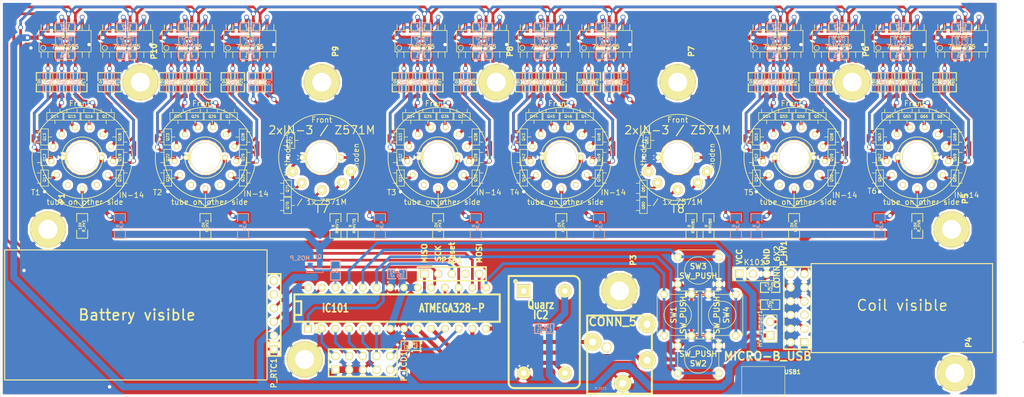
<source format=kicad_pcb>
(kicad_pcb (version 3) (host pcbnew "(2013-may-18)-stable")

  (general
    (links 525)
    (no_connects 0)
    (area 50.787299 38.087299 240.790001 112.238411)
    (thickness 1.6)
    (drawings 21)
    (tracks 1930)
    (zones 0)
    (modules 245)
    (nets 282)
  )

  (page A4)
  (layers
    (15 F.Cu signal)
    (0 B.Cu signal)
    (16 B.Adhes user hide)
    (17 F.Adhes user hide)
    (18 B.Paste user hide)
    (19 F.Paste user hide)
    (20 B.SilkS user)
    (21 F.SilkS user)
    (22 B.Mask user hide)
    (23 F.Mask user hide)
    (24 Dwgs.User user hide)
    (25 Cmts.User user hide)
    (26 Eco1.User user hide)
    (27 Eco2.User user hide)
    (28 Edge.Cuts user)
  )

  (setup
    (last_trace_width 0.254)
    (user_trace_width 0.254)
    (user_trace_width 0.381)
    (user_trace_width 0.508)
    (user_trace_width 0.762)
    (user_trace_width 1.016)
    (user_trace_width 1.27)
    (trace_clearance 0.254)
    (zone_clearance 0.508)
    (zone_45_only no)
    (trace_min 0.254)
    (segment_width 0.2)
    (edge_width 0.0254)
    (via_size 0.889)
    (via_drill 0.635)
    (via_min_size 0.889)
    (via_min_drill 0.508)
    (uvia_size 0.508)
    (uvia_drill 0.127)
    (uvias_allowed no)
    (uvia_min_size 0.508)
    (uvia_min_drill 0.127)
    (pcb_text_width 0.3)
    (pcb_text_size 1 1)
    (mod_edge_width 0.15)
    (mod_text_size 1 1)
    (mod_text_width 0.15)
    (pad_size 1.524 1.5)
    (pad_drill 1)
    (pad_to_mask_clearance 0.075)
    (solder_mask_min_width 0.1)
    (aux_axis_origin 0 0)
    (visible_elements FFFFFFFF)
    (pcbplotparams
      (layerselection 284196865)
      (usegerberextensions true)
      (excludeedgelayer true)
      (linewidth 0.150000)
      (plotframeref false)
      (viasonmask false)
      (mode 1)
      (useauxorigin false)
      (hpglpennumber 1)
      (hpglpenspeed 20)
      (hpglpendiameter 15)
      (hpglpenoverlay 2)
      (psnegative false)
      (psa4output false)
      (plotreference true)
      (plotvalue true)
      (plotothertext true)
      (plotinvisibletext false)
      (padsonsilk false)
      (subtractmaskfromsilk false)
      (outputformat 1)
      (mirror false)
      (drillshape 0)
      (scaleselection 1)
      (outputdirectory /home/luda/Projekte/kicad/output/))
  )

  (net 0 "")
  (net 1 CLOCK)
  (net 2 DB4)
  (net 3 DB5)
  (net 4 DB6)
  (net 5 DB7)
  (net 6 DCF_IN)
  (net 7 DCF_POWER)
  (net 8 E)
  (net 9 ENABLE)
  (net 10 GND)
  (net 11 HV+)
  (net 12 HVNET1)
  (net 13 HVNET2)
  (net 14 HVNET3)
  (net 15 HVNET4)
  (net 16 HVNET5)
  (net 17 HVNET6)
  (net 18 HVNET70)
  (net 19 HVNET71)
  (net 20 HVNET80)
  (net 21 HVNET81)
  (net 22 LCD_VCC)
  (net 23 LED)
  (net 24 MISO)
  (net 25 MOSI)
  (net 26 N-000001)
  (net 27 N-0000010)
  (net 28 N-00000100)
  (net 29 N-00000101)
  (net 30 N-00000102)
  (net 31 N-00000103)
  (net 32 N-00000104)
  (net 33 N-00000105)
  (net 34 N-00000107)
  (net 35 N-00000108)
  (net 36 N-00000109)
  (net 37 N-0000011)
  (net 38 N-00000110)
  (net 39 N-00000112)
  (net 40 N-00000113)
  (net 41 N-00000114)
  (net 42 N-00000115)
  (net 43 N-00000116)
  (net 44 N-0000012)
  (net 45 N-00000121)
  (net 46 N-00000122)
  (net 47 N-00000123)
  (net 48 N-00000125)
  (net 49 N-00000126)
  (net 50 N-00000127)
  (net 51 N-00000128)
  (net 52 N-00000129)
  (net 53 N-0000013)
  (net 54 N-00000130)
  (net 55 N-00000133)
  (net 56 N-00000134)
  (net 57 N-00000135)
  (net 58 N-00000137)
  (net 59 N-00000138)
  (net 60 N-00000139)
  (net 61 N-0000014)
  (net 62 N-00000140)
  (net 63 N-00000141)
  (net 64 N-00000142)
  (net 65 N-00000143)
  (net 66 N-00000144)
  (net 67 N-00000145)
  (net 68 N-00000146)
  (net 69 N-00000147)
  (net 70 N-0000015)
  (net 71 N-00000151)
  (net 72 N-00000152)
  (net 73 N-00000153)
  (net 74 N-00000154)
  (net 75 N-00000155)
  (net 76 N-00000156)
  (net 77 N-00000157)
  (net 78 N-0000016)
  (net 79 N-00000164)
  (net 80 N-00000166)
  (net 81 N-00000167)
  (net 82 N-00000168)
  (net 83 N-00000169)
  (net 84 N-0000017)
  (net 85 N-00000172)
  (net 86 N-00000173)
  (net 87 N-00000174)
  (net 88 N-00000175)
  (net 89 N-00000179)
  (net 90 N-0000018)
  (net 91 N-00000181)
  (net 92 N-00000182)
  (net 93 N-00000183)
  (net 94 N-00000185)
  (net 95 N-00000186)
  (net 96 N-00000187)
  (net 97 N-00000189)
  (net 98 N-0000019)
  (net 99 N-00000190)
  (net 100 N-00000191)
  (net 101 N-00000192)
  (net 102 N-00000193)
  (net 103 N-00000194)
  (net 104 N-00000195)
  (net 105 N-00000196)
  (net 106 N-00000197)
  (net 107 N-00000198)
  (net 108 N-00000199)
  (net 109 N-000002)
  (net 110 N-0000020)
  (net 111 N-00000200)
  (net 112 N-00000201)
  (net 113 N-00000202)
  (net 114 N-00000203)
  (net 115 N-00000204)
  (net 116 N-00000205)
  (net 117 N-00000206)
  (net 118 N-00000207)
  (net 119 N-00000208)
  (net 120 N-00000209)
  (net 121 N-0000021)
  (net 122 N-00000210)
  (net 123 N-00000211)
  (net 124 N-00000212)
  (net 125 N-00000213)
  (net 126 N-00000214)
  (net 127 N-00000215)
  (net 128 N-00000216)
  (net 129 N-00000217)
  (net 130 N-00000218)
  (net 131 N-00000219)
  (net 132 N-0000022)
  (net 133 N-00000220)
  (net 134 N-00000221)
  (net 135 N-00000222)
  (net 136 N-00000223)
  (net 137 N-00000224)
  (net 138 N-00000225)
  (net 139 N-00000226)
  (net 140 N-00000227)
  (net 141 N-00000228)
  (net 142 N-00000229)
  (net 143 N-0000023)
  (net 144 N-00000230)
  (net 145 N-00000231)
  (net 146 N-00000232)
  (net 147 N-00000233)
  (net 148 N-00000234)
  (net 149 N-00000235)
  (net 150 N-00000236)
  (net 151 N-00000237)
  (net 152 N-00000238)
  (net 153 N-00000239)
  (net 154 N-0000024)
  (net 155 N-00000241)
  (net 156 N-00000242)
  (net 157 N-00000243)
  (net 158 N-00000244)
  (net 159 N-00000245)
  (net 160 N-00000246)
  (net 161 N-00000247)
  (net 162 N-00000248)
  (net 163 N-00000249)
  (net 164 N-0000025)
  (net 165 N-00000250)
  (net 166 N-00000251)
  (net 167 N-00000252)
  (net 168 N-00000253)
  (net 169 N-00000254)
  (net 170 N-00000255)
  (net 171 N-00000256)
  (net 172 N-00000257)
  (net 173 N-00000258)
  (net 174 N-00000259)
  (net 175 N-00000260)
  (net 176 N-00000261)
  (net 177 N-00000262)
  (net 178 N-00000263)
  (net 179 N-00000264)
  (net 180 N-00000265)
  (net 181 N-00000266)
  (net 182 N-00000267)
  (net 183 N-00000268)
  (net 184 N-00000269)
  (net 185 N-0000027)
  (net 186 N-00000270)
  (net 187 N-00000271)
  (net 188 N-00000272)
  (net 189 N-00000273)
  (net 190 N-00000274)
  (net 191 N-00000275)
  (net 192 N-00000276)
  (net 193 N-00000277)
  (net 194 N-00000278)
  (net 195 N-00000279)
  (net 196 N-00000280)
  (net 197 N-00000281)
  (net 198 N-00000282)
  (net 199 N-00000283)
  (net 200 N-00000284)
  (net 201 N-00000287)
  (net 202 N-00000288)
  (net 203 N-00000289)
  (net 204 N-00000290)
  (net 205 N-00000291)
  (net 206 N-00000292)
  (net 207 N-00000293)
  (net 208 N-00000294)
  (net 209 N-00000295)
  (net 210 N-00000296)
  (net 211 N-00000297)
  (net 212 N-00000298)
  (net 213 N-00000299)
  (net 214 N-000003)
  (net 215 N-00000300)
  (net 216 N-00000301)
  (net 217 N-0000031)
  (net 218 N-0000032)
  (net 219 N-00000331)
  (net 220 N-000004)
  (net 221 N-0000040)
  (net 222 N-0000041)
  (net 223 N-0000042)
  (net 224 N-0000043)
  (net 225 N-0000044)
  (net 226 N-0000045)
  (net 227 N-0000046)
  (net 228 N-0000047)
  (net 229 N-0000048)
  (net 230 N-0000049)
  (net 231 N-000005)
  (net 232 N-0000050)
  (net 233 N-0000052)
  (net 234 N-0000053)
  (net 235 N-0000054)
  (net 236 N-0000055)
  (net 237 N-0000056)
  (net 238 N-0000057)
  (net 239 N-0000058)
  (net 240 N-0000059)
  (net 241 N-000006)
  (net 242 N-0000060)
  (net 243 N-0000061)
  (net 244 N-0000062)
  (net 245 N-0000068)
  (net 246 N-0000069)
  (net 247 N-000007)
  (net 248 N-0000070)
  (net 249 N-0000071)
  (net 250 N-0000072)
  (net 251 N-0000073)
  (net 252 N-0000074)
  (net 253 N-0000075)
  (net 254 N-0000076)
  (net 255 N-0000077)
  (net 256 N-0000078)
  (net 257 N-0000079)
  (net 258 N-000008)
  (net 259 N-0000080)
  (net 260 N-0000081)
  (net 261 N-0000082)
  (net 262 N-0000083)
  (net 263 N-0000084)
  (net 264 N-0000085)
  (net 265 N-0000086)
  (net 266 N-0000087)
  (net 267 N-0000088)
  (net 268 N-0000089)
  (net 269 N-000009)
  (net 270 N-0000095)
  (net 271 N-0000096)
  (net 272 N-0000097)
  (net 273 N-0000098)
  (net 274 RCLK)
  (net 275 RS)
  (net 276 R_Adjust)
  (net 277 Reset)
  (net 278 SCK)
  (net 279 SCL)
  (net 280 SDA)
  (net 281 VCC)

  (net_class Default "This is the default net class."
    (clearance 0.254)
    (trace_width 0.254)
    (via_dia 0.889)
    (via_drill 0.635)
    (uvia_dia 0.508)
    (uvia_drill 0.127)
    (add_net "")
    (add_net CLOCK)
    (add_net DB4)
    (add_net DB5)
    (add_net DB6)
    (add_net DB7)
    (add_net DCF_IN)
    (add_net E)
    (add_net ENABLE)
    (add_net LCD_VCC)
    (add_net MISO)
    (add_net MOSI)
    (add_net N-000001)
    (add_net N-0000010)
    (add_net N-00000100)
    (add_net N-00000101)
    (add_net N-00000102)
    (add_net N-00000103)
    (add_net N-00000104)
    (add_net N-00000105)
    (add_net N-00000107)
    (add_net N-00000108)
    (add_net N-00000109)
    (add_net N-0000011)
    (add_net N-00000110)
    (add_net N-00000112)
    (add_net N-00000113)
    (add_net N-00000114)
    (add_net N-00000115)
    (add_net N-00000116)
    (add_net N-0000012)
    (add_net N-00000121)
    (add_net N-00000122)
    (add_net N-00000123)
    (add_net N-00000125)
    (add_net N-00000126)
    (add_net N-00000127)
    (add_net N-00000128)
    (add_net N-00000129)
    (add_net N-0000013)
    (add_net N-00000130)
    (add_net N-00000133)
    (add_net N-00000134)
    (add_net N-00000135)
    (add_net N-00000137)
    (add_net N-00000138)
    (add_net N-00000139)
    (add_net N-0000014)
    (add_net N-00000140)
    (add_net N-00000141)
    (add_net N-00000142)
    (add_net N-00000143)
    (add_net N-00000144)
    (add_net N-00000145)
    (add_net N-00000146)
    (add_net N-00000147)
    (add_net N-0000015)
    (add_net N-00000151)
    (add_net N-00000152)
    (add_net N-00000153)
    (add_net N-00000154)
    (add_net N-00000155)
    (add_net N-00000156)
    (add_net N-00000157)
    (add_net N-0000016)
    (add_net N-00000164)
    (add_net N-00000166)
    (add_net N-00000167)
    (add_net N-00000168)
    (add_net N-00000169)
    (add_net N-0000017)
    (add_net N-00000172)
    (add_net N-00000173)
    (add_net N-00000174)
    (add_net N-00000175)
    (add_net N-00000179)
    (add_net N-0000018)
    (add_net N-00000181)
    (add_net N-00000182)
    (add_net N-00000183)
    (add_net N-00000185)
    (add_net N-00000186)
    (add_net N-00000187)
    (add_net N-00000189)
    (add_net N-0000019)
    (add_net N-00000190)
    (add_net N-00000191)
    (add_net N-00000192)
    (add_net N-00000193)
    (add_net N-00000194)
    (add_net N-00000195)
    (add_net N-00000196)
    (add_net N-00000197)
    (add_net N-00000198)
    (add_net N-00000199)
    (add_net N-000002)
    (add_net N-0000020)
    (add_net N-00000200)
    (add_net N-00000201)
    (add_net N-00000202)
    (add_net N-00000203)
    (add_net N-00000204)
    (add_net N-00000205)
    (add_net N-00000206)
    (add_net N-00000207)
    (add_net N-00000208)
    (add_net N-00000209)
    (add_net N-0000021)
    (add_net N-00000210)
    (add_net N-00000211)
    (add_net N-00000212)
    (add_net N-00000213)
    (add_net N-00000214)
    (add_net N-00000215)
    (add_net N-00000216)
    (add_net N-00000217)
    (add_net N-00000218)
    (add_net N-00000219)
    (add_net N-0000022)
    (add_net N-00000220)
    (add_net N-00000221)
    (add_net N-00000222)
    (add_net N-00000223)
    (add_net N-00000224)
    (add_net N-00000225)
    (add_net N-00000226)
    (add_net N-00000227)
    (add_net N-00000228)
    (add_net N-00000229)
    (add_net N-0000023)
    (add_net N-00000230)
    (add_net N-00000231)
    (add_net N-00000232)
    (add_net N-00000233)
    (add_net N-00000234)
    (add_net N-00000235)
    (add_net N-00000236)
    (add_net N-00000237)
    (add_net N-00000238)
    (add_net N-00000239)
    (add_net N-0000024)
    (add_net N-00000241)
    (add_net N-00000242)
    (add_net N-00000243)
    (add_net N-00000244)
    (add_net N-00000245)
    (add_net N-00000246)
    (add_net N-00000247)
    (add_net N-00000248)
    (add_net N-00000249)
    (add_net N-0000025)
    (add_net N-00000250)
    (add_net N-00000251)
    (add_net N-00000252)
    (add_net N-00000253)
    (add_net N-00000254)
    (add_net N-00000255)
    (add_net N-00000256)
    (add_net N-00000257)
    (add_net N-00000258)
    (add_net N-00000259)
    (add_net N-00000260)
    (add_net N-00000261)
    (add_net N-00000262)
    (add_net N-00000263)
    (add_net N-00000264)
    (add_net N-00000265)
    (add_net N-00000266)
    (add_net N-00000267)
    (add_net N-00000268)
    (add_net N-00000269)
    (add_net N-0000027)
    (add_net N-00000270)
    (add_net N-00000271)
    (add_net N-00000272)
    (add_net N-00000273)
    (add_net N-00000274)
    (add_net N-00000275)
    (add_net N-00000276)
    (add_net N-00000277)
    (add_net N-00000278)
    (add_net N-00000279)
    (add_net N-00000280)
    (add_net N-00000281)
    (add_net N-00000282)
    (add_net N-00000283)
    (add_net N-00000284)
    (add_net N-00000287)
    (add_net N-00000288)
    (add_net N-00000289)
    (add_net N-00000290)
    (add_net N-00000291)
    (add_net N-00000292)
    (add_net N-00000293)
    (add_net N-00000294)
    (add_net N-00000295)
    (add_net N-00000296)
    (add_net N-00000297)
    (add_net N-00000298)
    (add_net N-00000299)
    (add_net N-000003)
    (add_net N-00000300)
    (add_net N-00000301)
    (add_net N-0000031)
    (add_net N-0000032)
    (add_net N-00000331)
    (add_net N-000004)
    (add_net N-0000040)
    (add_net N-0000041)
    (add_net N-0000042)
    (add_net N-0000043)
    (add_net N-0000044)
    (add_net N-0000045)
    (add_net N-0000046)
    (add_net N-0000047)
    (add_net N-0000048)
    (add_net N-0000049)
    (add_net N-000005)
    (add_net N-0000050)
    (add_net N-0000052)
    (add_net N-0000053)
    (add_net N-0000054)
    (add_net N-0000055)
    (add_net N-0000056)
    (add_net N-0000057)
    (add_net N-0000058)
    (add_net N-0000059)
    (add_net N-000006)
    (add_net N-0000060)
    (add_net N-0000061)
    (add_net N-0000062)
    (add_net N-0000068)
    (add_net N-0000069)
    (add_net N-000007)
    (add_net N-0000070)
    (add_net N-0000071)
    (add_net N-0000072)
    (add_net N-0000073)
    (add_net N-0000074)
    (add_net N-0000075)
    (add_net N-0000076)
    (add_net N-0000077)
    (add_net N-0000078)
    (add_net N-0000079)
    (add_net N-000008)
    (add_net N-0000080)
    (add_net N-0000081)
    (add_net N-0000082)
    (add_net N-0000083)
    (add_net N-0000084)
    (add_net N-0000085)
    (add_net N-0000086)
    (add_net N-0000087)
    (add_net N-0000088)
    (add_net N-0000089)
    (add_net N-000009)
    (add_net N-0000095)
    (add_net N-0000096)
    (add_net N-0000097)
    (add_net N-0000098)
    (add_net RCLK)
    (add_net RS)
    (add_net R_Adjust)
    (add_net Reset)
    (add_net SCK)
    (add_net SCL)
    (add_net SDA)
  )

  (net_class GND/VCC ""
    (clearance 0.254)
    (trace_width 0.762)
    (via_dia 0.889)
    (via_drill 0.635)
    (uvia_dia 0.508)
    (uvia_drill 0.127)
    (add_net DCF_POWER)
    (add_net GND)
    (add_net LED)
    (add_net VCC)
  )

  (net_class HV ""
    (clearance 0.5)
    (trace_width 0.254)
    (via_dia 0.889)
    (via_drill 0.635)
    (uvia_dia 0.508)
    (uvia_drill 0.127)
    (add_net HV+)
    (add_net HVNET1)
    (add_net HVNET2)
    (add_net HVNET3)
    (add_net HVNET4)
    (add_net HVNET5)
    (add_net HVNET6)
    (add_net HVNET70)
    (add_net HVNET71)
    (add_net HVNET80)
    (add_net HVNET81)
  )

  (net_class Tube ""
    (clearance 0.254)
    (trace_width 0.508)
    (via_dia 0.889)
    (via_drill 0.635)
    (uvia_dia 0.508)
    (uvia_drill 0.127)
  )

  (module PIN_ARRAY_5x1 (layer F.Cu) (tedit 5489F46A) (tstamp 54851E8B)
    (at 134.62 88.9)
    (descr "Double rangee de contacts 2 x 5 pins")
    (tags CONN)
    (path /5484C949)
    (fp_text reference P101 (at 0 -2.54) (layer F.SilkS)
      (effects (font (size 1.016 1.016) (thickness 0.2032)))
    )
    (fp_text value CONN_5 (at 0 2.54) (layer F.SilkS) hide
      (effects (font (size 1.016 1.016) (thickness 0.2032)))
    )
    (fp_line (start -6.35 -1.27) (end -6.35 1.27) (layer F.SilkS) (width 0.3048))
    (fp_line (start 6.35 1.27) (end 6.35 -1.27) (layer F.SilkS) (width 0.3048))
    (fp_line (start -6.35 -1.27) (end 6.35 -1.27) (layer F.SilkS) (width 0.3048))
    (fp_line (start 6.35 1.27) (end -6.35 1.27) (layer F.SilkS) (width 0.3048))
    (pad 1 thru_hole rect (at -5.08 0) (size 1.524 1.5) (drill 1)
      (layers *.Cu *.Mask F.SilkS)
      (net 24 MISO)
    )
    (pad 2 thru_hole circle (at -2.54 0) (size 1.5 1.5) (drill 1)
      (layers *.Cu *.Mask F.SilkS)
      (net 278 SCK)
    )
    (pad 3 thru_hole circle (at 0 0) (size 1.5 1.5) (drill 1)
      (layers *.Cu *.Mask F.SilkS)
      (net 277 Reset)
    )
    (pad 4 thru_hole circle (at 2.54 0) (size 1.5 1.5) (drill 1)
      (layers *.Cu *.Mask F.SilkS)
    )
    (pad 5 thru_hole circle (at 5.08 0) (size 1.5 1.5) (drill 1)
      (layers *.Cu *.Mask F.SilkS)
      (net 25 MOSI)
    )
    (model pin_array/pins_array_5x1.wrl
      (at (xyz 0 0 0))
      (scale (xyz 1 1 1))
      (rotate (xyz 0 0 0))
    )
  )

  (module Reichelt_EBS35 (layer F.Cu) (tedit 548AE85A) (tstamp 54776984)
    (at 165.735 104.14 180)
    (path /544A47E0)
    (fp_text reference P_DCF1 (at 3.44932 -5.99948 180) (layer F.SilkS)
      (effects (font (size 0.39878 0.39878) (thickness 0.0508)))
    )
    (fp_text value CONN_5 (at 1.27 6.35 180) (layer F.SilkS)
      (effects (font (size 1.524 1.524) (thickness 0.3048)))
    )
    (fp_line (start -5.99948 -7.00024) (end 5.99948 -7.00024) (layer F.SilkS) (width 0.381))
    (fp_line (start 5.99948 -7.00024) (end 5.99948 7.50062) (layer F.SilkS) (width 0.381))
    (fp_line (start 5.99948 7.50062) (end -5.99948 7.50062) (layer F.SilkS) (width 0.381))
    (fp_line (start -5.99948 7.50062) (end -5.99948 -7.00024) (layer F.SilkS) (width 0.381))
    (pad 3 thru_hole circle (at -0.59944 -5.10032 180) (size 3.2004 3.2004) (drill 1.30048)
      (layers *.Cu *.Mask F.SilkS)
      (net 10 GND)
    )
    (pad 1 thru_hole circle (at -5.10032 -0.8001 180) (size 3.2004 3.2004) (drill 1.30048)
      (layers *.Cu *.Mask F.SilkS)
      (net 7 DCF_POWER)
    )
    (pad 4 thru_hole circle (at -5.10032 5.90042 180) (size 3.2004 3.2004) (drill 1.30048)
      (layers *.Cu *.Mask F.SilkS)
    )
    (pad 5 thru_hole circle (at 2.4003 1.6002 180) (size 1.8 1.8) (drill 1.30048)
      (layers *.Cu *.Mask F.SilkS)
    )
    (pad 2 thru_hole circle (at 5.00126 2.60096 180) (size 3.2004 3.2004) (drill 1.30048)
      (layers *.Cu *.Mask F.SilkS)
      (net 6 DCF_IN)
    )
  )

  (module SW_PUSH_SMALL (layer F.Cu) (tedit 547C8B58) (tstamp 5479FB3B)
    (at 180.34 104.775 180)
    (path /545AB086)
    (fp_text reference SW2 (at 0 -0.762 180) (layer F.SilkS)
      (effects (font (size 1.016 1.016) (thickness 0.2032)))
    )
    (fp_text value SW_PUSH (at 0 1.016 180) (layer F.SilkS)
      (effects (font (size 1.016 1.016) (thickness 0.2032)))
    )
    (fp_circle (center 0 0) (end 0 -2.54) (layer F.SilkS) (width 0.127))
    (fp_line (start -3.81 -3.81) (end 3.81 -3.81) (layer F.SilkS) (width 0.127))
    (fp_line (start 3.81 -3.81) (end 3.81 3.81) (layer F.SilkS) (width 0.127))
    (fp_line (start 3.81 3.81) (end -3.81 3.81) (layer F.SilkS) (width 0.127))
    (fp_line (start -3.81 -3.81) (end -3.81 3.81) (layer F.SilkS) (width 0.127))
    (pad 1 thru_hole circle (at 3.81 -2.54 180) (size 1.397 1.397) (drill 0.8128)
      (layers *.Cu *.Mask F.SilkS)
      (net 83 N-00000169)
    )
    (pad 2 thru_hole circle (at 3.81 2.54 180) (size 1.397 1.397) (drill 0.8128)
      (layers *.Cu *.Mask F.SilkS)
      (net 10 GND)
    )
    (pad 1 thru_hole circle (at -3.81 -2.54 180) (size 1.397 1.397) (drill 0.8128)
      (layers *.Cu *.Mask F.SilkS)
      (net 83 N-00000169)
    )
    (pad 2 thru_hole circle (at -3.81 2.54 180) (size 1.397 1.397) (drill 0.8128)
      (layers *.Cu *.Mask F.SilkS)
      (net 10 GND)
    )
  )

  (module SW_PUSH_SMALL (layer F.Cu) (tedit 547C8B5A) (tstamp 5475ED4B)
    (at 176.53 96.52 90)
    (path /545AB090)
    (fp_text reference SW1 (at 0 -0.762 90) (layer F.SilkS)
      (effects (font (size 1.016 1.016) (thickness 0.2032)))
    )
    (fp_text value SW_PUSH (at 0 1.016 90) (layer F.SilkS)
      (effects (font (size 1.016 1.016) (thickness 0.2032)))
    )
    (fp_circle (center 0 0) (end 0 -2.54) (layer F.SilkS) (width 0.127))
    (fp_line (start -3.81 -3.81) (end 3.81 -3.81) (layer F.SilkS) (width 0.127))
    (fp_line (start 3.81 -3.81) (end 3.81 3.81) (layer F.SilkS) (width 0.127))
    (fp_line (start 3.81 3.81) (end -3.81 3.81) (layer F.SilkS) (width 0.127))
    (fp_line (start -3.81 -3.81) (end -3.81 3.81) (layer F.SilkS) (width 0.127))
    (pad 1 thru_hole circle (at 3.81 -2.54 90) (size 1.397 1.397) (drill 0.8128)
      (layers *.Cu *.Mask F.SilkS)
      (net 86 N-00000173)
    )
    (pad 2 thru_hole circle (at 3.81 2.54 90) (size 1.397 1.397) (drill 0.8128)
      (layers *.Cu *.Mask F.SilkS)
      (net 10 GND)
    )
    (pad 1 thru_hole circle (at -3.81 -2.54 90) (size 1.397 1.397) (drill 0.8128)
      (layers *.Cu *.Mask F.SilkS)
      (net 86 N-00000173)
    )
    (pad 2 thru_hole circle (at -3.81 2.54 90) (size 1.397 1.397) (drill 0.8128)
      (layers *.Cu *.Mask F.SilkS)
      (net 10 GND)
    )
  )

  (module SW_PUSH_SMALL (layer F.Cu) (tedit 547C8B52) (tstamp 5479FB49)
    (at 180.34 88.265)
    (path /545AB06E)
    (fp_text reference SW3 (at 0 -0.762) (layer F.SilkS)
      (effects (font (size 1.016 1.016) (thickness 0.2032)))
    )
    (fp_text value SW_PUSH (at 0 1.016) (layer F.SilkS)
      (effects (font (size 1.016 1.016) (thickness 0.2032)))
    )
    (fp_circle (center 0 0) (end 0 -2.54) (layer F.SilkS) (width 0.127))
    (fp_line (start -3.81 -3.81) (end 3.81 -3.81) (layer F.SilkS) (width 0.127))
    (fp_line (start 3.81 -3.81) (end 3.81 3.81) (layer F.SilkS) (width 0.127))
    (fp_line (start 3.81 3.81) (end -3.81 3.81) (layer F.SilkS) (width 0.127))
    (fp_line (start -3.81 -3.81) (end -3.81 3.81) (layer F.SilkS) (width 0.127))
    (pad 1 thru_hole circle (at 3.81 -2.54) (size 1.397 1.397) (drill 0.8128)
      (layers *.Cu *.Mask F.SilkS)
      (net 87 N-00000174)
    )
    (pad 2 thru_hole circle (at 3.81 2.54) (size 1.397 1.397) (drill 0.8128)
      (layers *.Cu *.Mask F.SilkS)
      (net 10 GND)
    )
    (pad 1 thru_hole circle (at -3.81 -2.54) (size 1.397 1.397) (drill 0.8128)
      (layers *.Cu *.Mask F.SilkS)
      (net 87 N-00000174)
    )
    (pad 2 thru_hole circle (at -3.81 2.54) (size 1.397 1.397) (drill 0.8128)
      (layers *.Cu *.Mask F.SilkS)
      (net 10 GND)
    )
  )

  (module SW_PUSH_SMALL (layer F.Cu) (tedit 547C8B55) (tstamp 5479F6F9)
    (at 184.785 96.52 270)
    (path /545AB040)
    (fp_text reference SW4 (at 0 -0.762 270) (layer F.SilkS)
      (effects (font (size 1.016 1.016) (thickness 0.2032)))
    )
    (fp_text value SW_PUSH (at 0 1.016 270) (layer F.SilkS)
      (effects (font (size 1.016 1.016) (thickness 0.2032)))
    )
    (fp_circle (center 0 0) (end 0 -2.54) (layer F.SilkS) (width 0.127))
    (fp_line (start -3.81 -3.81) (end 3.81 -3.81) (layer F.SilkS) (width 0.127))
    (fp_line (start 3.81 -3.81) (end 3.81 3.81) (layer F.SilkS) (width 0.127))
    (fp_line (start 3.81 3.81) (end -3.81 3.81) (layer F.SilkS) (width 0.127))
    (fp_line (start -3.81 -3.81) (end -3.81 3.81) (layer F.SilkS) (width 0.127))
    (pad 1 thru_hole circle (at 3.81 -2.54 270) (size 1.397 1.397) (drill 0.8128)
      (layers *.Cu *.Mask F.SilkS)
      (net 85 N-00000172)
    )
    (pad 2 thru_hole circle (at 3.81 2.54 270) (size 1.397 1.397) (drill 0.8128)
      (layers *.Cu *.Mask F.SilkS)
      (net 10 GND)
    )
    (pad 1 thru_hole circle (at -3.81 -2.54 270) (size 1.397 1.397) (drill 0.8128)
      (layers *.Cu *.Mask F.SilkS)
      (net 85 N-00000172)
    )
    (pad 2 thru_hole circle (at -3.81 2.54 270) (size 1.397 1.397) (drill 0.8128)
      (layers *.Cu *.Mask F.SilkS)
      (net 10 GND)
    )
  )

  (module SMBTA_42_SMD (layer F.Cu) (tedit 54771A4D) (tstamp 54760808)
    (at 139.065 67.31 90)
    (descr SOT23)
    (path /5477B6A6)
    (attr smd)
    (fp_text reference Q39 (at 0 0 90) (layer F.SilkS)
      (effects (font (size 0.50038 0.50038) (thickness 0.09906)))
    )
    (fp_text value SMBTA_42_SMD (at 0 0.09906 90) (layer F.SilkS) hide
      (effects (font (size 0.50038 0.50038) (thickness 0.09906)))
    )
    (fp_line (start 0.9525 0.6985) (end 0.9525 1.3589) (layer F.SilkS) (width 0.127))
    (fp_line (start -0.9525 0.6985) (end -0.9525 1.3589) (layer F.SilkS) (width 0.127))
    (fp_line (start 0 -0.6985) (end 0 -1.3589) (layer F.SilkS) (width 0.127))
    (fp_line (start -1.4986 -0.6985) (end 1.4986 -0.6985) (layer F.SilkS) (width 0.127))
    (fp_line (start 1.4986 -0.6985) (end 1.4986 0.6985) (layer F.SilkS) (width 0.127))
    (fp_line (start 1.4986 0.6985) (end -1.4986 0.6985) (layer F.SilkS) (width 0.127))
    (fp_line (start -1.4986 0.6985) (end -1.4986 -0.6985) (layer F.SilkS) (width 0.127))
    (pad 1 smd rect (at -0.9525 1.05664 90) (size 0.59944 1.00076)
      (layers F.Cu F.Paste F.Mask)
      (net 134 N-00000221)
    )
    (pad 3 smd rect (at 0 -1.05664 90) (size 0.59944 1.00076)
      (layers F.Cu F.Paste F.Mask)
      (net 113 N-00000202)
    )
    (pad 2 smd rect (at 0.9525 1.05664 90) (size 0.59944 1.00076)
      (layers F.Cu F.Paste F.Mask)
      (net 10 GND)
    )
    (model smd/smd_transistors/sot23.wrl
      (at (xyz 0 0 0))
      (scale (xyz 1 1 1))
      (rotate (xyz 0 0 0))
    )
  )

  (module SMBTA_42_SMD (layer F.Cu) (tedit 54771A4D) (tstamp 54760814)
    (at 161.925 67.31 90)
    (descr SOT23)
    (path /5477B6E2)
    (attr smd)
    (fp_text reference Q49 (at 0 0 90) (layer F.SilkS)
      (effects (font (size 0.50038 0.50038) (thickness 0.09906)))
    )
    (fp_text value SMBTA_42_SMD (at 0 0.09906 90) (layer F.SilkS) hide
      (effects (font (size 0.50038 0.50038) (thickness 0.09906)))
    )
    (fp_line (start 0.9525 0.6985) (end 0.9525 1.3589) (layer F.SilkS) (width 0.127))
    (fp_line (start -0.9525 0.6985) (end -0.9525 1.3589) (layer F.SilkS) (width 0.127))
    (fp_line (start 0 -0.6985) (end 0 -1.3589) (layer F.SilkS) (width 0.127))
    (fp_line (start -1.4986 -0.6985) (end 1.4986 -0.6985) (layer F.SilkS) (width 0.127))
    (fp_line (start 1.4986 -0.6985) (end 1.4986 0.6985) (layer F.SilkS) (width 0.127))
    (fp_line (start 1.4986 0.6985) (end -1.4986 0.6985) (layer F.SilkS) (width 0.127))
    (fp_line (start -1.4986 0.6985) (end -1.4986 -0.6985) (layer F.SilkS) (width 0.127))
    (pad 1 smd rect (at -0.9525 1.05664 90) (size 0.59944 1.00076)
      (layers F.Cu F.Paste F.Mask)
      (net 138 N-00000225)
    )
    (pad 3 smd rect (at 0 -1.05664 90) (size 0.59944 1.00076)
      (layers F.Cu F.Paste F.Mask)
      (net 123 N-00000211)
    )
    (pad 2 smd rect (at 0.9525 1.05664 90) (size 0.59944 1.00076)
      (layers F.Cu F.Paste F.Mask)
      (net 10 GND)
    )
    (model smd/smd_transistors/sot23.wrl
      (at (xyz 0 0 0))
      (scale (xyz 1 1 1))
      (rotate (xyz 0 0 0))
    )
  )

  (module SMBTA_42_SMD (layer F.Cu) (tedit 54771A4D) (tstamp 54760820)
    (at 161.925 63.5 90)
    (descr SOT23)
    (path /5477B6DC)
    (attr smd)
    (fp_text reference Q48 (at 0 0 90) (layer F.SilkS)
      (effects (font (size 0.50038 0.50038) (thickness 0.09906)))
    )
    (fp_text value SMBTA_42_SMD (at 0 0.09906 90) (layer F.SilkS) hide
      (effects (font (size 0.50038 0.50038) (thickness 0.09906)))
    )
    (fp_line (start 0.9525 0.6985) (end 0.9525 1.3589) (layer F.SilkS) (width 0.127))
    (fp_line (start -0.9525 0.6985) (end -0.9525 1.3589) (layer F.SilkS) (width 0.127))
    (fp_line (start 0 -0.6985) (end 0 -1.3589) (layer F.SilkS) (width 0.127))
    (fp_line (start -1.4986 -0.6985) (end 1.4986 -0.6985) (layer F.SilkS) (width 0.127))
    (fp_line (start 1.4986 -0.6985) (end 1.4986 0.6985) (layer F.SilkS) (width 0.127))
    (fp_line (start 1.4986 0.6985) (end -1.4986 0.6985) (layer F.SilkS) (width 0.127))
    (fp_line (start -1.4986 0.6985) (end -1.4986 -0.6985) (layer F.SilkS) (width 0.127))
    (pad 1 smd rect (at -0.9525 1.05664 90) (size 0.59944 1.00076)
      (layers F.Cu F.Paste F.Mask)
      (net 139 N-00000226)
    )
    (pad 3 smd rect (at 0 -1.05664 90) (size 0.59944 1.00076)
      (layers F.Cu F.Paste F.Mask)
      (net 122 N-00000210)
    )
    (pad 2 smd rect (at 0.9525 1.05664 90) (size 0.59944 1.00076)
      (layers F.Cu F.Paste F.Mask)
      (net 10 GND)
    )
    (model smd/smd_transistors/sot23.wrl
      (at (xyz 0 0 0))
      (scale (xyz 1 1 1))
      (rotate (xyz 0 0 0))
    )
  )

  (module SMBTA_42_SMD (layer F.Cu) (tedit 54771A4D) (tstamp 5476082C)
    (at 159.385 59.69 180)
    (descr SOT23)
    (path /5477B6D6)
    (attr smd)
    (fp_text reference Q47 (at 0 0 180) (layer F.SilkS)
      (effects (font (size 0.50038 0.50038) (thickness 0.09906)))
    )
    (fp_text value SMBTA_42_SMD (at 0 0.09906 180) (layer F.SilkS) hide
      (effects (font (size 0.50038 0.50038) (thickness 0.09906)))
    )
    (fp_line (start 0.9525 0.6985) (end 0.9525 1.3589) (layer F.SilkS) (width 0.127))
    (fp_line (start -0.9525 0.6985) (end -0.9525 1.3589) (layer F.SilkS) (width 0.127))
    (fp_line (start 0 -0.6985) (end 0 -1.3589) (layer F.SilkS) (width 0.127))
    (fp_line (start -1.4986 -0.6985) (end 1.4986 -0.6985) (layer F.SilkS) (width 0.127))
    (fp_line (start 1.4986 -0.6985) (end 1.4986 0.6985) (layer F.SilkS) (width 0.127))
    (fp_line (start 1.4986 0.6985) (end -1.4986 0.6985) (layer F.SilkS) (width 0.127))
    (fp_line (start -1.4986 0.6985) (end -1.4986 -0.6985) (layer F.SilkS) (width 0.127))
    (pad 1 smd rect (at -0.9525 1.05664 180) (size 0.59944 1.00076)
      (layers F.Cu F.Paste F.Mask)
      (net 125 N-00000213)
    )
    (pad 3 smd rect (at 0 -1.05664 180) (size 0.59944 1.00076)
      (layers F.Cu F.Paste F.Mask)
      (net 120 N-00000209)
    )
    (pad 2 smd rect (at 0.9525 1.05664 180) (size 0.59944 1.00076)
      (layers F.Cu F.Paste F.Mask)
      (net 10 GND)
    )
    (model smd/smd_transistors/sot23.wrl
      (at (xyz 0 0 0))
      (scale (xyz 1 1 1))
      (rotate (xyz 0 0 0))
    )
  )

  (module SMBTA_42_SMD (layer F.Cu) (tedit 54771A4D) (tstamp 54760838)
    (at 156.21 59.69 180)
    (descr SOT23)
    (path /5477B6D0)
    (attr smd)
    (fp_text reference Q46 (at 0 0 180) (layer F.SilkS)
      (effects (font (size 0.50038 0.50038) (thickness 0.09906)))
    )
    (fp_text value SMBTA_42_SMD (at 0 0.09906 180) (layer F.SilkS) hide
      (effects (font (size 0.50038 0.50038) (thickness 0.09906)))
    )
    (fp_line (start 0.9525 0.6985) (end 0.9525 1.3589) (layer F.SilkS) (width 0.127))
    (fp_line (start -0.9525 0.6985) (end -0.9525 1.3589) (layer F.SilkS) (width 0.127))
    (fp_line (start 0 -0.6985) (end 0 -1.3589) (layer F.SilkS) (width 0.127))
    (fp_line (start -1.4986 -0.6985) (end 1.4986 -0.6985) (layer F.SilkS) (width 0.127))
    (fp_line (start 1.4986 -0.6985) (end 1.4986 0.6985) (layer F.SilkS) (width 0.127))
    (fp_line (start 1.4986 0.6985) (end -1.4986 0.6985) (layer F.SilkS) (width 0.127))
    (fp_line (start -1.4986 0.6985) (end -1.4986 -0.6985) (layer F.SilkS) (width 0.127))
    (pad 1 smd rect (at -0.9525 1.05664 180) (size 0.59944 1.00076)
      (layers F.Cu F.Paste F.Mask)
      (net 126 N-00000214)
    )
    (pad 3 smd rect (at 0 -1.05664 180) (size 0.59944 1.00076)
      (layers F.Cu F.Paste F.Mask)
      (net 119 N-00000208)
    )
    (pad 2 smd rect (at 0.9525 1.05664 180) (size 0.59944 1.00076)
      (layers F.Cu F.Paste F.Mask)
      (net 10 GND)
    )
    (model smd/smd_transistors/sot23.wrl
      (at (xyz 0 0 0))
      (scale (xyz 1 1 1))
      (rotate (xyz 0 0 0))
    )
  )

  (module SMBTA_42_SMD (layer F.Cu) (tedit 54771A4D) (tstamp 54760844)
    (at 153.035 59.69 180)
    (descr SOT23)
    (path /5477B6CA)
    (attr smd)
    (fp_text reference Q45 (at 0 0 180) (layer F.SilkS)
      (effects (font (size 0.50038 0.50038) (thickness 0.09906)))
    )
    (fp_text value SMBTA_42_SMD (at 0 0.09906 180) (layer F.SilkS) hide
      (effects (font (size 0.50038 0.50038) (thickness 0.09906)))
    )
    (fp_line (start 0.9525 0.6985) (end 0.9525 1.3589) (layer F.SilkS) (width 0.127))
    (fp_line (start -0.9525 0.6985) (end -0.9525 1.3589) (layer F.SilkS) (width 0.127))
    (fp_line (start 0 -0.6985) (end 0 -1.3589) (layer F.SilkS) (width 0.127))
    (fp_line (start -1.4986 -0.6985) (end 1.4986 -0.6985) (layer F.SilkS) (width 0.127))
    (fp_line (start 1.4986 -0.6985) (end 1.4986 0.6985) (layer F.SilkS) (width 0.127))
    (fp_line (start 1.4986 0.6985) (end -1.4986 0.6985) (layer F.SilkS) (width 0.127))
    (fp_line (start -1.4986 0.6985) (end -1.4986 -0.6985) (layer F.SilkS) (width 0.127))
    (pad 1 smd rect (at -0.9525 1.05664 180) (size 0.59944 1.00076)
      (layers F.Cu F.Paste F.Mask)
      (net 127 N-00000215)
    )
    (pad 3 smd rect (at 0 -1.05664 180) (size 0.59944 1.00076)
      (layers F.Cu F.Paste F.Mask)
      (net 118 N-00000207)
    )
    (pad 2 smd rect (at 0.9525 1.05664 180) (size 0.59944 1.00076)
      (layers F.Cu F.Paste F.Mask)
      (net 10 GND)
    )
    (model smd/smd_transistors/sot23.wrl
      (at (xyz 0 0 0))
      (scale (xyz 1 1 1))
      (rotate (xyz 0 0 0))
    )
  )

  (module SMBTA_42_SMD (layer F.Cu) (tedit 54771A4D) (tstamp 54760850)
    (at 149.86 59.69 180)
    (descr SOT23)
    (path /5477B6C4)
    (attr smd)
    (fp_text reference Q44 (at 0 0 180) (layer F.SilkS)
      (effects (font (size 0.50038 0.50038) (thickness 0.09906)))
    )
    (fp_text value SMBTA_42_SMD (at 0 0.09906 180) (layer F.SilkS) hide
      (effects (font (size 0.50038 0.50038) (thickness 0.09906)))
    )
    (fp_line (start 0.9525 0.6985) (end 0.9525 1.3589) (layer F.SilkS) (width 0.127))
    (fp_line (start -0.9525 0.6985) (end -0.9525 1.3589) (layer F.SilkS) (width 0.127))
    (fp_line (start 0 -0.6985) (end 0 -1.3589) (layer F.SilkS) (width 0.127))
    (fp_line (start -1.4986 -0.6985) (end 1.4986 -0.6985) (layer F.SilkS) (width 0.127))
    (fp_line (start 1.4986 -0.6985) (end 1.4986 0.6985) (layer F.SilkS) (width 0.127))
    (fp_line (start 1.4986 0.6985) (end -1.4986 0.6985) (layer F.SilkS) (width 0.127))
    (fp_line (start -1.4986 0.6985) (end -1.4986 -0.6985) (layer F.SilkS) (width 0.127))
    (pad 1 smd rect (at -0.9525 1.05664 180) (size 0.59944 1.00076)
      (layers F.Cu F.Paste F.Mask)
      (net 124 N-00000212)
    )
    (pad 3 smd rect (at 0 -1.05664 180) (size 0.59944 1.00076)
      (layers F.Cu F.Paste F.Mask)
      (net 117 N-00000206)
    )
    (pad 2 smd rect (at 0.9525 1.05664 180) (size 0.59944 1.00076)
      (layers F.Cu F.Paste F.Mask)
      (net 10 GND)
    )
    (model smd/smd_transistors/sot23.wrl
      (at (xyz 0 0 0))
      (scale (xyz 1 1 1))
      (rotate (xyz 0 0 0))
    )
  )

  (module SMBTA_42_SMD (layer F.Cu) (tedit 54771A4D) (tstamp 5476085C)
    (at 147.955 63.5 270)
    (descr SOT23)
    (path /5477B6BE)
    (attr smd)
    (fp_text reference Q43 (at 0 0 270) (layer F.SilkS)
      (effects (font (size 0.50038 0.50038) (thickness 0.09906)))
    )
    (fp_text value SMBTA_42_SMD (at 0 0.09906 270) (layer F.SilkS) hide
      (effects (font (size 0.50038 0.50038) (thickness 0.09906)))
    )
    (fp_line (start 0.9525 0.6985) (end 0.9525 1.3589) (layer F.SilkS) (width 0.127))
    (fp_line (start -0.9525 0.6985) (end -0.9525 1.3589) (layer F.SilkS) (width 0.127))
    (fp_line (start 0 -0.6985) (end 0 -1.3589) (layer F.SilkS) (width 0.127))
    (fp_line (start -1.4986 -0.6985) (end 1.4986 -0.6985) (layer F.SilkS) (width 0.127))
    (fp_line (start 1.4986 -0.6985) (end 1.4986 0.6985) (layer F.SilkS) (width 0.127))
    (fp_line (start 1.4986 0.6985) (end -1.4986 0.6985) (layer F.SilkS) (width 0.127))
    (fp_line (start -1.4986 0.6985) (end -1.4986 -0.6985) (layer F.SilkS) (width 0.127))
    (pad 1 smd rect (at -0.9525 1.05664 270) (size 0.59944 1.00076)
      (layers F.Cu F.Paste F.Mask)
      (net 130 N-00000218)
    )
    (pad 3 smd rect (at 0 -1.05664 270) (size 0.59944 1.00076)
      (layers F.Cu F.Paste F.Mask)
      (net 116 N-00000205)
    )
    (pad 2 smd rect (at 0.9525 1.05664 270) (size 0.59944 1.00076)
      (layers F.Cu F.Paste F.Mask)
      (net 10 GND)
    )
    (model smd/smd_transistors/sot23.wrl
      (at (xyz 0 0 0))
      (scale (xyz 1 1 1))
      (rotate (xyz 0 0 0))
    )
  )

  (module SMBTA_42_SMD (layer F.Cu) (tedit 54771A4D) (tstamp 54760868)
    (at 147.955 67.31 270)
    (descr SOT23)
    (path /5477B6B8)
    (attr smd)
    (fp_text reference Q42 (at 0 0 270) (layer F.SilkS)
      (effects (font (size 0.50038 0.50038) (thickness 0.09906)))
    )
    (fp_text value SMBTA_42_SMD (at 0 0.09906 270) (layer F.SilkS) hide
      (effects (font (size 0.50038 0.50038) (thickness 0.09906)))
    )
    (fp_line (start 0.9525 0.6985) (end 0.9525 1.3589) (layer F.SilkS) (width 0.127))
    (fp_line (start -0.9525 0.6985) (end -0.9525 1.3589) (layer F.SilkS) (width 0.127))
    (fp_line (start 0 -0.6985) (end 0 -1.3589) (layer F.SilkS) (width 0.127))
    (fp_line (start -1.4986 -0.6985) (end 1.4986 -0.6985) (layer F.SilkS) (width 0.127))
    (fp_line (start 1.4986 -0.6985) (end 1.4986 0.6985) (layer F.SilkS) (width 0.127))
    (fp_line (start 1.4986 0.6985) (end -1.4986 0.6985) (layer F.SilkS) (width 0.127))
    (fp_line (start -1.4986 0.6985) (end -1.4986 -0.6985) (layer F.SilkS) (width 0.127))
    (pad 1 smd rect (at -0.9525 1.05664 270) (size 0.59944 1.00076)
      (layers F.Cu F.Paste F.Mask)
      (net 131 N-00000219)
    )
    (pad 3 smd rect (at 0 -1.05664 270) (size 0.59944 1.00076)
      (layers F.Cu F.Paste F.Mask)
      (net 115 N-00000204)
    )
    (pad 2 smd rect (at 0.9525 1.05664 270) (size 0.59944 1.00076)
      (layers F.Cu F.Paste F.Mask)
      (net 10 GND)
    )
    (model smd/smd_transistors/sot23.wrl
      (at (xyz 0 0 0))
      (scale (xyz 1 1 1))
      (rotate (xyz 0 0 0))
    )
  )

  (module SMBTA_42_SMD (layer F.Cu) (tedit 54771A4D) (tstamp 54760874)
    (at 147.955 71.12 270)
    (descr SOT23)
    (path /5477B6B2)
    (attr smd)
    (fp_text reference Q41 (at 0 0 270) (layer F.SilkS)
      (effects (font (size 0.50038 0.50038) (thickness 0.09906)))
    )
    (fp_text value SMBTA_42_SMD (at 0 0.09906 270) (layer F.SilkS) hide
      (effects (font (size 0.50038 0.50038) (thickness 0.09906)))
    )
    (fp_line (start 0.9525 0.6985) (end 0.9525 1.3589) (layer F.SilkS) (width 0.127))
    (fp_line (start -0.9525 0.6985) (end -0.9525 1.3589) (layer F.SilkS) (width 0.127))
    (fp_line (start 0 -0.6985) (end 0 -1.3589) (layer F.SilkS) (width 0.127))
    (fp_line (start -1.4986 -0.6985) (end 1.4986 -0.6985) (layer F.SilkS) (width 0.127))
    (fp_line (start 1.4986 -0.6985) (end 1.4986 0.6985) (layer F.SilkS) (width 0.127))
    (fp_line (start 1.4986 0.6985) (end -1.4986 0.6985) (layer F.SilkS) (width 0.127))
    (fp_line (start -1.4986 0.6985) (end -1.4986 -0.6985) (layer F.SilkS) (width 0.127))
    (pad 1 smd rect (at -0.9525 1.05664 270) (size 0.59944 1.00076)
      (layers F.Cu F.Paste F.Mask)
      (net 128 N-00000216)
    )
    (pad 3 smd rect (at 0 -1.05664 270) (size 0.59944 1.00076)
      (layers F.Cu F.Paste F.Mask)
      (net 140 N-00000227)
    )
    (pad 2 smd rect (at 0.9525 1.05664 270) (size 0.59944 1.00076)
      (layers F.Cu F.Paste F.Mask)
      (net 10 GND)
    )
    (model smd/smd_transistors/sot23.wrl
      (at (xyz 0 0 0))
      (scale (xyz 1 1 1))
      (rotate (xyz 0 0 0))
    )
  )

  (module SMBTA_42_SMD (layer F.Cu) (tedit 54771A4D) (tstamp 54760880)
    (at 161.925 71.12 90)
    (descr SOT23)
    (path /5477B6AC)
    (attr smd)
    (fp_text reference Q40 (at 0 0 90) (layer F.SilkS)
      (effects (font (size 0.50038 0.50038) (thickness 0.09906)))
    )
    (fp_text value SMBTA_42_SMD (at 0 0.09906 90) (layer F.SilkS) hide
      (effects (font (size 0.50038 0.50038) (thickness 0.09906)))
    )
    (fp_line (start 0.9525 0.6985) (end 0.9525 1.3589) (layer F.SilkS) (width 0.127))
    (fp_line (start -0.9525 0.6985) (end -0.9525 1.3589) (layer F.SilkS) (width 0.127))
    (fp_line (start 0 -0.6985) (end 0 -1.3589) (layer F.SilkS) (width 0.127))
    (fp_line (start -1.4986 -0.6985) (end 1.4986 -0.6985) (layer F.SilkS) (width 0.127))
    (fp_line (start 1.4986 -0.6985) (end 1.4986 0.6985) (layer F.SilkS) (width 0.127))
    (fp_line (start 1.4986 0.6985) (end -1.4986 0.6985) (layer F.SilkS) (width 0.127))
    (fp_line (start -1.4986 0.6985) (end -1.4986 -0.6985) (layer F.SilkS) (width 0.127))
    (pad 1 smd rect (at -0.9525 1.05664 90) (size 0.59944 1.00076)
      (layers F.Cu F.Paste F.Mask)
      (net 137 N-00000224)
    )
    (pad 3 smd rect (at 0 -1.05664 90) (size 0.59944 1.00076)
      (layers F.Cu F.Paste F.Mask)
      (net 129 N-00000217)
    )
    (pad 2 smd rect (at 0.9525 1.05664 90) (size 0.59944 1.00076)
      (layers F.Cu F.Paste F.Mask)
      (net 10 GND)
    )
    (model smd/smd_transistors/sot23.wrl
      (at (xyz 0 0 0))
      (scale (xyz 1 1 1))
      (rotate (xyz 0 0 0))
    )
  )

  (module SMBTA_42_SMD (layer F.Cu) (tedit 54771A4D) (tstamp 5476088C)
    (at 205.105 71.12 90)
    (descr SOT23)
    (path /5477B718)
    (attr smd)
    (fp_text reference Q50 (at 0 0 90) (layer F.SilkS)
      (effects (font (size 0.50038 0.50038) (thickness 0.09906)))
    )
    (fp_text value SMBTA_42_SMD (at 0 0.09906 90) (layer F.SilkS) hide
      (effects (font (size 0.50038 0.50038) (thickness 0.09906)))
    )
    (fp_line (start 0.9525 0.6985) (end 0.9525 1.3589) (layer F.SilkS) (width 0.127))
    (fp_line (start -0.9525 0.6985) (end -0.9525 1.3589) (layer F.SilkS) (width 0.127))
    (fp_line (start 0 -0.6985) (end 0 -1.3589) (layer F.SilkS) (width 0.127))
    (fp_line (start -1.4986 -0.6985) (end 1.4986 -0.6985) (layer F.SilkS) (width 0.127))
    (fp_line (start 1.4986 -0.6985) (end 1.4986 0.6985) (layer F.SilkS) (width 0.127))
    (fp_line (start 1.4986 0.6985) (end -1.4986 0.6985) (layer F.SilkS) (width 0.127))
    (fp_line (start -1.4986 0.6985) (end -1.4986 -0.6985) (layer F.SilkS) (width 0.127))
    (pad 1 smd rect (at -0.9525 1.05664 90) (size 0.59944 1.00076)
      (layers F.Cu F.Paste F.Mask)
      (net 141 N-00000228)
    )
    (pad 3 smd rect (at 0 -1.05664 90) (size 0.59944 1.00076)
      (layers F.Cu F.Paste F.Mask)
      (net 156 N-00000242)
    )
    (pad 2 smd rect (at 0.9525 1.05664 90) (size 0.59944 1.00076)
      (layers F.Cu F.Paste F.Mask)
      (net 10 GND)
    )
    (model smd/smd_transistors/sot23.wrl
      (at (xyz 0 0 0))
      (scale (xyz 1 1 1))
      (rotate (xyz 0 0 0))
    )
  )

  (module SMBTA_42_SMD (layer F.Cu) (tedit 54771A4D) (tstamp 54760898)
    (at 139.065 63.5 90)
    (descr SOT23)
    (path /5477B6A0)
    (attr smd)
    (fp_text reference Q38 (at 0 0 90) (layer F.SilkS)
      (effects (font (size 0.50038 0.50038) (thickness 0.09906)))
    )
    (fp_text value SMBTA_42_SMD (at 0 0.09906 90) (layer F.SilkS) hide
      (effects (font (size 0.50038 0.50038) (thickness 0.09906)))
    )
    (fp_line (start 0.9525 0.6985) (end 0.9525 1.3589) (layer F.SilkS) (width 0.127))
    (fp_line (start -0.9525 0.6985) (end -0.9525 1.3589) (layer F.SilkS) (width 0.127))
    (fp_line (start 0 -0.6985) (end 0 -1.3589) (layer F.SilkS) (width 0.127))
    (fp_line (start -1.4986 -0.6985) (end 1.4986 -0.6985) (layer F.SilkS) (width 0.127))
    (fp_line (start 1.4986 -0.6985) (end 1.4986 0.6985) (layer F.SilkS) (width 0.127))
    (fp_line (start 1.4986 0.6985) (end -1.4986 0.6985) (layer F.SilkS) (width 0.127))
    (fp_line (start -1.4986 0.6985) (end -1.4986 -0.6985) (layer F.SilkS) (width 0.127))
    (pad 1 smd rect (at -0.9525 1.05664 90) (size 0.59944 1.00076)
      (layers F.Cu F.Paste F.Mask)
      (net 135 N-00000222)
    )
    (pad 3 smd rect (at 0 -1.05664 90) (size 0.59944 1.00076)
      (layers F.Cu F.Paste F.Mask)
      (net 97 N-00000189)
    )
    (pad 2 smd rect (at 0.9525 1.05664 90) (size 0.59944 1.00076)
      (layers F.Cu F.Paste F.Mask)
      (net 10 GND)
    )
    (model smd/smd_transistors/sot23.wrl
      (at (xyz 0 0 0))
      (scale (xyz 1 1 1))
      (rotate (xyz 0 0 0))
    )
  )

  (module SMBTA_42_SMD (layer F.Cu) (tedit 54771A4D) (tstamp 547608A4)
    (at 136.525 59.69 180)
    (descr SOT23)
    (path /5477B69A)
    (attr smd)
    (fp_text reference Q37 (at 0 0 180) (layer F.SilkS)
      (effects (font (size 0.50038 0.50038) (thickness 0.09906)))
    )
    (fp_text value SMBTA_42_SMD (at 0 0.09906 180) (layer F.SilkS) hide
      (effects (font (size 0.50038 0.50038) (thickness 0.09906)))
    )
    (fp_line (start 0.9525 0.6985) (end 0.9525 1.3589) (layer F.SilkS) (width 0.127))
    (fp_line (start -0.9525 0.6985) (end -0.9525 1.3589) (layer F.SilkS) (width 0.127))
    (fp_line (start 0 -0.6985) (end 0 -1.3589) (layer F.SilkS) (width 0.127))
    (fp_line (start -1.4986 -0.6985) (end 1.4986 -0.6985) (layer F.SilkS) (width 0.127))
    (fp_line (start 1.4986 -0.6985) (end 1.4986 0.6985) (layer F.SilkS) (width 0.127))
    (fp_line (start 1.4986 0.6985) (end -1.4986 0.6985) (layer F.SilkS) (width 0.127))
    (fp_line (start -1.4986 0.6985) (end -1.4986 -0.6985) (layer F.SilkS) (width 0.127))
    (pad 1 smd rect (at -0.9525 1.05664 180) (size 0.59944 1.00076)
      (layers F.Cu F.Paste F.Mask)
      (net 136 N-00000223)
    )
    (pad 3 smd rect (at 0 -1.05664 180) (size 0.59944 1.00076)
      (layers F.Cu F.Paste F.Mask)
      (net 111 N-00000200)
    )
    (pad 2 smd rect (at 0.9525 1.05664 180) (size 0.59944 1.00076)
      (layers F.Cu F.Paste F.Mask)
      (net 10 GND)
    )
    (model smd/smd_transistors/sot23.wrl
      (at (xyz 0 0 0))
      (scale (xyz 1 1 1))
      (rotate (xyz 0 0 0))
    )
  )

  (module SMBTA_42_SMD (layer F.Cu) (tedit 54771A4D) (tstamp 547608B0)
    (at 133.35 59.69 180)
    (descr SOT23)
    (path /5477B694)
    (attr smd)
    (fp_text reference Q36 (at 0 0 180) (layer F.SilkS)
      (effects (font (size 0.50038 0.50038) (thickness 0.09906)))
    )
    (fp_text value SMBTA_42_SMD (at 0 0.09906 180) (layer F.SilkS) hide
      (effects (font (size 0.50038 0.50038) (thickness 0.09906)))
    )
    (fp_line (start 0.9525 0.6985) (end 0.9525 1.3589) (layer F.SilkS) (width 0.127))
    (fp_line (start -0.9525 0.6985) (end -0.9525 1.3589) (layer F.SilkS) (width 0.127))
    (fp_line (start 0 -0.6985) (end 0 -1.3589) (layer F.SilkS) (width 0.127))
    (fp_line (start -1.4986 -0.6985) (end 1.4986 -0.6985) (layer F.SilkS) (width 0.127))
    (fp_line (start 1.4986 -0.6985) (end 1.4986 0.6985) (layer F.SilkS) (width 0.127))
    (fp_line (start 1.4986 0.6985) (end -1.4986 0.6985) (layer F.SilkS) (width 0.127))
    (fp_line (start -1.4986 0.6985) (end -1.4986 -0.6985) (layer F.SilkS) (width 0.127))
    (pad 1 smd rect (at -0.9525 1.05664 180) (size 0.59944 1.00076)
      (layers F.Cu F.Paste F.Mask)
      (net 112 N-00000201)
    )
    (pad 3 smd rect (at 0 -1.05664 180) (size 0.59944 1.00076)
      (layers F.Cu F.Paste F.Mask)
      (net 108 N-00000199)
    )
    (pad 2 smd rect (at 0.9525 1.05664 180) (size 0.59944 1.00076)
      (layers F.Cu F.Paste F.Mask)
      (net 10 GND)
    )
    (model smd/smd_transistors/sot23.wrl
      (at (xyz 0 0 0))
      (scale (xyz 1 1 1))
      (rotate (xyz 0 0 0))
    )
  )

  (module SMBTA_42_SMD (layer F.Cu) (tedit 54771A4D) (tstamp 547608BC)
    (at 130.175 59.69 180)
    (descr SOT23)
    (path /5477B68E)
    (attr smd)
    (fp_text reference Q35 (at 0 0 180) (layer F.SilkS)
      (effects (font (size 0.50038 0.50038) (thickness 0.09906)))
    )
    (fp_text value SMBTA_42_SMD (at 0 0.09906 180) (layer F.SilkS) hide
      (effects (font (size 0.50038 0.50038) (thickness 0.09906)))
    )
    (fp_line (start 0.9525 0.6985) (end 0.9525 1.3589) (layer F.SilkS) (width 0.127))
    (fp_line (start -0.9525 0.6985) (end -0.9525 1.3589) (layer F.SilkS) (width 0.127))
    (fp_line (start 0 -0.6985) (end 0 -1.3589) (layer F.SilkS) (width 0.127))
    (fp_line (start -1.4986 -0.6985) (end 1.4986 -0.6985) (layer F.SilkS) (width 0.127))
    (fp_line (start 1.4986 -0.6985) (end 1.4986 0.6985) (layer F.SilkS) (width 0.127))
    (fp_line (start 1.4986 0.6985) (end -1.4986 0.6985) (layer F.SilkS) (width 0.127))
    (fp_line (start -1.4986 0.6985) (end -1.4986 -0.6985) (layer F.SilkS) (width 0.127))
    (pad 1 smd rect (at -0.9525 1.05664 180) (size 0.59944 1.00076)
      (layers F.Cu F.Paste F.Mask)
      (net 99 N-00000190)
    )
    (pad 3 smd rect (at 0 -1.05664 180) (size 0.59944 1.00076)
      (layers F.Cu F.Paste F.Mask)
      (net 107 N-00000198)
    )
    (pad 2 smd rect (at 0.9525 1.05664 180) (size 0.59944 1.00076)
      (layers F.Cu F.Paste F.Mask)
      (net 10 GND)
    )
    (model smd/smd_transistors/sot23.wrl
      (at (xyz 0 0 0))
      (scale (xyz 1 1 1))
      (rotate (xyz 0 0 0))
    )
  )

  (module SMBTA_42_SMD (layer F.Cu) (tedit 54771A4D) (tstamp 547608C8)
    (at 127 59.69 180)
    (descr SOT23)
    (path /5477B688)
    (attr smd)
    (fp_text reference Q34 (at 0 0 180) (layer F.SilkS)
      (effects (font (size 0.50038 0.50038) (thickness 0.09906)))
    )
    (fp_text value SMBTA_42_SMD (at 0 0.09906 180) (layer F.SilkS) hide
      (effects (font (size 0.50038 0.50038) (thickness 0.09906)))
    )
    (fp_line (start 0.9525 0.6985) (end 0.9525 1.3589) (layer F.SilkS) (width 0.127))
    (fp_line (start -0.9525 0.6985) (end -0.9525 1.3589) (layer F.SilkS) (width 0.127))
    (fp_line (start 0 -0.6985) (end 0 -1.3589) (layer F.SilkS) (width 0.127))
    (fp_line (start -1.4986 -0.6985) (end 1.4986 -0.6985) (layer F.SilkS) (width 0.127))
    (fp_line (start 1.4986 -0.6985) (end 1.4986 0.6985) (layer F.SilkS) (width 0.127))
    (fp_line (start 1.4986 0.6985) (end -1.4986 0.6985) (layer F.SilkS) (width 0.127))
    (fp_line (start -1.4986 0.6985) (end -1.4986 -0.6985) (layer F.SilkS) (width 0.127))
    (pad 1 smd rect (at -0.9525 1.05664 180) (size 0.59944 1.00076)
      (layers F.Cu F.Paste F.Mask)
      (net 100 N-00000191)
    )
    (pad 3 smd rect (at 0 -1.05664 180) (size 0.59944 1.00076)
      (layers F.Cu F.Paste F.Mask)
      (net 106 N-00000197)
    )
    (pad 2 smd rect (at 0.9525 1.05664 180) (size 0.59944 1.00076)
      (layers F.Cu F.Paste F.Mask)
      (net 10 GND)
    )
    (model smd/smd_transistors/sot23.wrl
      (at (xyz 0 0 0))
      (scale (xyz 1 1 1))
      (rotate (xyz 0 0 0))
    )
  )

  (module SMBTA_42_SMD (layer F.Cu) (tedit 54771A4D) (tstamp 547608D4)
    (at 125.095 63.5 270)
    (descr SOT23)
    (path /5477B682)
    (attr smd)
    (fp_text reference Q33 (at 0 0 270) (layer F.SilkS)
      (effects (font (size 0.50038 0.50038) (thickness 0.09906)))
    )
    (fp_text value SMBTA_42_SMD (at 0 0.09906 270) (layer F.SilkS) hide
      (effects (font (size 0.50038 0.50038) (thickness 0.09906)))
    )
    (fp_line (start 0.9525 0.6985) (end 0.9525 1.3589) (layer F.SilkS) (width 0.127))
    (fp_line (start -0.9525 0.6985) (end -0.9525 1.3589) (layer F.SilkS) (width 0.127))
    (fp_line (start 0 -0.6985) (end 0 -1.3589) (layer F.SilkS) (width 0.127))
    (fp_line (start -1.4986 -0.6985) (end 1.4986 -0.6985) (layer F.SilkS) (width 0.127))
    (fp_line (start 1.4986 -0.6985) (end 1.4986 0.6985) (layer F.SilkS) (width 0.127))
    (fp_line (start 1.4986 0.6985) (end -1.4986 0.6985) (layer F.SilkS) (width 0.127))
    (fp_line (start -1.4986 0.6985) (end -1.4986 -0.6985) (layer F.SilkS) (width 0.127))
    (pad 1 smd rect (at -0.9525 1.05664 270) (size 0.59944 1.00076)
      (layers F.Cu F.Paste F.Mask)
      (net 101 N-00000192)
    )
    (pad 3 smd rect (at 0 -1.05664 270) (size 0.59944 1.00076)
      (layers F.Cu F.Paste F.Mask)
      (net 105 N-00000196)
    )
    (pad 2 smd rect (at 0.9525 1.05664 270) (size 0.59944 1.00076)
      (layers F.Cu F.Paste F.Mask)
      (net 10 GND)
    )
    (model smd/smd_transistors/sot23.wrl
      (at (xyz 0 0 0))
      (scale (xyz 1 1 1))
      (rotate (xyz 0 0 0))
    )
  )

  (module SMBTA_42_SMD (layer F.Cu) (tedit 54771A4D) (tstamp 547608E0)
    (at 125.095 67.31 270)
    (descr SOT23)
    (path /5477B67C)
    (attr smd)
    (fp_text reference Q32 (at 0 0 270) (layer F.SilkS)
      (effects (font (size 0.50038 0.50038) (thickness 0.09906)))
    )
    (fp_text value SMBTA_42_SMD (at 0 0.09906 270) (layer F.SilkS) hide
      (effects (font (size 0.50038 0.50038) (thickness 0.09906)))
    )
    (fp_line (start 0.9525 0.6985) (end 0.9525 1.3589) (layer F.SilkS) (width 0.127))
    (fp_line (start -0.9525 0.6985) (end -0.9525 1.3589) (layer F.SilkS) (width 0.127))
    (fp_line (start 0 -0.6985) (end 0 -1.3589) (layer F.SilkS) (width 0.127))
    (fp_line (start -1.4986 -0.6985) (end 1.4986 -0.6985) (layer F.SilkS) (width 0.127))
    (fp_line (start 1.4986 -0.6985) (end 1.4986 0.6985) (layer F.SilkS) (width 0.127))
    (fp_line (start 1.4986 0.6985) (end -1.4986 0.6985) (layer F.SilkS) (width 0.127))
    (fp_line (start -1.4986 0.6985) (end -1.4986 -0.6985) (layer F.SilkS) (width 0.127))
    (pad 1 smd rect (at -0.9525 1.05664 270) (size 0.59944 1.00076)
      (layers F.Cu F.Paste F.Mask)
      (net 102 N-00000193)
    )
    (pad 3 smd rect (at 0 -1.05664 270) (size 0.59944 1.00076)
      (layers F.Cu F.Paste F.Mask)
      (net 104 N-00000195)
    )
    (pad 2 smd rect (at 0.9525 1.05664 270) (size 0.59944 1.00076)
      (layers F.Cu F.Paste F.Mask)
      (net 10 GND)
    )
    (model smd/smd_transistors/sot23.wrl
      (at (xyz 0 0 0))
      (scale (xyz 1 1 1))
      (rotate (xyz 0 0 0))
    )
  )

  (module SMBTA_42_SMD (layer F.Cu) (tedit 54771A4D) (tstamp 547608EC)
    (at 125.095 71.12 270)
    (descr SOT23)
    (path /5477B676)
    (attr smd)
    (fp_text reference Q31 (at 0 0 270) (layer F.SilkS)
      (effects (font (size 0.50038 0.50038) (thickness 0.09906)))
    )
    (fp_text value SMBTA_42_SMD (at 0 0.09906 270) (layer F.SilkS) hide
      (effects (font (size 0.50038 0.50038) (thickness 0.09906)))
    )
    (fp_line (start 0.9525 0.6985) (end 0.9525 1.3589) (layer F.SilkS) (width 0.127))
    (fp_line (start -0.9525 0.6985) (end -0.9525 1.3589) (layer F.SilkS) (width 0.127))
    (fp_line (start 0 -0.6985) (end 0 -1.3589) (layer F.SilkS) (width 0.127))
    (fp_line (start -1.4986 -0.6985) (end 1.4986 -0.6985) (layer F.SilkS) (width 0.127))
    (fp_line (start 1.4986 -0.6985) (end 1.4986 0.6985) (layer F.SilkS) (width 0.127))
    (fp_line (start 1.4986 0.6985) (end -1.4986 0.6985) (layer F.SilkS) (width 0.127))
    (fp_line (start -1.4986 0.6985) (end -1.4986 -0.6985) (layer F.SilkS) (width 0.127))
    (pad 1 smd rect (at -0.9525 1.05664 270) (size 0.59944 1.00076)
      (layers F.Cu F.Paste F.Mask)
      (net 103 N-00000194)
    )
    (pad 3 smd rect (at 0 -1.05664 270) (size 0.59944 1.00076)
      (layers F.Cu F.Paste F.Mask)
      (net 142 N-00000229)
    )
    (pad 2 smd rect (at 0.9525 1.05664 270) (size 0.59944 1.00076)
      (layers F.Cu F.Paste F.Mask)
      (net 10 GND)
    )
    (model smd/smd_transistors/sot23.wrl
      (at (xyz 0 0 0))
      (scale (xyz 1 1 1))
      (rotate (xyz 0 0 0))
    )
  )

  (module SMBTA_42_SMD (layer F.Cu) (tedit 54771A4D) (tstamp 547608F8)
    (at 95.885 67.31 90)
    (descr SOT23)
    (path /5477B256)
    (attr smd)
    (fp_text reference Q29 (at 0 0 90) (layer F.SilkS)
      (effects (font (size 0.50038 0.50038) (thickness 0.09906)))
    )
    (fp_text value SMBTA_42_SMD (at 0 0.09906 90) (layer F.SilkS) hide
      (effects (font (size 0.50038 0.50038) (thickness 0.09906)))
    )
    (fp_line (start 0.9525 0.6985) (end 0.9525 1.3589) (layer F.SilkS) (width 0.127))
    (fp_line (start -0.9525 0.6985) (end -0.9525 1.3589) (layer F.SilkS) (width 0.127))
    (fp_line (start 0 -0.6985) (end 0 -1.3589) (layer F.SilkS) (width 0.127))
    (fp_line (start -1.4986 -0.6985) (end 1.4986 -0.6985) (layer F.SilkS) (width 0.127))
    (fp_line (start 1.4986 -0.6985) (end 1.4986 0.6985) (layer F.SilkS) (width 0.127))
    (fp_line (start 1.4986 0.6985) (end -1.4986 0.6985) (layer F.SilkS) (width 0.127))
    (fp_line (start -1.4986 0.6985) (end -1.4986 -0.6985) (layer F.SilkS) (width 0.127))
    (pad 1 smd rect (at -0.9525 1.05664 90) (size 0.59944 1.00076)
      (layers F.Cu F.Paste F.Mask)
      (net 152 N-00000238)
    )
    (pad 3 smd rect (at 0 -1.05664 90) (size 0.59944 1.00076)
      (layers F.Cu F.Paste F.Mask)
      (net 266 N-0000087)
    )
    (pad 2 smd rect (at 0.9525 1.05664 90) (size 0.59944 1.00076)
      (layers F.Cu F.Paste F.Mask)
      (net 10 GND)
    )
    (model smd/smd_transistors/sot23.wrl
      (at (xyz 0 0 0))
      (scale (xyz 1 1 1))
      (rotate (xyz 0 0 0))
    )
  )

  (module SMBTA_42_SMD (layer F.Cu) (tedit 54771A4D) (tstamp 54760904)
    (at 227.965 71.12 90)
    (descr SOT23)
    (path /5477B754)
    (attr smd)
    (fp_text reference Q60 (at 0 0 90) (layer F.SilkS)
      (effects (font (size 0.50038 0.50038) (thickness 0.09906)))
    )
    (fp_text value SMBTA_42_SMD (at 0 0.09906 90) (layer F.SilkS) hide
      (effects (font (size 0.50038 0.50038) (thickness 0.09906)))
    )
    (fp_line (start 0.9525 0.6985) (end 0.9525 1.3589) (layer F.SilkS) (width 0.127))
    (fp_line (start -0.9525 0.6985) (end -0.9525 1.3589) (layer F.SilkS) (width 0.127))
    (fp_line (start 0 -0.6985) (end 0 -1.3589) (layer F.SilkS) (width 0.127))
    (fp_line (start -1.4986 -0.6985) (end 1.4986 -0.6985) (layer F.SilkS) (width 0.127))
    (fp_line (start 1.4986 -0.6985) (end 1.4986 0.6985) (layer F.SilkS) (width 0.127))
    (fp_line (start 1.4986 0.6985) (end -1.4986 0.6985) (layer F.SilkS) (width 0.127))
    (fp_line (start -1.4986 0.6985) (end -1.4986 -0.6985) (layer F.SilkS) (width 0.127))
    (pad 1 smd rect (at -0.9525 1.05664 90) (size 0.59944 1.00076)
      (layers F.Cu F.Paste F.Mask)
      (net 144 N-00000230)
    )
    (pad 3 smd rect (at 0 -1.05664 90) (size 0.59944 1.00076)
      (layers F.Cu F.Paste F.Mask)
      (net 178 N-00000263)
    )
    (pad 2 smd rect (at 0.9525 1.05664 90) (size 0.59944 1.00076)
      (layers F.Cu F.Paste F.Mask)
      (net 10 GND)
    )
    (model smd/smd_transistors/sot23.wrl
      (at (xyz 0 0 0))
      (scale (xyz 1 1 1))
      (rotate (xyz 0 0 0))
    )
  )

  (module SMBTA_42_SMD (layer F.Cu) (tedit 54771A4D) (tstamp 54760910)
    (at 227.965 67.31 90)
    (descr SOT23)
    (path /5477B78A)
    (attr smd)
    (fp_text reference Q69 (at 0 0 90) (layer F.SilkS)
      (effects (font (size 0.50038 0.50038) (thickness 0.09906)))
    )
    (fp_text value SMBTA_42_SMD (at 0 0.09906 90) (layer F.SilkS) hide
      (effects (font (size 0.50038 0.50038) (thickness 0.09906)))
    )
    (fp_line (start 0.9525 0.6985) (end 0.9525 1.3589) (layer F.SilkS) (width 0.127))
    (fp_line (start -0.9525 0.6985) (end -0.9525 1.3589) (layer F.SilkS) (width 0.127))
    (fp_line (start 0 -0.6985) (end 0 -1.3589) (layer F.SilkS) (width 0.127))
    (fp_line (start -1.4986 -0.6985) (end 1.4986 -0.6985) (layer F.SilkS) (width 0.127))
    (fp_line (start 1.4986 -0.6985) (end 1.4986 0.6985) (layer F.SilkS) (width 0.127))
    (fp_line (start 1.4986 0.6985) (end -1.4986 0.6985) (layer F.SilkS) (width 0.127))
    (fp_line (start -1.4986 0.6985) (end -1.4986 -0.6985) (layer F.SilkS) (width 0.127))
    (pad 1 smd rect (at -0.9525 1.05664 90) (size 0.59944 1.00076)
      (layers F.Cu F.Paste F.Mask)
      (net 145 N-00000231)
    )
    (pad 3 smd rect (at 0 -1.05664 90) (size 0.59944 1.00076)
      (layers F.Cu F.Paste F.Mask)
      (net 177 N-00000262)
    )
    (pad 2 smd rect (at 0.9525 1.05664 90) (size 0.59944 1.00076)
      (layers F.Cu F.Paste F.Mask)
      (net 10 GND)
    )
    (model smd/smd_transistors/sot23.wrl
      (at (xyz 0 0 0))
      (scale (xyz 1 1 1))
      (rotate (xyz 0 0 0))
    )
  )

  (module SMBTA_42_SMD (layer F.Cu) (tedit 54771A4D) (tstamp 5476091C)
    (at 227.965 63.5 90)
    (descr SOT23)
    (path /5477B784)
    (attr smd)
    (fp_text reference Q68 (at 0 0 90) (layer F.SilkS)
      (effects (font (size 0.50038 0.50038) (thickness 0.09906)))
    )
    (fp_text value SMBTA_42_SMD (at 0 0.09906 90) (layer F.SilkS) hide
      (effects (font (size 0.50038 0.50038) (thickness 0.09906)))
    )
    (fp_line (start 0.9525 0.6985) (end 0.9525 1.3589) (layer F.SilkS) (width 0.127))
    (fp_line (start -0.9525 0.6985) (end -0.9525 1.3589) (layer F.SilkS) (width 0.127))
    (fp_line (start 0 -0.6985) (end 0 -1.3589) (layer F.SilkS) (width 0.127))
    (fp_line (start -1.4986 -0.6985) (end 1.4986 -0.6985) (layer F.SilkS) (width 0.127))
    (fp_line (start 1.4986 -0.6985) (end 1.4986 0.6985) (layer F.SilkS) (width 0.127))
    (fp_line (start 1.4986 0.6985) (end -1.4986 0.6985) (layer F.SilkS) (width 0.127))
    (fp_line (start -1.4986 0.6985) (end -1.4986 -0.6985) (layer F.SilkS) (width 0.127))
    (pad 1 smd rect (at -0.9525 1.05664 90) (size 0.59944 1.00076)
      (layers F.Cu F.Paste F.Mask)
      (net 146 N-00000232)
    )
    (pad 3 smd rect (at 0 -1.05664 90) (size 0.59944 1.00076)
      (layers F.Cu F.Paste F.Mask)
      (net 176 N-00000261)
    )
    (pad 2 smd rect (at 0.9525 1.05664 90) (size 0.59944 1.00076)
      (layers F.Cu F.Paste F.Mask)
      (net 10 GND)
    )
    (model smd/smd_transistors/sot23.wrl
      (at (xyz 0 0 0))
      (scale (xyz 1 1 1))
      (rotate (xyz 0 0 0))
    )
  )

  (module SMBTA_42_SMD (layer F.Cu) (tedit 54771A4D) (tstamp 54760928)
    (at 225.425 59.69 180)
    (descr SOT23)
    (path /5477B77E)
    (attr smd)
    (fp_text reference Q67 (at 0 0 180) (layer F.SilkS)
      (effects (font (size 0.50038 0.50038) (thickness 0.09906)))
    )
    (fp_text value SMBTA_42_SMD (at 0 0.09906 180) (layer F.SilkS) hide
      (effects (font (size 0.50038 0.50038) (thickness 0.09906)))
    )
    (fp_line (start 0.9525 0.6985) (end 0.9525 1.3589) (layer F.SilkS) (width 0.127))
    (fp_line (start -0.9525 0.6985) (end -0.9525 1.3589) (layer F.SilkS) (width 0.127))
    (fp_line (start 0 -0.6985) (end 0 -1.3589) (layer F.SilkS) (width 0.127))
    (fp_line (start -1.4986 -0.6985) (end 1.4986 -0.6985) (layer F.SilkS) (width 0.127))
    (fp_line (start 1.4986 -0.6985) (end 1.4986 0.6985) (layer F.SilkS) (width 0.127))
    (fp_line (start 1.4986 0.6985) (end -1.4986 0.6985) (layer F.SilkS) (width 0.127))
    (fp_line (start -1.4986 0.6985) (end -1.4986 -0.6985) (layer F.SilkS) (width 0.127))
    (pad 1 smd rect (at -0.9525 1.05664 180) (size 0.59944 1.00076)
      (layers F.Cu F.Paste F.Mask)
      (net 153 N-00000239)
    )
    (pad 3 smd rect (at 0 -1.05664 180) (size 0.59944 1.00076)
      (layers F.Cu F.Paste F.Mask)
      (net 175 N-00000260)
    )
    (pad 2 smd rect (at 0.9525 1.05664 180) (size 0.59944 1.00076)
      (layers F.Cu F.Paste F.Mask)
      (net 10 GND)
    )
    (model smd/smd_transistors/sot23.wrl
      (at (xyz 0 0 0))
      (scale (xyz 1 1 1))
      (rotate (xyz 0 0 0))
    )
  )

  (module SMBTA_42_SMD (layer F.Cu) (tedit 54771A4D) (tstamp 54760934)
    (at 222.25 59.69 180)
    (descr SOT23)
    (path /5477B778)
    (attr smd)
    (fp_text reference Q66 (at 0 0 180) (layer F.SilkS)
      (effects (font (size 0.50038 0.50038) (thickness 0.09906)))
    )
    (fp_text value SMBTA_42_SMD (at 0 0.09906 180) (layer F.SilkS) hide
      (effects (font (size 0.50038 0.50038) (thickness 0.09906)))
    )
    (fp_line (start 0.9525 0.6985) (end 0.9525 1.3589) (layer F.SilkS) (width 0.127))
    (fp_line (start -0.9525 0.6985) (end -0.9525 1.3589) (layer F.SilkS) (width 0.127))
    (fp_line (start 0 -0.6985) (end 0 -1.3589) (layer F.SilkS) (width 0.127))
    (fp_line (start -1.4986 -0.6985) (end 1.4986 -0.6985) (layer F.SilkS) (width 0.127))
    (fp_line (start 1.4986 -0.6985) (end 1.4986 0.6985) (layer F.SilkS) (width 0.127))
    (fp_line (start 1.4986 0.6985) (end -1.4986 0.6985) (layer F.SilkS) (width 0.127))
    (fp_line (start -1.4986 0.6985) (end -1.4986 -0.6985) (layer F.SilkS) (width 0.127))
    (pad 1 smd rect (at -0.9525 1.05664 180) (size 0.59944 1.00076)
      (layers F.Cu F.Paste F.Mask)
      (net 155 N-00000241)
    )
    (pad 3 smd rect (at 0 -1.05664 180) (size 0.59944 1.00076)
      (layers F.Cu F.Paste F.Mask)
      (net 174 N-00000259)
    )
    (pad 2 smd rect (at 0.9525 1.05664 180) (size 0.59944 1.00076)
      (layers F.Cu F.Paste F.Mask)
      (net 10 GND)
    )
    (model smd/smd_transistors/sot23.wrl
      (at (xyz 0 0 0))
      (scale (xyz 1 1 1))
      (rotate (xyz 0 0 0))
    )
  )

  (module SMBTA_42_SMD (layer F.Cu) (tedit 54771A4D) (tstamp 54760940)
    (at 219.075 59.69 180)
    (descr SOT23)
    (path /5477B772)
    (attr smd)
    (fp_text reference Q65 (at 0 0 180) (layer F.SilkS)
      (effects (font (size 0.50038 0.50038) (thickness 0.09906)))
    )
    (fp_text value SMBTA_42_SMD (at 0 0.09906 180) (layer F.SilkS) hide
      (effects (font (size 0.50038 0.50038) (thickness 0.09906)))
    )
    (fp_line (start 0.9525 0.6985) (end 0.9525 1.3589) (layer F.SilkS) (width 0.127))
    (fp_line (start -0.9525 0.6985) (end -0.9525 1.3589) (layer F.SilkS) (width 0.127))
    (fp_line (start 0 -0.6985) (end 0 -1.3589) (layer F.SilkS) (width 0.127))
    (fp_line (start -1.4986 -0.6985) (end 1.4986 -0.6985) (layer F.SilkS) (width 0.127))
    (fp_line (start 1.4986 -0.6985) (end 1.4986 0.6985) (layer F.SilkS) (width 0.127))
    (fp_line (start 1.4986 0.6985) (end -1.4986 0.6985) (layer F.SilkS) (width 0.127))
    (fp_line (start -1.4986 0.6985) (end -1.4986 -0.6985) (layer F.SilkS) (width 0.127))
    (pad 1 smd rect (at -0.9525 1.05664 180) (size 0.59944 1.00076)
      (layers F.Cu F.Paste F.Mask)
      (net 180 N-00000265)
    )
    (pad 3 smd rect (at 0 -1.05664 180) (size 0.59944 1.00076)
      (layers F.Cu F.Paste F.Mask)
      (net 173 N-00000258)
    )
    (pad 2 smd rect (at 0.9525 1.05664 180) (size 0.59944 1.00076)
      (layers F.Cu F.Paste F.Mask)
      (net 10 GND)
    )
    (model smd/smd_transistors/sot23.wrl
      (at (xyz 0 0 0))
      (scale (xyz 1 1 1))
      (rotate (xyz 0 0 0))
    )
  )

  (module SMBTA_42_SMD (layer F.Cu) (tedit 54771A4D) (tstamp 5476094C)
    (at 215.9 59.69 180)
    (descr SOT23)
    (path /5477B76C)
    (attr smd)
    (fp_text reference Q64 (at 0 0 180) (layer F.SilkS)
      (effects (font (size 0.50038 0.50038) (thickness 0.09906)))
    )
    (fp_text value SMBTA_42_SMD (at 0 0.09906 180) (layer F.SilkS) hide
      (effects (font (size 0.50038 0.50038) (thickness 0.09906)))
    )
    (fp_line (start 0.9525 0.6985) (end 0.9525 1.3589) (layer F.SilkS) (width 0.127))
    (fp_line (start -0.9525 0.6985) (end -0.9525 1.3589) (layer F.SilkS) (width 0.127))
    (fp_line (start 0 -0.6985) (end 0 -1.3589) (layer F.SilkS) (width 0.127))
    (fp_line (start -1.4986 -0.6985) (end 1.4986 -0.6985) (layer F.SilkS) (width 0.127))
    (fp_line (start 1.4986 -0.6985) (end 1.4986 0.6985) (layer F.SilkS) (width 0.127))
    (fp_line (start 1.4986 0.6985) (end -1.4986 0.6985) (layer F.SilkS) (width 0.127))
    (fp_line (start -1.4986 0.6985) (end -1.4986 -0.6985) (layer F.SilkS) (width 0.127))
    (pad 1 smd rect (at -0.9525 1.05664 180) (size 0.59944 1.00076)
      (layers F.Cu F.Paste F.Mask)
      (net 182 N-00000267)
    )
    (pad 3 smd rect (at 0 -1.05664 180) (size 0.59944 1.00076)
      (layers F.Cu F.Paste F.Mask)
      (net 172 N-00000257)
    )
    (pad 2 smd rect (at 0.9525 1.05664 180) (size 0.59944 1.00076)
      (layers F.Cu F.Paste F.Mask)
      (net 10 GND)
    )
    (model smd/smd_transistors/sot23.wrl
      (at (xyz 0 0 0))
      (scale (xyz 1 1 1))
      (rotate (xyz 0 0 0))
    )
  )

  (module SMBTA_42_SMD (layer F.Cu) (tedit 54771A4D) (tstamp 54760958)
    (at 213.995 63.5 270)
    (descr SOT23)
    (path /5477B766)
    (attr smd)
    (fp_text reference Q63 (at 0 0 270) (layer F.SilkS)
      (effects (font (size 0.50038 0.50038) (thickness 0.09906)))
    )
    (fp_text value SMBTA_42_SMD (at 0 0.09906 270) (layer F.SilkS) hide
      (effects (font (size 0.50038 0.50038) (thickness 0.09906)))
    )
    (fp_line (start 0.9525 0.6985) (end 0.9525 1.3589) (layer F.SilkS) (width 0.127))
    (fp_line (start -0.9525 0.6985) (end -0.9525 1.3589) (layer F.SilkS) (width 0.127))
    (fp_line (start 0 -0.6985) (end 0 -1.3589) (layer F.SilkS) (width 0.127))
    (fp_line (start -1.4986 -0.6985) (end 1.4986 -0.6985) (layer F.SilkS) (width 0.127))
    (fp_line (start 1.4986 -0.6985) (end 1.4986 0.6985) (layer F.SilkS) (width 0.127))
    (fp_line (start 1.4986 0.6985) (end -1.4986 0.6985) (layer F.SilkS) (width 0.127))
    (fp_line (start -1.4986 0.6985) (end -1.4986 -0.6985) (layer F.SilkS) (width 0.127))
    (pad 1 smd rect (at -0.9525 1.05664 270) (size 0.59944 1.00076)
      (layers F.Cu F.Paste F.Mask)
      (net 179 N-00000264)
    )
    (pad 3 smd rect (at 0 -1.05664 270) (size 0.59944 1.00076)
      (layers F.Cu F.Paste F.Mask)
      (net 171 N-00000256)
    )
    (pad 2 smd rect (at 0.9525 1.05664 270) (size 0.59944 1.00076)
      (layers F.Cu F.Paste F.Mask)
      (net 10 GND)
    )
    (model smd/smd_transistors/sot23.wrl
      (at (xyz 0 0 0))
      (scale (xyz 1 1 1))
      (rotate (xyz 0 0 0))
    )
  )

  (module SMBTA_42_SMD (layer F.Cu) (tedit 54771A4D) (tstamp 54760964)
    (at 213.995 67.31 270)
    (descr SOT23)
    (path /5477B760)
    (attr smd)
    (fp_text reference Q62 (at 0 0 270) (layer F.SilkS)
      (effects (font (size 0.50038 0.50038) (thickness 0.09906)))
    )
    (fp_text value SMBTA_42_SMD (at 0 0.09906 270) (layer F.SilkS) hide
      (effects (font (size 0.50038 0.50038) (thickness 0.09906)))
    )
    (fp_line (start 0.9525 0.6985) (end 0.9525 1.3589) (layer F.SilkS) (width 0.127))
    (fp_line (start -0.9525 0.6985) (end -0.9525 1.3589) (layer F.SilkS) (width 0.127))
    (fp_line (start 0 -0.6985) (end 0 -1.3589) (layer F.SilkS) (width 0.127))
    (fp_line (start -1.4986 -0.6985) (end 1.4986 -0.6985) (layer F.SilkS) (width 0.127))
    (fp_line (start 1.4986 -0.6985) (end 1.4986 0.6985) (layer F.SilkS) (width 0.127))
    (fp_line (start 1.4986 0.6985) (end -1.4986 0.6985) (layer F.SilkS) (width 0.127))
    (fp_line (start -1.4986 0.6985) (end -1.4986 -0.6985) (layer F.SilkS) (width 0.127))
    (pad 1 smd rect (at -0.9525 1.05664 270) (size 0.59944 1.00076)
      (layers F.Cu F.Paste F.Mask)
      (net 184 N-00000269)
    )
    (pad 3 smd rect (at 0 -1.05664 270) (size 0.59944 1.00076)
      (layers F.Cu F.Paste F.Mask)
      (net 170 N-00000255)
    )
    (pad 2 smd rect (at 0.9525 1.05664 270) (size 0.59944 1.00076)
      (layers F.Cu F.Paste F.Mask)
      (net 10 GND)
    )
    (model smd/smd_transistors/sot23.wrl
      (at (xyz 0 0 0))
      (scale (xyz 1 1 1))
      (rotate (xyz 0 0 0))
    )
  )

  (module SMBTA_42_SMD (layer F.Cu) (tedit 54771A4D) (tstamp 54760970)
    (at 213.995 71.12 270)
    (descr SOT23)
    (path /5477B75A)
    (attr smd)
    (fp_text reference Q61 (at 0 0 270) (layer F.SilkS)
      (effects (font (size 0.50038 0.50038) (thickness 0.09906)))
    )
    (fp_text value SMBTA_42_SMD (at 0 0.09906 270) (layer F.SilkS) hide
      (effects (font (size 0.50038 0.50038) (thickness 0.09906)))
    )
    (fp_line (start 0.9525 0.6985) (end 0.9525 1.3589) (layer F.SilkS) (width 0.127))
    (fp_line (start -0.9525 0.6985) (end -0.9525 1.3589) (layer F.SilkS) (width 0.127))
    (fp_line (start 0 -0.6985) (end 0 -1.3589) (layer F.SilkS) (width 0.127))
    (fp_line (start -1.4986 -0.6985) (end 1.4986 -0.6985) (layer F.SilkS) (width 0.127))
    (fp_line (start 1.4986 -0.6985) (end 1.4986 0.6985) (layer F.SilkS) (width 0.127))
    (fp_line (start 1.4986 0.6985) (end -1.4986 0.6985) (layer F.SilkS) (width 0.127))
    (fp_line (start -1.4986 0.6985) (end -1.4986 -0.6985) (layer F.SilkS) (width 0.127))
    (pad 1 smd rect (at -0.9525 1.05664 270) (size 0.59944 1.00076)
      (layers F.Cu F.Paste F.Mask)
      (net 181 N-00000266)
    )
    (pad 3 smd rect (at 0 -1.05664 270) (size 0.59944 1.00076)
      (layers F.Cu F.Paste F.Mask)
      (net 150 N-00000236)
    )
    (pad 2 smd rect (at 0.9525 1.05664 270) (size 0.59944 1.00076)
      (layers F.Cu F.Paste F.Mask)
      (net 10 GND)
    )
    (model smd/smd_transistors/sot23.wrl
      (at (xyz 0 0 0))
      (scale (xyz 1 1 1))
      (rotate (xyz 0 0 0))
    )
  )

  (module SMBTA_42_SMD (layer F.Cu) (tedit 54771A4D) (tstamp 5476097C)
    (at 139.065 71.12 90)
    (descr SOT23)
    (path /5477B670)
    (attr smd)
    (fp_text reference Q30 (at 0 0 90) (layer F.SilkS)
      (effects (font (size 0.50038 0.50038) (thickness 0.09906)))
    )
    (fp_text value SMBTA_42_SMD (at 0 0.09906 90) (layer F.SilkS) hide
      (effects (font (size 0.50038 0.50038) (thickness 0.09906)))
    )
    (fp_line (start 0.9525 0.6985) (end 0.9525 1.3589) (layer F.SilkS) (width 0.127))
    (fp_line (start -0.9525 0.6985) (end -0.9525 1.3589) (layer F.SilkS) (width 0.127))
    (fp_line (start 0 -0.6985) (end 0 -1.3589) (layer F.SilkS) (width 0.127))
    (fp_line (start -1.4986 -0.6985) (end 1.4986 -0.6985) (layer F.SilkS) (width 0.127))
    (fp_line (start 1.4986 -0.6985) (end 1.4986 0.6985) (layer F.SilkS) (width 0.127))
    (fp_line (start 1.4986 0.6985) (end -1.4986 0.6985) (layer F.SilkS) (width 0.127))
    (fp_line (start -1.4986 0.6985) (end -1.4986 -0.6985) (layer F.SilkS) (width 0.127))
    (pad 1 smd rect (at -0.9525 1.05664 90) (size 0.59944 1.00076)
      (layers F.Cu F.Paste F.Mask)
      (net 133 N-00000220)
    )
    (pad 3 smd rect (at 0 -1.05664 90) (size 0.59944 1.00076)
      (layers F.Cu F.Paste F.Mask)
      (net 114 N-00000203)
    )
    (pad 2 smd rect (at 0.9525 1.05664 90) (size 0.59944 1.00076)
      (layers F.Cu F.Paste F.Mask)
      (net 10 GND)
    )
    (model smd/smd_transistors/sot23.wrl
      (at (xyz 0 0 0))
      (scale (xyz 1 1 1))
      (rotate (xyz 0 0 0))
    )
  )

  (module SMBTA_42_SMD (layer F.Cu) (tedit 54771A4D) (tstamp 54760988)
    (at 205.105 67.31 90)
    (descr SOT23)
    (path /5477B74E)
    (attr smd)
    (fp_text reference Q59 (at 0 0 90) (layer F.SilkS)
      (effects (font (size 0.50038 0.50038) (thickness 0.09906)))
    )
    (fp_text value SMBTA_42_SMD (at 0 0.09906 90) (layer F.SilkS) hide
      (effects (font (size 0.50038 0.50038) (thickness 0.09906)))
    )
    (fp_line (start 0.9525 0.6985) (end 0.9525 1.3589) (layer F.SilkS) (width 0.127))
    (fp_line (start -0.9525 0.6985) (end -0.9525 1.3589) (layer F.SilkS) (width 0.127))
    (fp_line (start 0 -0.6985) (end 0 -1.3589) (layer F.SilkS) (width 0.127))
    (fp_line (start -1.4986 -0.6985) (end 1.4986 -0.6985) (layer F.SilkS) (width 0.127))
    (fp_line (start 1.4986 -0.6985) (end 1.4986 0.6985) (layer F.SilkS) (width 0.127))
    (fp_line (start 1.4986 0.6985) (end -1.4986 0.6985) (layer F.SilkS) (width 0.127))
    (fp_line (start -1.4986 0.6985) (end -1.4986 -0.6985) (layer F.SilkS) (width 0.127))
    (pad 1 smd rect (at -0.9525 1.05664 90) (size 0.59944 1.00076)
      (layers F.Cu F.Paste F.Mask)
      (net 147 N-00000233)
    )
    (pad 3 smd rect (at 0 -1.05664 90) (size 0.59944 1.00076)
      (layers F.Cu F.Paste F.Mask)
      (net 168 N-00000253)
    )
    (pad 2 smd rect (at 0.9525 1.05664 90) (size 0.59944 1.00076)
      (layers F.Cu F.Paste F.Mask)
      (net 10 GND)
    )
    (model smd/smd_transistors/sot23.wrl
      (at (xyz 0 0 0))
      (scale (xyz 1 1 1))
      (rotate (xyz 0 0 0))
    )
  )

  (module SMBTA_42_SMD (layer F.Cu) (tedit 54771A4D) (tstamp 54760994)
    (at 205.105 63.5 90)
    (descr SOT23)
    (path /5477B748)
    (attr smd)
    (fp_text reference Q58 (at 0 0 90) (layer F.SilkS)
      (effects (font (size 0.50038 0.50038) (thickness 0.09906)))
    )
    (fp_text value SMBTA_42_SMD (at 0 0.09906 90) (layer F.SilkS) hide
      (effects (font (size 0.50038 0.50038) (thickness 0.09906)))
    )
    (fp_line (start 0.9525 0.6985) (end 0.9525 1.3589) (layer F.SilkS) (width 0.127))
    (fp_line (start -0.9525 0.6985) (end -0.9525 1.3589) (layer F.SilkS) (width 0.127))
    (fp_line (start 0 -0.6985) (end 0 -1.3589) (layer F.SilkS) (width 0.127))
    (fp_line (start -1.4986 -0.6985) (end 1.4986 -0.6985) (layer F.SilkS) (width 0.127))
    (fp_line (start 1.4986 -0.6985) (end 1.4986 0.6985) (layer F.SilkS) (width 0.127))
    (fp_line (start 1.4986 0.6985) (end -1.4986 0.6985) (layer F.SilkS) (width 0.127))
    (fp_line (start -1.4986 0.6985) (end -1.4986 -0.6985) (layer F.SilkS) (width 0.127))
    (pad 1 smd rect (at -0.9525 1.05664 90) (size 0.59944 1.00076)
      (layers F.Cu F.Paste F.Mask)
      (net 148 N-00000234)
    )
    (pad 3 smd rect (at 0 -1.05664 90) (size 0.59944 1.00076)
      (layers F.Cu F.Paste F.Mask)
      (net 167 N-00000252)
    )
    (pad 2 smd rect (at 0.9525 1.05664 90) (size 0.59944 1.00076)
      (layers F.Cu F.Paste F.Mask)
      (net 10 GND)
    )
    (model smd/smd_transistors/sot23.wrl
      (at (xyz 0 0 0))
      (scale (xyz 1 1 1))
      (rotate (xyz 0 0 0))
    )
  )

  (module SMBTA_42_SMD (layer F.Cu) (tedit 54771A4D) (tstamp 547609A0)
    (at 202.565 59.69 180)
    (descr SOT23)
    (path /5477B742)
    (attr smd)
    (fp_text reference Q57 (at 0 0 180) (layer F.SilkS)
      (effects (font (size 0.50038 0.50038) (thickness 0.09906)))
    )
    (fp_text value SMBTA_42_SMD (at 0 0.09906 180) (layer F.SilkS) hide
      (effects (font (size 0.50038 0.50038) (thickness 0.09906)))
    )
    (fp_line (start 0.9525 0.6985) (end 0.9525 1.3589) (layer F.SilkS) (width 0.127))
    (fp_line (start -0.9525 0.6985) (end -0.9525 1.3589) (layer F.SilkS) (width 0.127))
    (fp_line (start 0 -0.6985) (end 0 -1.3589) (layer F.SilkS) (width 0.127))
    (fp_line (start -1.4986 -0.6985) (end 1.4986 -0.6985) (layer F.SilkS) (width 0.127))
    (fp_line (start 1.4986 -0.6985) (end 1.4986 0.6985) (layer F.SilkS) (width 0.127))
    (fp_line (start 1.4986 0.6985) (end -1.4986 0.6985) (layer F.SilkS) (width 0.127))
    (fp_line (start -1.4986 0.6985) (end -1.4986 -0.6985) (layer F.SilkS) (width 0.127))
    (pad 1 smd rect (at -0.9525 1.05664 180) (size 0.59944 1.00076)
      (layers F.Cu F.Paste F.Mask)
      (net 186 N-00000270)
    )
    (pad 3 smd rect (at 0 -1.05664 180) (size 0.59944 1.00076)
      (layers F.Cu F.Paste F.Mask)
      (net 166 N-00000251)
    )
    (pad 2 smd rect (at 0.9525 1.05664 180) (size 0.59944 1.00076)
      (layers F.Cu F.Paste F.Mask)
      (net 10 GND)
    )
    (model smd/smd_transistors/sot23.wrl
      (at (xyz 0 0 0))
      (scale (xyz 1 1 1))
      (rotate (xyz 0 0 0))
    )
  )

  (module SMBTA_42_SMD (layer F.Cu) (tedit 54771A4D) (tstamp 547609AC)
    (at 199.39 59.69 180)
    (descr SOT23)
    (path /5477B73C)
    (attr smd)
    (fp_text reference Q56 (at 0 0 180) (layer F.SilkS)
      (effects (font (size 0.50038 0.50038) (thickness 0.09906)))
    )
    (fp_text value SMBTA_42_SMD (at 0 0.09906 180) (layer F.SilkS) hide
      (effects (font (size 0.50038 0.50038) (thickness 0.09906)))
    )
    (fp_line (start 0.9525 0.6985) (end 0.9525 1.3589) (layer F.SilkS) (width 0.127))
    (fp_line (start -0.9525 0.6985) (end -0.9525 1.3589) (layer F.SilkS) (width 0.127))
    (fp_line (start 0 -0.6985) (end 0 -1.3589) (layer F.SilkS) (width 0.127))
    (fp_line (start -1.4986 -0.6985) (end 1.4986 -0.6985) (layer F.SilkS) (width 0.127))
    (fp_line (start 1.4986 -0.6985) (end 1.4986 0.6985) (layer F.SilkS) (width 0.127))
    (fp_line (start 1.4986 0.6985) (end -1.4986 0.6985) (layer F.SilkS) (width 0.127))
    (fp_line (start -1.4986 0.6985) (end -1.4986 -0.6985) (layer F.SilkS) (width 0.127))
    (pad 1 smd rect (at -0.9525 1.05664 180) (size 0.59944 1.00076)
      (layers F.Cu F.Paste F.Mask)
      (net 187 N-00000271)
    )
    (pad 3 smd rect (at 0 -1.05664 180) (size 0.59944 1.00076)
      (layers F.Cu F.Paste F.Mask)
      (net 165 N-00000250)
    )
    (pad 2 smd rect (at 0.9525 1.05664 180) (size 0.59944 1.00076)
      (layers F.Cu F.Paste F.Mask)
      (net 10 GND)
    )
    (model smd/smd_transistors/sot23.wrl
      (at (xyz 0 0 0))
      (scale (xyz 1 1 1))
      (rotate (xyz 0 0 0))
    )
  )

  (module SMBTA_42_SMD (layer F.Cu) (tedit 54771A4D) (tstamp 547609B8)
    (at 196.215 59.69 180)
    (descr SOT23)
    (path /5477B736)
    (attr smd)
    (fp_text reference Q55 (at 0 0 180) (layer F.SilkS)
      (effects (font (size 0.50038 0.50038) (thickness 0.09906)))
    )
    (fp_text value SMBTA_42_SMD (at 0 0.09906 180) (layer F.SilkS) hide
      (effects (font (size 0.50038 0.50038) (thickness 0.09906)))
    )
    (fp_line (start 0.9525 0.6985) (end 0.9525 1.3589) (layer F.SilkS) (width 0.127))
    (fp_line (start -0.9525 0.6985) (end -0.9525 1.3589) (layer F.SilkS) (width 0.127))
    (fp_line (start 0 -0.6985) (end 0 -1.3589) (layer F.SilkS) (width 0.127))
    (fp_line (start -1.4986 -0.6985) (end 1.4986 -0.6985) (layer F.SilkS) (width 0.127))
    (fp_line (start 1.4986 -0.6985) (end 1.4986 0.6985) (layer F.SilkS) (width 0.127))
    (fp_line (start 1.4986 0.6985) (end -1.4986 0.6985) (layer F.SilkS) (width 0.127))
    (fp_line (start -1.4986 0.6985) (end -1.4986 -0.6985) (layer F.SilkS) (width 0.127))
    (pad 1 smd rect (at -0.9525 1.05664 180) (size 0.59944 1.00076)
      (layers F.Cu F.Paste F.Mask)
      (net 188 N-00000272)
    )
    (pad 3 smd rect (at 0 -1.05664 180) (size 0.59944 1.00076)
      (layers F.Cu F.Paste F.Mask)
      (net 163 N-00000249)
    )
    (pad 2 smd rect (at 0.9525 1.05664 180) (size 0.59944 1.00076)
      (layers F.Cu F.Paste F.Mask)
      (net 10 GND)
    )
    (model smd/smd_transistors/sot23.wrl
      (at (xyz 0 0 0))
      (scale (xyz 1 1 1))
      (rotate (xyz 0 0 0))
    )
  )

  (module SMBTA_42_SMD (layer F.Cu) (tedit 54771A4D) (tstamp 547609C4)
    (at 193.04 59.69 180)
    (descr SOT23)
    (path /5477B730)
    (attr smd)
    (fp_text reference Q54 (at 0 0 180) (layer F.SilkS)
      (effects (font (size 0.50038 0.50038) (thickness 0.09906)))
    )
    (fp_text value SMBTA_42_SMD (at 0 0.09906 180) (layer F.SilkS) hide
      (effects (font (size 0.50038 0.50038) (thickness 0.09906)))
    )
    (fp_line (start 0.9525 0.6985) (end 0.9525 1.3589) (layer F.SilkS) (width 0.127))
    (fp_line (start -0.9525 0.6985) (end -0.9525 1.3589) (layer F.SilkS) (width 0.127))
    (fp_line (start 0 -0.6985) (end 0 -1.3589) (layer F.SilkS) (width 0.127))
    (fp_line (start -1.4986 -0.6985) (end 1.4986 -0.6985) (layer F.SilkS) (width 0.127))
    (fp_line (start 1.4986 -0.6985) (end 1.4986 0.6985) (layer F.SilkS) (width 0.127))
    (fp_line (start 1.4986 0.6985) (end -1.4986 0.6985) (layer F.SilkS) (width 0.127))
    (fp_line (start -1.4986 0.6985) (end -1.4986 -0.6985) (layer F.SilkS) (width 0.127))
    (pad 1 smd rect (at -0.9525 1.05664 180) (size 0.59944 1.00076)
      (layers F.Cu F.Paste F.Mask)
      (net 169 N-00000254)
    )
    (pad 3 smd rect (at 0 -1.05664 180) (size 0.59944 1.00076)
      (layers F.Cu F.Paste F.Mask)
      (net 162 N-00000248)
    )
    (pad 2 smd rect (at 0.9525 1.05664 180) (size 0.59944 1.00076)
      (layers F.Cu F.Paste F.Mask)
      (net 10 GND)
    )
    (model smd/smd_transistors/sot23.wrl
      (at (xyz 0 0 0))
      (scale (xyz 1 1 1))
      (rotate (xyz 0 0 0))
    )
  )

  (module SMBTA_42_SMD (layer F.Cu) (tedit 54771A4D) (tstamp 547609D0)
    (at 191.135 63.5 270)
    (descr SOT23)
    (path /5477B72A)
    (attr smd)
    (fp_text reference Q53 (at 0 0 270) (layer F.SilkS)
      (effects (font (size 0.50038 0.50038) (thickness 0.09906)))
    )
    (fp_text value SMBTA_42_SMD (at 0 0.09906 270) (layer F.SilkS) hide
      (effects (font (size 0.50038 0.50038) (thickness 0.09906)))
    )
    (fp_line (start 0.9525 0.6985) (end 0.9525 1.3589) (layer F.SilkS) (width 0.127))
    (fp_line (start -0.9525 0.6985) (end -0.9525 1.3589) (layer F.SilkS) (width 0.127))
    (fp_line (start 0 -0.6985) (end 0 -1.3589) (layer F.SilkS) (width 0.127))
    (fp_line (start -1.4986 -0.6985) (end 1.4986 -0.6985) (layer F.SilkS) (width 0.127))
    (fp_line (start 1.4986 -0.6985) (end 1.4986 0.6985) (layer F.SilkS) (width 0.127))
    (fp_line (start 1.4986 0.6985) (end -1.4986 0.6985) (layer F.SilkS) (width 0.127))
    (fp_line (start -1.4986 0.6985) (end -1.4986 -0.6985) (layer F.SilkS) (width 0.127))
    (pad 1 smd rect (at -0.9525 1.05664 270) (size 0.59944 1.00076)
      (layers F.Cu F.Paste F.Mask)
      (net 157 N-00000243)
    )
    (pad 3 smd rect (at 0 -1.05664 270) (size 0.59944 1.00076)
      (layers F.Cu F.Paste F.Mask)
      (net 161 N-00000247)
    )
    (pad 2 smd rect (at 0.9525 1.05664 270) (size 0.59944 1.00076)
      (layers F.Cu F.Paste F.Mask)
      (net 10 GND)
    )
    (model smd/smd_transistors/sot23.wrl
      (at (xyz 0 0 0))
      (scale (xyz 1 1 1))
      (rotate (xyz 0 0 0))
    )
  )

  (module SMBTA_42_SMD (layer F.Cu) (tedit 54771A4D) (tstamp 547609DC)
    (at 191.135 67.31 270)
    (descr SOT23)
    (path /5477B724)
    (attr smd)
    (fp_text reference Q52 (at 0 0 270) (layer F.SilkS)
      (effects (font (size 0.50038 0.50038) (thickness 0.09906)))
    )
    (fp_text value SMBTA_42_SMD (at 0 0.09906 270) (layer F.SilkS) hide
      (effects (font (size 0.50038 0.50038) (thickness 0.09906)))
    )
    (fp_line (start 0.9525 0.6985) (end 0.9525 1.3589) (layer F.SilkS) (width 0.127))
    (fp_line (start -0.9525 0.6985) (end -0.9525 1.3589) (layer F.SilkS) (width 0.127))
    (fp_line (start 0 -0.6985) (end 0 -1.3589) (layer F.SilkS) (width 0.127))
    (fp_line (start -1.4986 -0.6985) (end 1.4986 -0.6985) (layer F.SilkS) (width 0.127))
    (fp_line (start 1.4986 -0.6985) (end 1.4986 0.6985) (layer F.SilkS) (width 0.127))
    (fp_line (start 1.4986 0.6985) (end -1.4986 0.6985) (layer F.SilkS) (width 0.127))
    (fp_line (start -1.4986 0.6985) (end -1.4986 -0.6985) (layer F.SilkS) (width 0.127))
    (pad 1 smd rect (at -0.9525 1.05664 270) (size 0.59944 1.00076)
      (layers F.Cu F.Paste F.Mask)
      (net 158 N-00000244)
    )
    (pad 3 smd rect (at 0 -1.05664 270) (size 0.59944 1.00076)
      (layers F.Cu F.Paste F.Mask)
      (net 160 N-00000246)
    )
    (pad 2 smd rect (at 0.9525 1.05664 270) (size 0.59944 1.00076)
      (layers F.Cu F.Paste F.Mask)
      (net 10 GND)
    )
    (model smd/smd_transistors/sot23.wrl
      (at (xyz 0 0 0))
      (scale (xyz 1 1 1))
      (rotate (xyz 0 0 0))
    )
  )

  (module SMBTA_42_SMD (layer F.Cu) (tedit 54771A4D) (tstamp 547609E8)
    (at 191.135 71.12 270)
    (descr SOT23)
    (path /5477B71E)
    (attr smd)
    (fp_text reference Q51 (at 0 0 270) (layer F.SilkS)
      (effects (font (size 0.50038 0.50038) (thickness 0.09906)))
    )
    (fp_text value SMBTA_42_SMD (at 0 0.09906 270) (layer F.SilkS) hide
      (effects (font (size 0.50038 0.50038) (thickness 0.09906)))
    )
    (fp_line (start 0.9525 0.6985) (end 0.9525 1.3589) (layer F.SilkS) (width 0.127))
    (fp_line (start -0.9525 0.6985) (end -0.9525 1.3589) (layer F.SilkS) (width 0.127))
    (fp_line (start 0 -0.6985) (end 0 -1.3589) (layer F.SilkS) (width 0.127))
    (fp_line (start -1.4986 -0.6985) (end 1.4986 -0.6985) (layer F.SilkS) (width 0.127))
    (fp_line (start 1.4986 -0.6985) (end 1.4986 0.6985) (layer F.SilkS) (width 0.127))
    (fp_line (start 1.4986 0.6985) (end -1.4986 0.6985) (layer F.SilkS) (width 0.127))
    (fp_line (start -1.4986 0.6985) (end -1.4986 -0.6985) (layer F.SilkS) (width 0.127))
    (pad 1 smd rect (at -0.9525 1.05664 270) (size 0.59944 1.00076)
      (layers F.Cu F.Paste F.Mask)
      (net 159 N-00000245)
    )
    (pad 3 smd rect (at 0 -1.05664 270) (size 0.59944 1.00076)
      (layers F.Cu F.Paste F.Mask)
      (net 149 N-00000235)
    )
    (pad 2 smd rect (at 0.9525 1.05664 270) (size 0.59944 1.00076)
      (layers F.Cu F.Paste F.Mask)
      (net 10 GND)
    )
    (model smd/smd_transistors/sot23.wrl
      (at (xyz 0 0 0))
      (scale (xyz 1 1 1))
      (rotate (xyz 0 0 0))
    )
  )

  (module SMBTA_42_SMD (layer F.Cu) (tedit 54771A4D) (tstamp 547609F4)
    (at 93.345 59.69 180)
    (descr SOT23)
    (path /5477B24A)
    (attr smd)
    (fp_text reference Q27 (at 0 0 180) (layer F.SilkS)
      (effects (font (size 0.50038 0.50038) (thickness 0.09906)))
    )
    (fp_text value SMBTA_42_SMD (at 0 0.09906 180) (layer F.SilkS) hide
      (effects (font (size 0.50038 0.50038) (thickness 0.09906)))
    )
    (fp_line (start 0.9525 0.6985) (end 0.9525 1.3589) (layer F.SilkS) (width 0.127))
    (fp_line (start -0.9525 0.6985) (end -0.9525 1.3589) (layer F.SilkS) (width 0.127))
    (fp_line (start 0 -0.6985) (end 0 -1.3589) (layer F.SilkS) (width 0.127))
    (fp_line (start -1.4986 -0.6985) (end 1.4986 -0.6985) (layer F.SilkS) (width 0.127))
    (fp_line (start 1.4986 -0.6985) (end 1.4986 0.6985) (layer F.SilkS) (width 0.127))
    (fp_line (start 1.4986 0.6985) (end -1.4986 0.6985) (layer F.SilkS) (width 0.127))
    (fp_line (start -1.4986 0.6985) (end -1.4986 -0.6985) (layer F.SilkS) (width 0.127))
    (pad 1 smd rect (at -0.9525 1.05664 180) (size 0.59944 1.00076)
      (layers F.Cu F.Paste F.Mask)
      (net 234 N-0000053)
    )
    (pad 3 smd rect (at 0 -1.05664 180) (size 0.59944 1.00076)
      (layers F.Cu F.Paste F.Mask)
      (net 264 N-0000085)
    )
    (pad 2 smd rect (at 0.9525 1.05664 180) (size 0.59944 1.00076)
      (layers F.Cu F.Paste F.Mask)
      (net 10 GND)
    )
    (model smd/smd_transistors/sot23.wrl
      (at (xyz 0 0 0))
      (scale (xyz 1 1 1))
      (rotate (xyz 0 0 0))
    )
  )

  (module SMBTA_42_SMD (layer F.Cu) (tedit 54771A4D) (tstamp 54760CF3)
    (at 73.025 71.12 90)
    (descr SOT23)
    (path /5477B1D3)
    (attr smd)
    (fp_text reference Q10 (at 0 0 90) (layer F.SilkS)
      (effects (font (size 0.50038 0.50038) (thickness 0.09906)))
    )
    (fp_text value SMBTA_42_SMD (at 0 0.09906 90) (layer F.SilkS) hide
      (effects (font (size 0.50038 0.50038) (thickness 0.09906)))
    )
    (fp_line (start 0.9525 0.6985) (end 0.9525 1.3589) (layer F.SilkS) (width 0.127))
    (fp_line (start -0.9525 0.6985) (end -0.9525 1.3589) (layer F.SilkS) (width 0.127))
    (fp_line (start 0 -0.6985) (end 0 -1.3589) (layer F.SilkS) (width 0.127))
    (fp_line (start -1.4986 -0.6985) (end 1.4986 -0.6985) (layer F.SilkS) (width 0.127))
    (fp_line (start 1.4986 -0.6985) (end 1.4986 0.6985) (layer F.SilkS) (width 0.127))
    (fp_line (start 1.4986 0.6985) (end -1.4986 0.6985) (layer F.SilkS) (width 0.127))
    (fp_line (start -1.4986 0.6985) (end -1.4986 -0.6985) (layer F.SilkS) (width 0.127))
    (pad 1 smd rect (at -0.9525 1.05664 90) (size 0.59944 1.00076)
      (layers F.Cu F.Paste F.Mask)
      (net 242 N-0000060)
    )
    (pad 3 smd rect (at 0 -1.05664 90) (size 0.59944 1.00076)
      (layers F.Cu F.Paste F.Mask)
      (net 256 N-0000078)
    )
    (pad 2 smd rect (at 0.9525 1.05664 90) (size 0.59944 1.00076)
      (layers F.Cu F.Paste F.Mask)
      (net 10 GND)
    )
    (model smd/smd_transistors/sot23.wrl
      (at (xyz 0 0 0))
      (scale (xyz 1 1 1))
      (rotate (xyz 0 0 0))
    )
  )

  (module SMBTA_42_SMD (layer F.Cu) (tedit 54771A4D) (tstamp 54760A0C)
    (at 59.055 71.12 270)
    (descr SOT23)
    (path /5477B1E0)
    (attr smd)
    (fp_text reference Q11 (at 0 0 270) (layer F.SilkS)
      (effects (font (size 0.50038 0.50038) (thickness 0.09906)))
    )
    (fp_text value SMBTA_42_SMD (at 0 0.09906 270) (layer F.SilkS) hide
      (effects (font (size 0.50038 0.50038) (thickness 0.09906)))
    )
    (fp_line (start 0.9525 0.6985) (end 0.9525 1.3589) (layer F.SilkS) (width 0.127))
    (fp_line (start -0.9525 0.6985) (end -0.9525 1.3589) (layer F.SilkS) (width 0.127))
    (fp_line (start 0 -0.6985) (end 0 -1.3589) (layer F.SilkS) (width 0.127))
    (fp_line (start -1.4986 -0.6985) (end 1.4986 -0.6985) (layer F.SilkS) (width 0.127))
    (fp_line (start 1.4986 -0.6985) (end 1.4986 0.6985) (layer F.SilkS) (width 0.127))
    (fp_line (start 1.4986 0.6985) (end -1.4986 0.6985) (layer F.SilkS) (width 0.127))
    (fp_line (start -1.4986 0.6985) (end -1.4986 -0.6985) (layer F.SilkS) (width 0.127))
    (pad 1 smd rect (at -0.9525 1.05664 270) (size 0.59944 1.00076)
      (layers F.Cu F.Paste F.Mask)
      (net 225 N-0000044)
    )
    (pad 3 smd rect (at 0 -1.05664 270) (size 0.59944 1.00076)
      (layers F.Cu F.Paste F.Mask)
      (net 257 N-0000079)
    )
    (pad 2 smd rect (at 0.9525 1.05664 270) (size 0.59944 1.00076)
      (layers F.Cu F.Paste F.Mask)
      (net 10 GND)
    )
    (model smd/smd_transistors/sot23.wrl
      (at (xyz 0 0 0))
      (scale (xyz 1 1 1))
      (rotate (xyz 0 0 0))
    )
  )

  (module SMBTA_42_SMD (layer F.Cu) (tedit 54771A4D) (tstamp 54760A18)
    (at 59.055 67.31 270)
    (descr SOT23)
    (path /5477B1E6)
    (attr smd)
    (fp_text reference Q12 (at 0 0 270) (layer F.SilkS)
      (effects (font (size 0.50038 0.50038) (thickness 0.09906)))
    )
    (fp_text value SMBTA_42_SMD (at 0 0.09906 270) (layer F.SilkS) hide
      (effects (font (size 0.50038 0.50038) (thickness 0.09906)))
    )
    (fp_line (start 0.9525 0.6985) (end 0.9525 1.3589) (layer F.SilkS) (width 0.127))
    (fp_line (start -0.9525 0.6985) (end -0.9525 1.3589) (layer F.SilkS) (width 0.127))
    (fp_line (start 0 -0.6985) (end 0 -1.3589) (layer F.SilkS) (width 0.127))
    (fp_line (start -1.4986 -0.6985) (end 1.4986 -0.6985) (layer F.SilkS) (width 0.127))
    (fp_line (start 1.4986 -0.6985) (end 1.4986 0.6985) (layer F.SilkS) (width 0.127))
    (fp_line (start 1.4986 0.6985) (end -1.4986 0.6985) (layer F.SilkS) (width 0.127))
    (fp_line (start -1.4986 0.6985) (end -1.4986 -0.6985) (layer F.SilkS) (width 0.127))
    (pad 1 smd rect (at -0.9525 1.05664 270) (size 0.59944 1.00076)
      (layers F.Cu F.Paste F.Mask)
      (net 224 N-0000043)
    )
    (pad 3 smd rect (at 0 -1.05664 270) (size 0.59944 1.00076)
      (layers F.Cu F.Paste F.Mask)
      (net 248 N-0000070)
    )
    (pad 2 smd rect (at 0.9525 1.05664 270) (size 0.59944 1.00076)
      (layers F.Cu F.Paste F.Mask)
      (net 10 GND)
    )
    (model smd/smd_transistors/sot23.wrl
      (at (xyz 0 0 0))
      (scale (xyz 1 1 1))
      (rotate (xyz 0 0 0))
    )
  )

  (module SMBTA_42_SMD (layer F.Cu) (tedit 54771A4D) (tstamp 54760A24)
    (at 59.055 63.5 270)
    (descr SOT23)
    (path /5477B1EC)
    (attr smd)
    (fp_text reference Q13 (at 0 0 270) (layer F.SilkS)
      (effects (font (size 0.50038 0.50038) (thickness 0.09906)))
    )
    (fp_text value SMBTA_42_SMD (at 0 0.09906 270) (layer F.SilkS) hide
      (effects (font (size 0.50038 0.50038) (thickness 0.09906)))
    )
    (fp_line (start 0.9525 0.6985) (end 0.9525 1.3589) (layer F.SilkS) (width 0.127))
    (fp_line (start -0.9525 0.6985) (end -0.9525 1.3589) (layer F.SilkS) (width 0.127))
    (fp_line (start 0 -0.6985) (end 0 -1.3589) (layer F.SilkS) (width 0.127))
    (fp_line (start -1.4986 -0.6985) (end 1.4986 -0.6985) (layer F.SilkS) (width 0.127))
    (fp_line (start 1.4986 -0.6985) (end 1.4986 0.6985) (layer F.SilkS) (width 0.127))
    (fp_line (start 1.4986 0.6985) (end -1.4986 0.6985) (layer F.SilkS) (width 0.127))
    (fp_line (start -1.4986 0.6985) (end -1.4986 -0.6985) (layer F.SilkS) (width 0.127))
    (pad 1 smd rect (at -0.9525 1.05664 270) (size 0.59944 1.00076)
      (layers F.Cu F.Paste F.Mask)
      (net 223 N-0000042)
    )
    (pad 3 smd rect (at 0 -1.05664 270) (size 0.59944 1.00076)
      (layers F.Cu F.Paste F.Mask)
      (net 249 N-0000071)
    )
    (pad 2 smd rect (at 0.9525 1.05664 270) (size 0.59944 1.00076)
      (layers F.Cu F.Paste F.Mask)
      (net 10 GND)
    )
    (model smd/smd_transistors/sot23.wrl
      (at (xyz 0 0 0))
      (scale (xyz 1 1 1))
      (rotate (xyz 0 0 0))
    )
  )

  (module SMBTA_42_SMD (layer F.Cu) (tedit 54771A4D) (tstamp 54760A30)
    (at 60.96 59.69 180)
    (descr SOT23)
    (path /5477B1F2)
    (attr smd)
    (fp_text reference Q14 (at 0 0 180) (layer F.SilkS)
      (effects (font (size 0.50038 0.50038) (thickness 0.09906)))
    )
    (fp_text value SMBTA_42_SMD (at 0 0.09906 180) (layer F.SilkS) hide
      (effects (font (size 0.50038 0.50038) (thickness 0.09906)))
    )
    (fp_line (start 0.9525 0.6985) (end 0.9525 1.3589) (layer F.SilkS) (width 0.127))
    (fp_line (start -0.9525 0.6985) (end -0.9525 1.3589) (layer F.SilkS) (width 0.127))
    (fp_line (start 0 -0.6985) (end 0 -1.3589) (layer F.SilkS) (width 0.127))
    (fp_line (start -1.4986 -0.6985) (end 1.4986 -0.6985) (layer F.SilkS) (width 0.127))
    (fp_line (start 1.4986 -0.6985) (end 1.4986 0.6985) (layer F.SilkS) (width 0.127))
    (fp_line (start 1.4986 0.6985) (end -1.4986 0.6985) (layer F.SilkS) (width 0.127))
    (fp_line (start -1.4986 0.6985) (end -1.4986 -0.6985) (layer F.SilkS) (width 0.127))
    (pad 1 smd rect (at -0.9525 1.05664 180) (size 0.59944 1.00076)
      (layers F.Cu F.Paste F.Mask)
      (net 222 N-0000041)
    )
    (pad 3 smd rect (at 0 -1.05664 180) (size 0.59944 1.00076)
      (layers F.Cu F.Paste F.Mask)
      (net 250 N-0000072)
    )
    (pad 2 smd rect (at 0.9525 1.05664 180) (size 0.59944 1.00076)
      (layers F.Cu F.Paste F.Mask)
      (net 10 GND)
    )
    (model smd/smd_transistors/sot23.wrl
      (at (xyz 0 0 0))
      (scale (xyz 1 1 1))
      (rotate (xyz 0 0 0))
    )
  )

  (module SMBTA_42_SMD (layer F.Cu) (tedit 54771A4D) (tstamp 54760A3C)
    (at 64.135 59.69 180)
    (descr SOT23)
    (path /5477B202)
    (attr smd)
    (fp_text reference Q15 (at 0 0 180) (layer F.SilkS)
      (effects (font (size 0.50038 0.50038) (thickness 0.09906)))
    )
    (fp_text value SMBTA_42_SMD (at 0 0.09906 180) (layer F.SilkS) hide
      (effects (font (size 0.50038 0.50038) (thickness 0.09906)))
    )
    (fp_line (start 0.9525 0.6985) (end 0.9525 1.3589) (layer F.SilkS) (width 0.127))
    (fp_line (start -0.9525 0.6985) (end -0.9525 1.3589) (layer F.SilkS) (width 0.127))
    (fp_line (start 0 -0.6985) (end 0 -1.3589) (layer F.SilkS) (width 0.127))
    (fp_line (start -1.4986 -0.6985) (end 1.4986 -0.6985) (layer F.SilkS) (width 0.127))
    (fp_line (start 1.4986 -0.6985) (end 1.4986 0.6985) (layer F.SilkS) (width 0.127))
    (fp_line (start 1.4986 0.6985) (end -1.4986 0.6985) (layer F.SilkS) (width 0.127))
    (fp_line (start -1.4986 0.6985) (end -1.4986 -0.6985) (layer F.SilkS) (width 0.127))
    (pad 1 smd rect (at -0.9525 1.05664 180) (size 0.59944 1.00076)
      (layers F.Cu F.Paste F.Mask)
      (net 221 N-0000040)
    )
    (pad 3 smd rect (at 0 -1.05664 180) (size 0.59944 1.00076)
      (layers F.Cu F.Paste F.Mask)
      (net 251 N-0000073)
    )
    (pad 2 smd rect (at 0.9525 1.05664 180) (size 0.59944 1.00076)
      (layers F.Cu F.Paste F.Mask)
      (net 10 GND)
    )
    (model smd/smd_transistors/sot23.wrl
      (at (xyz 0 0 0))
      (scale (xyz 1 1 1))
      (rotate (xyz 0 0 0))
    )
  )

  (module SMBTA_42_SMD (layer F.Cu) (tedit 54771A4D) (tstamp 54760A48)
    (at 67.31 59.69 180)
    (descr SOT23)
    (path /5477B208)
    (attr smd)
    (fp_text reference Q16 (at 0 0 180) (layer F.SilkS)
      (effects (font (size 0.50038 0.50038) (thickness 0.09906)))
    )
    (fp_text value SMBTA_42_SMD (at 0 0.09906 180) (layer F.SilkS) hide
      (effects (font (size 0.50038 0.50038) (thickness 0.09906)))
    )
    (fp_line (start 0.9525 0.6985) (end 0.9525 1.3589) (layer F.SilkS) (width 0.127))
    (fp_line (start -0.9525 0.6985) (end -0.9525 1.3589) (layer F.SilkS) (width 0.127))
    (fp_line (start 0 -0.6985) (end 0 -1.3589) (layer F.SilkS) (width 0.127))
    (fp_line (start -1.4986 -0.6985) (end 1.4986 -0.6985) (layer F.SilkS) (width 0.127))
    (fp_line (start 1.4986 -0.6985) (end 1.4986 0.6985) (layer F.SilkS) (width 0.127))
    (fp_line (start 1.4986 0.6985) (end -1.4986 0.6985) (layer F.SilkS) (width 0.127))
    (fp_line (start -1.4986 0.6985) (end -1.4986 -0.6985) (layer F.SilkS) (width 0.127))
    (pad 1 smd rect (at -0.9525 1.05664 180) (size 0.59944 1.00076)
      (layers F.Cu F.Paste F.Mask)
      (net 226 N-0000045)
    )
    (pad 3 smd rect (at 0 -1.05664 180) (size 0.59944 1.00076)
      (layers F.Cu F.Paste F.Mask)
      (net 252 N-0000074)
    )
    (pad 2 smd rect (at 0.9525 1.05664 180) (size 0.59944 1.00076)
      (layers F.Cu F.Paste F.Mask)
      (net 10 GND)
    )
    (model smd/smd_transistors/sot23.wrl
      (at (xyz 0 0 0))
      (scale (xyz 1 1 1))
      (rotate (xyz 0 0 0))
    )
  )

  (module SMBTA_42_SMD (layer F.Cu) (tedit 54771A4D) (tstamp 54760A54)
    (at 70.485 59.69 180)
    (descr SOT23)
    (path /5477B20E)
    (attr smd)
    (fp_text reference Q17 (at 0 0 180) (layer F.SilkS)
      (effects (font (size 0.50038 0.50038) (thickness 0.09906)))
    )
    (fp_text value SMBTA_42_SMD (at 0 0.09906 180) (layer F.SilkS) hide
      (effects (font (size 0.50038 0.50038) (thickness 0.09906)))
    )
    (fp_line (start 0.9525 0.6985) (end 0.9525 1.3589) (layer F.SilkS) (width 0.127))
    (fp_line (start -0.9525 0.6985) (end -0.9525 1.3589) (layer F.SilkS) (width 0.127))
    (fp_line (start 0 -0.6985) (end 0 -1.3589) (layer F.SilkS) (width 0.127))
    (fp_line (start -1.4986 -0.6985) (end 1.4986 -0.6985) (layer F.SilkS) (width 0.127))
    (fp_line (start 1.4986 -0.6985) (end 1.4986 0.6985) (layer F.SilkS) (width 0.127))
    (fp_line (start 1.4986 0.6985) (end -1.4986 0.6985) (layer F.SilkS) (width 0.127))
    (fp_line (start -1.4986 0.6985) (end -1.4986 -0.6985) (layer F.SilkS) (width 0.127))
    (pad 1 smd rect (at -0.9525 1.05664 180) (size 0.59944 1.00076)
      (layers F.Cu F.Paste F.Mask)
      (net 243 N-0000061)
    )
    (pad 3 smd rect (at 0 -1.05664 180) (size 0.59944 1.00076)
      (layers F.Cu F.Paste F.Mask)
      (net 253 N-0000075)
    )
    (pad 2 smd rect (at 0.9525 1.05664 180) (size 0.59944 1.00076)
      (layers F.Cu F.Paste F.Mask)
      (net 10 GND)
    )
    (model smd/smd_transistors/sot23.wrl
      (at (xyz 0 0 0))
      (scale (xyz 1 1 1))
      (rotate (xyz 0 0 0))
    )
  )

  (module SMBTA_42_SMD (layer F.Cu) (tedit 54771A4D) (tstamp 54772C30)
    (at 73.025 63.5 90)
    (descr SOT23)
    (path /5477B214)
    (attr smd)
    (fp_text reference Q18 (at 0 0 90) (layer F.SilkS)
      (effects (font (size 0.50038 0.50038) (thickness 0.09906)))
    )
    (fp_text value SMBTA_42_SMD (at 0 0.09906 90) (layer F.SilkS) hide
      (effects (font (size 0.50038 0.50038) (thickness 0.09906)))
    )
    (fp_line (start 0.9525 0.6985) (end 0.9525 1.3589) (layer F.SilkS) (width 0.127))
    (fp_line (start -0.9525 0.6985) (end -0.9525 1.3589) (layer F.SilkS) (width 0.127))
    (fp_line (start 0 -0.6985) (end 0 -1.3589) (layer F.SilkS) (width 0.127))
    (fp_line (start -1.4986 -0.6985) (end 1.4986 -0.6985) (layer F.SilkS) (width 0.127))
    (fp_line (start 1.4986 -0.6985) (end 1.4986 0.6985) (layer F.SilkS) (width 0.127))
    (fp_line (start 1.4986 0.6985) (end -1.4986 0.6985) (layer F.SilkS) (width 0.127))
    (fp_line (start -1.4986 0.6985) (end -1.4986 -0.6985) (layer F.SilkS) (width 0.127))
    (pad 1 smd rect (at -0.9525 1.05664 90) (size 0.59944 1.00076)
      (layers F.Cu F.Paste F.Mask)
      (net 232 N-0000050)
    )
    (pad 3 smd rect (at 0 -1.05664 90) (size 0.59944 1.00076)
      (layers F.Cu F.Paste F.Mask)
      (net 254 N-0000076)
    )
    (pad 2 smd rect (at 0.9525 1.05664 90) (size 0.59944 1.00076)
      (layers F.Cu F.Paste F.Mask)
      (net 10 GND)
    )
    (model smd/smd_transistors/sot23.wrl
      (at (xyz 0 0 0))
      (scale (xyz 1 1 1))
      (rotate (xyz 0 0 0))
    )
  )

  (module SMBTA_42_SMD (layer F.Cu) (tedit 54771A4D) (tstamp 54760A6C)
    (at 95.885 71.12 90)
    (descr SOT23)
    (path /5477B220)
    (attr smd)
    (fp_text reference Q20 (at 0 0 90) (layer F.SilkS)
      (effects (font (size 0.50038 0.50038) (thickness 0.09906)))
    )
    (fp_text value SMBTA_42_SMD (at 0 0.09906 90) (layer F.SilkS) hide
      (effects (font (size 0.50038 0.50038) (thickness 0.09906)))
    )
    (fp_line (start 0.9525 0.6985) (end 0.9525 1.3589) (layer F.SilkS) (width 0.127))
    (fp_line (start -0.9525 0.6985) (end -0.9525 1.3589) (layer F.SilkS) (width 0.127))
    (fp_line (start 0 -0.6985) (end 0 -1.3589) (layer F.SilkS) (width 0.127))
    (fp_line (start -1.4986 -0.6985) (end 1.4986 -0.6985) (layer F.SilkS) (width 0.127))
    (fp_line (start 1.4986 -0.6985) (end 1.4986 0.6985) (layer F.SilkS) (width 0.127))
    (fp_line (start 1.4986 0.6985) (end -1.4986 0.6985) (layer F.SilkS) (width 0.127))
    (fp_line (start -1.4986 0.6985) (end -1.4986 -0.6985) (layer F.SilkS) (width 0.127))
    (pad 1 smd rect (at -0.9525 1.05664 90) (size 0.59944 1.00076)
      (layers F.Cu F.Paste F.Mask)
      (net 151 N-00000237)
    )
    (pad 3 smd rect (at 0 -1.05664 90) (size 0.59944 1.00076)
      (layers F.Cu F.Paste F.Mask)
      (net 267 N-0000088)
    )
    (pad 2 smd rect (at 0.9525 1.05664 90) (size 0.59944 1.00076)
      (layers F.Cu F.Paste F.Mask)
      (net 10 GND)
    )
    (model smd/smd_transistors/sot23.wrl
      (at (xyz 0 0 0))
      (scale (xyz 1 1 1))
      (rotate (xyz 0 0 0))
    )
  )

  (module SMBTA_42_SMD (layer F.Cu) (tedit 54771A4D) (tstamp 54760A78)
    (at 81.915 71.12 270)
    (descr SOT23)
    (path /5477B226)
    (attr smd)
    (fp_text reference Q21 (at 0 0 270) (layer F.SilkS)
      (effects (font (size 0.50038 0.50038) (thickness 0.09906)))
    )
    (fp_text value SMBTA_42_SMD (at 0 0.09906 270) (layer F.SilkS) hide
      (effects (font (size 0.50038 0.50038) (thickness 0.09906)))
    )
    (fp_line (start 0.9525 0.6985) (end 0.9525 1.3589) (layer F.SilkS) (width 0.127))
    (fp_line (start -0.9525 0.6985) (end -0.9525 1.3589) (layer F.SilkS) (width 0.127))
    (fp_line (start 0 -0.6985) (end 0 -1.3589) (layer F.SilkS) (width 0.127))
    (fp_line (start -1.4986 -0.6985) (end 1.4986 -0.6985) (layer F.SilkS) (width 0.127))
    (fp_line (start 1.4986 -0.6985) (end 1.4986 0.6985) (layer F.SilkS) (width 0.127))
    (fp_line (start 1.4986 0.6985) (end -1.4986 0.6985) (layer F.SilkS) (width 0.127))
    (fp_line (start -1.4986 0.6985) (end -1.4986 -0.6985) (layer F.SilkS) (width 0.127))
    (pad 1 smd rect (at -0.9525 1.05664 270) (size 0.59944 1.00076)
      (layers F.Cu F.Paste F.Mask)
      (net 240 N-0000059)
    )
    (pad 3 smd rect (at 0 -1.05664 270) (size 0.59944 1.00076)
      (layers F.Cu F.Paste F.Mask)
      (net 268 N-0000089)
    )
    (pad 2 smd rect (at 0.9525 1.05664 270) (size 0.59944 1.00076)
      (layers F.Cu F.Paste F.Mask)
      (net 10 GND)
    )
    (model smd/smd_transistors/sot23.wrl
      (at (xyz 0 0 0))
      (scale (xyz 1 1 1))
      (rotate (xyz 0 0 0))
    )
  )

  (module SMBTA_42_SMD (layer F.Cu) (tedit 54771A4D) (tstamp 54760A84)
    (at 81.915 67.31 270)
    (descr SOT23)
    (path /5477B22C)
    (attr smd)
    (fp_text reference Q22 (at 0 0 270) (layer F.SilkS)
      (effects (font (size 0.50038 0.50038) (thickness 0.09906)))
    )
    (fp_text value SMBTA_42_SMD (at 0 0.09906 270) (layer F.SilkS) hide
      (effects (font (size 0.50038 0.50038) (thickness 0.09906)))
    )
    (fp_line (start 0.9525 0.6985) (end 0.9525 1.3589) (layer F.SilkS) (width 0.127))
    (fp_line (start -0.9525 0.6985) (end -0.9525 1.3589) (layer F.SilkS) (width 0.127))
    (fp_line (start 0 -0.6985) (end 0 -1.3589) (layer F.SilkS) (width 0.127))
    (fp_line (start -1.4986 -0.6985) (end 1.4986 -0.6985) (layer F.SilkS) (width 0.127))
    (fp_line (start 1.4986 -0.6985) (end 1.4986 0.6985) (layer F.SilkS) (width 0.127))
    (fp_line (start 1.4986 0.6985) (end -1.4986 0.6985) (layer F.SilkS) (width 0.127))
    (fp_line (start -1.4986 0.6985) (end -1.4986 -0.6985) (layer F.SilkS) (width 0.127))
    (pad 1 smd rect (at -0.9525 1.05664 270) (size 0.59944 1.00076)
      (layers F.Cu F.Paste F.Mask)
      (net 239 N-0000058)
    )
    (pad 3 smd rect (at 0 -1.05664 270) (size 0.59944 1.00076)
      (layers F.Cu F.Paste F.Mask)
      (net 246 N-0000069)
    )
    (pad 2 smd rect (at 0.9525 1.05664 270) (size 0.59944 1.00076)
      (layers F.Cu F.Paste F.Mask)
      (net 10 GND)
    )
    (model smd/smd_transistors/sot23.wrl
      (at (xyz 0 0 0))
      (scale (xyz 1 1 1))
      (rotate (xyz 0 0 0))
    )
  )

  (module SMBTA_42_SMD (layer F.Cu) (tedit 54771A4D) (tstamp 54760A90)
    (at 81.915 63.5 270)
    (descr SOT23)
    (path /5477B232)
    (attr smd)
    (fp_text reference Q23 (at 0 0 270) (layer F.SilkS)
      (effects (font (size 0.50038 0.50038) (thickness 0.09906)))
    )
    (fp_text value SMBTA_42_SMD (at 0 0.09906 270) (layer F.SilkS) hide
      (effects (font (size 0.50038 0.50038) (thickness 0.09906)))
    )
    (fp_line (start 0.9525 0.6985) (end 0.9525 1.3589) (layer F.SilkS) (width 0.127))
    (fp_line (start -0.9525 0.6985) (end -0.9525 1.3589) (layer F.SilkS) (width 0.127))
    (fp_line (start 0 -0.6985) (end 0 -1.3589) (layer F.SilkS) (width 0.127))
    (fp_line (start -1.4986 -0.6985) (end 1.4986 -0.6985) (layer F.SilkS) (width 0.127))
    (fp_line (start 1.4986 -0.6985) (end 1.4986 0.6985) (layer F.SilkS) (width 0.127))
    (fp_line (start 1.4986 0.6985) (end -1.4986 0.6985) (layer F.SilkS) (width 0.127))
    (fp_line (start -1.4986 0.6985) (end -1.4986 -0.6985) (layer F.SilkS) (width 0.127))
    (pad 1 smd rect (at -0.9525 1.05664 270) (size 0.59944 1.00076)
      (layers F.Cu F.Paste F.Mask)
      (net 238 N-0000057)
    )
    (pad 3 smd rect (at 0 -1.05664 270) (size 0.59944 1.00076)
      (layers F.Cu F.Paste F.Mask)
      (net 260 N-0000081)
    )
    (pad 2 smd rect (at 0.9525 1.05664 270) (size 0.59944 1.00076)
      (layers F.Cu F.Paste F.Mask)
      (net 10 GND)
    )
    (model smd/smd_transistors/sot23.wrl
      (at (xyz 0 0 0))
      (scale (xyz 1 1 1))
      (rotate (xyz 0 0 0))
    )
  )

  (module SMBTA_42_SMD (layer F.Cu) (tedit 54771A4D) (tstamp 54760A9C)
    (at 83.82 59.69 180)
    (descr SOT23)
    (path /5477B238)
    (attr smd)
    (fp_text reference Q24 (at 0 0 180) (layer F.SilkS)
      (effects (font (size 0.50038 0.50038) (thickness 0.09906)))
    )
    (fp_text value SMBTA_42_SMD (at 0 0.09906 180) (layer F.SilkS) hide
      (effects (font (size 0.50038 0.50038) (thickness 0.09906)))
    )
    (fp_line (start 0.9525 0.6985) (end 0.9525 1.3589) (layer F.SilkS) (width 0.127))
    (fp_line (start -0.9525 0.6985) (end -0.9525 1.3589) (layer F.SilkS) (width 0.127))
    (fp_line (start 0 -0.6985) (end 0 -1.3589) (layer F.SilkS) (width 0.127))
    (fp_line (start -1.4986 -0.6985) (end 1.4986 -0.6985) (layer F.SilkS) (width 0.127))
    (fp_line (start 1.4986 -0.6985) (end 1.4986 0.6985) (layer F.SilkS) (width 0.127))
    (fp_line (start 1.4986 0.6985) (end -1.4986 0.6985) (layer F.SilkS) (width 0.127))
    (fp_line (start -1.4986 0.6985) (end -1.4986 -0.6985) (layer F.SilkS) (width 0.127))
    (pad 1 smd rect (at -0.9525 1.05664 180) (size 0.59944 1.00076)
      (layers F.Cu F.Paste F.Mask)
      (net 229 N-0000048)
    )
    (pad 3 smd rect (at 0 -1.05664 180) (size 0.59944 1.00076)
      (layers F.Cu F.Paste F.Mask)
      (net 261 N-0000082)
    )
    (pad 2 smd rect (at 0.9525 1.05664 180) (size 0.59944 1.00076)
      (layers F.Cu F.Paste F.Mask)
      (net 10 GND)
    )
    (model smd/smd_transistors/sot23.wrl
      (at (xyz 0 0 0))
      (scale (xyz 1 1 1))
      (rotate (xyz 0 0 0))
    )
  )

  (module SMBTA_42_SMD (layer F.Cu) (tedit 54771A4D) (tstamp 54760AA8)
    (at 86.995 59.69 180)
    (descr SOT23)
    (path /5477B23E)
    (attr smd)
    (fp_text reference Q25 (at 0 0 180) (layer F.SilkS)
      (effects (font (size 0.50038 0.50038) (thickness 0.09906)))
    )
    (fp_text value SMBTA_42_SMD (at 0 0.09906 180) (layer F.SilkS) hide
      (effects (font (size 0.50038 0.50038) (thickness 0.09906)))
    )
    (fp_line (start 0.9525 0.6985) (end 0.9525 1.3589) (layer F.SilkS) (width 0.127))
    (fp_line (start -0.9525 0.6985) (end -0.9525 1.3589) (layer F.SilkS) (width 0.127))
    (fp_line (start 0 -0.6985) (end 0 -1.3589) (layer F.SilkS) (width 0.127))
    (fp_line (start -1.4986 -0.6985) (end 1.4986 -0.6985) (layer F.SilkS) (width 0.127))
    (fp_line (start 1.4986 -0.6985) (end 1.4986 0.6985) (layer F.SilkS) (width 0.127))
    (fp_line (start 1.4986 0.6985) (end -1.4986 0.6985) (layer F.SilkS) (width 0.127))
    (fp_line (start -1.4986 0.6985) (end -1.4986 -0.6985) (layer F.SilkS) (width 0.127))
    (pad 1 smd rect (at -0.9525 1.05664 180) (size 0.59944 1.00076)
      (layers F.Cu F.Paste F.Mask)
      (net 236 N-0000055)
    )
    (pad 3 smd rect (at 0 -1.05664 180) (size 0.59944 1.00076)
      (layers F.Cu F.Paste F.Mask)
      (net 262 N-0000083)
    )
    (pad 2 smd rect (at 0.9525 1.05664 180) (size 0.59944 1.00076)
      (layers F.Cu F.Paste F.Mask)
      (net 10 GND)
    )
    (model smd/smd_transistors/sot23.wrl
      (at (xyz 0 0 0))
      (scale (xyz 1 1 1))
      (rotate (xyz 0 0 0))
    )
  )

  (module SMBTA_42_SMD (layer F.Cu) (tedit 54771A4D) (tstamp 54760AB4)
    (at 90.17 59.69 180)
    (descr SOT23)
    (path /5477B244)
    (attr smd)
    (fp_text reference Q26 (at 0 0 180) (layer F.SilkS)
      (effects (font (size 0.50038 0.50038) (thickness 0.09906)))
    )
    (fp_text value SMBTA_42_SMD (at 0 0.09906 180) (layer F.SilkS) hide
      (effects (font (size 0.50038 0.50038) (thickness 0.09906)))
    )
    (fp_line (start 0.9525 0.6985) (end 0.9525 1.3589) (layer F.SilkS) (width 0.127))
    (fp_line (start -0.9525 0.6985) (end -0.9525 1.3589) (layer F.SilkS) (width 0.127))
    (fp_line (start 0 -0.6985) (end 0 -1.3589) (layer F.SilkS) (width 0.127))
    (fp_line (start -1.4986 -0.6985) (end 1.4986 -0.6985) (layer F.SilkS) (width 0.127))
    (fp_line (start 1.4986 -0.6985) (end 1.4986 0.6985) (layer F.SilkS) (width 0.127))
    (fp_line (start 1.4986 0.6985) (end -1.4986 0.6985) (layer F.SilkS) (width 0.127))
    (fp_line (start -1.4986 0.6985) (end -1.4986 -0.6985) (layer F.SilkS) (width 0.127))
    (pad 1 smd rect (at -0.9525 1.05664 180) (size 0.59944 1.00076)
      (layers F.Cu F.Paste F.Mask)
      (net 235 N-0000054)
    )
    (pad 3 smd rect (at 0 -1.05664 180) (size 0.59944 1.00076)
      (layers F.Cu F.Paste F.Mask)
      (net 263 N-0000084)
    )
    (pad 2 smd rect (at 0.9525 1.05664 180) (size 0.59944 1.00076)
      (layers F.Cu F.Paste F.Mask)
      (net 10 GND)
    )
    (model smd/smd_transistors/sot23.wrl
      (at (xyz 0 0 0))
      (scale (xyz 1 1 1))
      (rotate (xyz 0 0 0))
    )
  )

  (module SMBTA_42_SMD (layer F.Cu) (tedit 54771A4D) (tstamp 54760AC0)
    (at 95.885 63.5 90)
    (descr SOT23)
    (path /5477B250)
    (attr smd)
    (fp_text reference Q28 (at 0 0 90) (layer F.SilkS)
      (effects (font (size 0.50038 0.50038) (thickness 0.09906)))
    )
    (fp_text value SMBTA_42_SMD (at 0 0.09906 90) (layer F.SilkS) hide
      (effects (font (size 0.50038 0.50038) (thickness 0.09906)))
    )
    (fp_line (start 0.9525 0.6985) (end 0.9525 1.3589) (layer F.SilkS) (width 0.127))
    (fp_line (start -0.9525 0.6985) (end -0.9525 1.3589) (layer F.SilkS) (width 0.127))
    (fp_line (start 0 -0.6985) (end 0 -1.3589) (layer F.SilkS) (width 0.127))
    (fp_line (start -1.4986 -0.6985) (end 1.4986 -0.6985) (layer F.SilkS) (width 0.127))
    (fp_line (start 1.4986 -0.6985) (end 1.4986 0.6985) (layer F.SilkS) (width 0.127))
    (fp_line (start 1.4986 0.6985) (end -1.4986 0.6985) (layer F.SilkS) (width 0.127))
    (fp_line (start -1.4986 0.6985) (end -1.4986 -0.6985) (layer F.SilkS) (width 0.127))
    (pad 1 smd rect (at -0.9525 1.05664 90) (size 0.59944 1.00076)
      (layers F.Cu F.Paste F.Mask)
      (net 233 N-0000052)
    )
    (pad 3 smd rect (at 0 -1.05664 90) (size 0.59944 1.00076)
      (layers F.Cu F.Paste F.Mask)
      (net 265 N-0000086)
    )
    (pad 2 smd rect (at 0.9525 1.05664 90) (size 0.59944 1.00076)
      (layers F.Cu F.Paste F.Mask)
      (net 10 GND)
    )
    (model smd/smd_transistors/sot23.wrl
      (at (xyz 0 0 0))
      (scale (xyz 1 1 1))
      (rotate (xyz 0 0 0))
    )
  )

  (module SMBTA_42_SMD (layer F.Cu) (tedit 54771A4D) (tstamp 54760ACC)
    (at 73.025 67.31 90)
    (descr SOT23)
    (path /5477B21A)
    (attr smd)
    (fp_text reference Q19 (at 0 0 90) (layer F.SilkS)
      (effects (font (size 0.50038 0.50038) (thickness 0.09906)))
    )
    (fp_text value SMBTA_42_SMD (at 0 0.09906 90) (layer F.SilkS) hide
      (effects (font (size 0.50038 0.50038) (thickness 0.09906)))
    )
    (fp_line (start 0.9525 0.6985) (end 0.9525 1.3589) (layer F.SilkS) (width 0.127))
    (fp_line (start -0.9525 0.6985) (end -0.9525 1.3589) (layer F.SilkS) (width 0.127))
    (fp_line (start 0 -0.6985) (end 0 -1.3589) (layer F.SilkS) (width 0.127))
    (fp_line (start -1.4986 -0.6985) (end 1.4986 -0.6985) (layer F.SilkS) (width 0.127))
    (fp_line (start 1.4986 -0.6985) (end 1.4986 0.6985) (layer F.SilkS) (width 0.127))
    (fp_line (start 1.4986 0.6985) (end -1.4986 0.6985) (layer F.SilkS) (width 0.127))
    (fp_line (start -1.4986 0.6985) (end -1.4986 -0.6985) (layer F.SilkS) (width 0.127))
    (pad 1 smd rect (at -0.9525 1.05664 90) (size 0.59944 1.00076)
      (layers F.Cu F.Paste F.Mask)
      (net 230 N-0000049)
    )
    (pad 3 smd rect (at 0 -1.05664 90) (size 0.59944 1.00076)
      (layers F.Cu F.Paste F.Mask)
      (net 255 N-0000077)
    )
    (pad 2 smd rect (at 0.9525 1.05664 90) (size 0.59944 1.00076)
      (layers F.Cu F.Paste F.Mask)
      (net 10 GND)
    )
    (model smd/smd_transistors/sot23.wrl
      (at (xyz 0 0 0))
      (scale (xyz 1 1 1))
      (rotate (xyz 0 0 0))
    )
  )

  (module IN-14-otherside (layer F.Cu) (tedit 547C8B93) (tstamp 547734CA)
    (at 88.9 67.31 180)
    (path /543FFB1D)
    (clearance 0.4)
    (fp_text reference T2 (at 8.89 -6.477 180) (layer F.SilkS)
      (effects (font (size 1 1) (thickness 0.15)))
    )
    (fp_text value IN-14 (at -9.398 -6.731 180) (layer F.SilkS)
      (effects (font (size 1 1) (thickness 0.15)))
    )
    (fp_circle (center 0 0) (end 3.81 0) (layer F.SilkS) (width 0.15))
    (fp_text user "tube on other side" (at -0.762 -8.255 180) (layer F.SilkS)
      (effects (font (size 1 1) (thickness 0.15)))
    )
    (fp_text user Front (at 0.508 10.033 180) (layer F.SilkS)
      (effects (font (size 1 1) (thickness 0.15)))
    )
    (fp_line (start 0 -6.604) (end 0 -9.144) (layer F.SilkS) (width 0.15))
    (fp_line (start 0 -9.144) (end 1.27 -7.874) (layer F.SilkS) (width 0.15))
    (fp_line (start 0 -9.144) (end -1.27 -7.874) (layer F.SilkS) (width 0.15))
    (fp_arc (start 0 0) (end 0 -7.62) (angle 90) (layer F.SilkS) (width 0.15))
    (fp_arc (start 0 0) (end -7.62 0) (angle 90) (layer F.SilkS) (width 0.15))
    (fp_circle (center 0 0) (end 9.3 0) (layer F.SilkS) (width 0.15))
    (pad 1 thru_hole circle (at 0 -5.75 180) (size 1 1) (drill 0.6)
      (layers *.Cu *.Mask F.SilkS)
      (net 13 HVNET2)
    )
    (pad 1 thru_hole circle (at 0 -5.75 180) (size 1 1) (drill 0.6)
      (layers *.Cu *.Mask F.SilkS)
      (net 13 HVNET2)
    )
    (pad 2 thru_hole circle (at 2.672 -5.091 180) (size 1 1) (drill 0.6)
      (layers *.Cu *.Mask F.SilkS)
    )
    (pad 3 thru_hole circle (at 4.732 -3.266 180) (size 1 1) (drill 0.6)
      (layers *.Cu *.Mask F.SilkS)
      (net 268 N-0000089)
    )
    (pad 4 thru_hole circle (at 5.708 -0.693 180) (size 1 1) (drill 0.6)
      (layers *.Cu *.Mask F.SilkS)
      (net 246 N-0000069)
    )
    (pad 5 thru_hole circle (at 5.376 2.039 180) (size 1 1) (drill 0.6)
      (layers *.Cu *.Mask F.SilkS)
      (net 260 N-0000081)
    )
    (pad 6 thru_hole circle (at 3.813 4.304 180) (size 1 1) (drill 0.6)
      (layers *.Cu *.Mask F.SilkS)
      (net 261 N-0000082)
    )
    (pad 7 thru_hole circle (at 1.376 5.583 180) (size 1 1) (drill 0.6)
      (layers *.Cu *.Mask F.SilkS)
      (net 262 N-0000083)
    )
    (pad 8 thru_hole circle (at -1.376 5.583 180) (size 1 1) (drill 0.6)
      (layers *.Cu *.Mask F.SilkS)
      (net 263 N-0000084)
    )
    (pad 9 thru_hole circle (at -3.813 4.304 180) (size 1 1) (drill 0.6)
      (layers *.Cu *.Mask F.SilkS)
      (net 264 N-0000085)
    )
    (pad 10 thru_hole circle (at -5.376 2.039 180) (size 1 1) (drill 0.6)
      (layers *.Cu *.Mask F.SilkS)
      (net 265 N-0000086)
    )
    (pad 11 thru_hole circle (at -5.708 -0.693 180) (size 1 1) (drill 0.6)
      (layers *.Cu *.Mask F.SilkS)
      (net 266 N-0000087)
    )
    (pad 12 thru_hole circle (at -4.732 -3.266 180) (size 1 1) (drill 0.6)
      (layers *.Cu *.Mask F.SilkS)
      (net 267 N-0000088)
    )
    (pad 13 thru_hole circle (at -2.672 -5.091 180) (size 1 1) (drill 0.6)
      (layers *.Cu *.Mask F.SilkS)
    )
  )

  (module IN-14-otherside (layer F.Cu) (tedit 547C8BD0) (tstamp 54773A57)
    (at 220.98 67.31 180)
    (path /54779D1F)
    (clearance 0.4)
    (fp_text reference T6 (at 8.382 -6.223 180) (layer F.SilkS)
      (effects (font (size 1 1) (thickness 0.15)))
    )
    (fp_text value IN-14 (at -9.144 -6.985 180) (layer F.SilkS)
      (effects (font (size 1 1) (thickness 0.15)))
    )
    (fp_circle (center 0 0) (end 3.81 0) (layer F.SilkS) (width 0.15))
    (fp_text user "tube on other side" (at -0.762 -8.255 180) (layer F.SilkS)
      (effects (font (size 1 1) (thickness 0.15)))
    )
    (fp_text user Front (at 0.508 10.033 180) (layer F.SilkS)
      (effects (font (size 1 1) (thickness 0.15)))
    )
    (fp_line (start 0 -6.604) (end 0 -9.144) (layer F.SilkS) (width 0.15))
    (fp_line (start 0 -9.144) (end 1.27 -7.874) (layer F.SilkS) (width 0.15))
    (fp_line (start 0 -9.144) (end -1.27 -7.874) (layer F.SilkS) (width 0.15))
    (fp_arc (start 0 0) (end 0 -7.62) (angle 90) (layer F.SilkS) (width 0.15))
    (fp_arc (start 0 0) (end -7.62 0) (angle 90) (layer F.SilkS) (width 0.15))
    (fp_circle (center 0 0) (end 9.3 0) (layer F.SilkS) (width 0.15))
    (pad 1 thru_hole circle (at 0 -5.75 180) (size 1 1) (drill 0.6)
      (layers *.Cu *.Mask F.SilkS)
      (net 17 HVNET6)
    )
    (pad 1 thru_hole circle (at 0 -5.75 180) (size 1 1) (drill 0.6)
      (layers *.Cu *.Mask F.SilkS)
      (net 17 HVNET6)
    )
    (pad 2 thru_hole circle (at 2.672 -5.091 180) (size 1 1) (drill 0.6)
      (layers *.Cu *.Mask F.SilkS)
    )
    (pad 3 thru_hole circle (at 4.732 -3.266 180) (size 1 1) (drill 0.6)
      (layers *.Cu *.Mask F.SilkS)
      (net 150 N-00000236)
    )
    (pad 4 thru_hole circle (at 5.708 -0.693 180) (size 1 1) (drill 0.6)
      (layers *.Cu *.Mask F.SilkS)
      (net 170 N-00000255)
    )
    (pad 5 thru_hole circle (at 5.376 2.039 180) (size 1 1) (drill 0.6)
      (layers *.Cu *.Mask F.SilkS)
      (net 171 N-00000256)
    )
    (pad 6 thru_hole circle (at 3.813 4.304 180) (size 1 1) (drill 0.6)
      (layers *.Cu *.Mask F.SilkS)
      (net 172 N-00000257)
    )
    (pad 7 thru_hole circle (at 1.376 5.583 180) (size 1 1) (drill 0.6)
      (layers *.Cu *.Mask F.SilkS)
      (net 173 N-00000258)
    )
    (pad 8 thru_hole circle (at -1.376 5.583 180) (size 1 1) (drill 0.6)
      (layers *.Cu *.Mask F.SilkS)
      (net 174 N-00000259)
    )
    (pad 9 thru_hole circle (at -3.813 4.304 180) (size 1 1) (drill 0.6)
      (layers *.Cu *.Mask F.SilkS)
      (net 175 N-00000260)
    )
    (pad 10 thru_hole circle (at -5.376 2.039 180) (size 1 1) (drill 0.6)
      (layers *.Cu *.Mask F.SilkS)
      (net 176 N-00000261)
    )
    (pad 11 thru_hole circle (at -5.708 -0.693 180) (size 1 1) (drill 0.6)
      (layers *.Cu *.Mask F.SilkS)
      (net 177 N-00000262)
    )
    (pad 12 thru_hole circle (at -4.732 -3.266 180) (size 1 1) (drill 0.6)
      (layers *.Cu *.Mask F.SilkS)
      (net 178 N-00000263)
    )
    (pad 13 thru_hole circle (at -2.672 -5.091 180) (size 1 1) (drill 0.6)
      (layers *.Cu *.Mask F.SilkS)
    )
  )

  (module IN-14-otherside (layer F.Cu) (tedit 547C8BC5) (tstamp 54773A72)
    (at 198.12 67.31 180)
    (path /54779D19)
    (clearance 0.4)
    (fp_text reference T5 (at 8.382 -6.477 180) (layer F.SilkS)
      (effects (font (size 1 1) (thickness 0.15)))
    )
    (fp_text value IN-14 (at -9.398 -6.985 180) (layer F.SilkS)
      (effects (font (size 1 1) (thickness 0.15)))
    )
    (fp_circle (center 0 0) (end 3.81 0) (layer F.SilkS) (width 0.15))
    (fp_text user "tube on other side" (at -0.762 -8.255 180) (layer F.SilkS)
      (effects (font (size 1 1) (thickness 0.15)))
    )
    (fp_text user Front (at 0.508 10.033 180) (layer F.SilkS)
      (effects (font (size 1 1) (thickness 0.15)))
    )
    (fp_line (start 0 -6.604) (end 0 -9.144) (layer F.SilkS) (width 0.15))
    (fp_line (start 0 -9.144) (end 1.27 -7.874) (layer F.SilkS) (width 0.15))
    (fp_line (start 0 -9.144) (end -1.27 -7.874) (layer F.SilkS) (width 0.15))
    (fp_arc (start 0 0) (end 0 -7.62) (angle 90) (layer F.SilkS) (width 0.15))
    (fp_arc (start 0 0) (end -7.62 0) (angle 90) (layer F.SilkS) (width 0.15))
    (fp_circle (center 0 0) (end 9.3 0) (layer F.SilkS) (width 0.15))
    (pad 1 thru_hole circle (at 0 -5.75 180) (size 1 1) (drill 0.6)
      (layers *.Cu *.Mask F.SilkS)
      (net 16 HVNET5)
    )
    (pad 1 thru_hole circle (at 0 -5.75 180) (size 1 1) (drill 0.6)
      (layers *.Cu *.Mask F.SilkS)
      (net 16 HVNET5)
    )
    (pad 2 thru_hole circle (at 2.672 -5.091 180) (size 1 1) (drill 0.6)
      (layers *.Cu *.Mask F.SilkS)
    )
    (pad 3 thru_hole circle (at 4.732 -3.266 180) (size 1 1) (drill 0.6)
      (layers *.Cu *.Mask F.SilkS)
      (net 149 N-00000235)
    )
    (pad 4 thru_hole circle (at 5.708 -0.693 180) (size 1 1) (drill 0.6)
      (layers *.Cu *.Mask F.SilkS)
      (net 160 N-00000246)
    )
    (pad 5 thru_hole circle (at 5.376 2.039 180) (size 1 1) (drill 0.6)
      (layers *.Cu *.Mask F.SilkS)
      (net 161 N-00000247)
    )
    (pad 6 thru_hole circle (at 3.813 4.304 180) (size 1 1) (drill 0.6)
      (layers *.Cu *.Mask F.SilkS)
      (net 162 N-00000248)
    )
    (pad 7 thru_hole circle (at 1.376 5.583 180) (size 1 1) (drill 0.6)
      (layers *.Cu *.Mask F.SilkS)
      (net 163 N-00000249)
    )
    (pad 8 thru_hole circle (at -1.376 5.583 180) (size 1 1) (drill 0.6)
      (layers *.Cu *.Mask F.SilkS)
      (net 165 N-00000250)
    )
    (pad 9 thru_hole circle (at -3.813 4.304 180) (size 1 1) (drill 0.6)
      (layers *.Cu *.Mask F.SilkS)
      (net 166 N-00000251)
    )
    (pad 10 thru_hole circle (at -5.376 2.039 180) (size 1 1) (drill 0.6)
      (layers *.Cu *.Mask F.SilkS)
      (net 167 N-00000252)
    )
    (pad 11 thru_hole circle (at -5.708 -0.693 180) (size 1 1) (drill 0.6)
      (layers *.Cu *.Mask F.SilkS)
      (net 168 N-00000253)
    )
    (pad 12 thru_hole circle (at -4.732 -3.266 180) (size 1 1) (drill 0.6)
      (layers *.Cu *.Mask F.SilkS)
      (net 156 N-00000242)
    )
    (pad 13 thru_hole circle (at -2.672 -5.091 180) (size 1 1) (drill 0.6)
      (layers *.Cu *.Mask F.SilkS)
    )
  )

  (module IN-14-otherside (layer F.Cu) (tedit 547C8BB7) (tstamp 54773A8D)
    (at 154.94 67.31 180)
    (path /54779A82)
    (clearance 0.4)
    (fp_text reference T4 (at 8.636 -6.477 180) (layer F.SilkS)
      (effects (font (size 1 1) (thickness 0.15)))
    )
    (fp_text value IN-14 (at -9.652 -6.477 180) (layer F.SilkS)
      (effects (font (size 1 1) (thickness 0.15)))
    )
    (fp_circle (center 0 0) (end 3.81 0) (layer F.SilkS) (width 0.15))
    (fp_text user "tube on other side" (at -0.762 -8.255 180) (layer F.SilkS)
      (effects (font (size 1 1) (thickness 0.15)))
    )
    (fp_text user Front (at 0.508 10.033 180) (layer F.SilkS)
      (effects (font (size 1 1) (thickness 0.15)))
    )
    (fp_line (start 0 -6.604) (end 0 -9.144) (layer F.SilkS) (width 0.15))
    (fp_line (start 0 -9.144) (end 1.27 -7.874) (layer F.SilkS) (width 0.15))
    (fp_line (start 0 -9.144) (end -1.27 -7.874) (layer F.SilkS) (width 0.15))
    (fp_arc (start 0 0) (end 0 -7.62) (angle 90) (layer F.SilkS) (width 0.15))
    (fp_arc (start 0 0) (end -7.62 0) (angle 90) (layer F.SilkS) (width 0.15))
    (fp_circle (center 0 0) (end 9.3 0) (layer F.SilkS) (width 0.15))
    (pad 1 thru_hole circle (at 0 -5.75 180) (size 1 1) (drill 0.6)
      (layers *.Cu *.Mask F.SilkS)
      (net 15 HVNET4)
    )
    (pad 1 thru_hole circle (at 0 -5.75 180) (size 1 1) (drill 0.6)
      (layers *.Cu *.Mask F.SilkS)
      (net 15 HVNET4)
    )
    (pad 2 thru_hole circle (at 2.672 -5.091 180) (size 1 1) (drill 0.6)
      (layers *.Cu *.Mask F.SilkS)
    )
    (pad 3 thru_hole circle (at 4.732 -3.266 180) (size 1 1) (drill 0.6)
      (layers *.Cu *.Mask F.SilkS)
      (net 140 N-00000227)
    )
    (pad 4 thru_hole circle (at 5.708 -0.693 180) (size 1 1) (drill 0.6)
      (layers *.Cu *.Mask F.SilkS)
      (net 115 N-00000204)
    )
    (pad 5 thru_hole circle (at 5.376 2.039 180) (size 1 1) (drill 0.6)
      (layers *.Cu *.Mask F.SilkS)
      (net 116 N-00000205)
    )
    (pad 6 thru_hole circle (at 3.813 4.304 180) (size 1 1) (drill 0.6)
      (layers *.Cu *.Mask F.SilkS)
      (net 117 N-00000206)
    )
    (pad 7 thru_hole circle (at 1.376 5.583 180) (size 1 1) (drill 0.6)
      (layers *.Cu *.Mask F.SilkS)
      (net 118 N-00000207)
    )
    (pad 8 thru_hole circle (at -1.376 5.583 180) (size 1 1) (drill 0.6)
      (layers *.Cu *.Mask F.SilkS)
      (net 119 N-00000208)
    )
    (pad 9 thru_hole circle (at -3.813 4.304 180) (size 1 1) (drill 0.6)
      (layers *.Cu *.Mask F.SilkS)
      (net 120 N-00000209)
    )
    (pad 10 thru_hole circle (at -5.376 2.039 180) (size 1 1) (drill 0.6)
      (layers *.Cu *.Mask F.SilkS)
      (net 122 N-00000210)
    )
    (pad 11 thru_hole circle (at -5.708 -0.693 180) (size 1 1) (drill 0.6)
      (layers *.Cu *.Mask F.SilkS)
      (net 123 N-00000211)
    )
    (pad 12 thru_hole circle (at -4.732 -3.266 180) (size 1 1) (drill 0.6)
      (layers *.Cu *.Mask F.SilkS)
      (net 129 N-00000217)
    )
    (pad 13 thru_hole circle (at -2.672 -5.091 180) (size 1 1) (drill 0.6)
      (layers *.Cu *.Mask F.SilkS)
    )
  )

  (module IN-14-otherside (layer F.Cu) (tedit 547C8BA7) (tstamp 54773AA8)
    (at 132.08 67.31 180)
    (path /54779A7C)
    (clearance 0.4)
    (fp_text reference T3 (at 8.636 -6.477 180) (layer F.SilkS)
      (effects (font (size 1 1) (thickness 0.15)))
    )
    (fp_text value IN-14 (at -9.398 -6.477 180) (layer F.SilkS)
      (effects (font (size 1 1) (thickness 0.15)))
    )
    (fp_circle (center 0 0) (end 3.81 0) (layer F.SilkS) (width 0.15))
    (fp_text user "tube on other side" (at -0.762 -8.255 180) (layer F.SilkS)
      (effects (font (size 1 1) (thickness 0.15)))
    )
    (fp_text user Front (at 0.508 10.033 180) (layer F.SilkS)
      (effects (font (size 1 1) (thickness 0.15)))
    )
    (fp_line (start 0 -6.604) (end 0 -9.144) (layer F.SilkS) (width 0.15))
    (fp_line (start 0 -9.144) (end 1.27 -7.874) (layer F.SilkS) (width 0.15))
    (fp_line (start 0 -9.144) (end -1.27 -7.874) (layer F.SilkS) (width 0.15))
    (fp_arc (start 0 0) (end 0 -7.62) (angle 90) (layer F.SilkS) (width 0.15))
    (fp_arc (start 0 0) (end -7.62 0) (angle 90) (layer F.SilkS) (width 0.15))
    (fp_circle (center 0 0) (end 9.3 0) (layer F.SilkS) (width 0.15))
    (pad 1 thru_hole circle (at 0 -5.75 180) (size 1 1) (drill 0.6)
      (layers *.Cu *.Mask F.SilkS)
      (net 14 HVNET3)
    )
    (pad 1 thru_hole circle (at 0 -5.75 180) (size 1 1) (drill 0.6)
      (layers *.Cu *.Mask F.SilkS)
      (net 14 HVNET3)
    )
    (pad 2 thru_hole circle (at 2.672 -5.091 180) (size 1 1) (drill 0.6)
      (layers *.Cu *.Mask F.SilkS)
    )
    (pad 3 thru_hole circle (at 4.732 -3.266 180) (size 1 1) (drill 0.6)
      (layers *.Cu *.Mask F.SilkS)
      (net 142 N-00000229)
    )
    (pad 4 thru_hole circle (at 5.708 -0.693 180) (size 1 1) (drill 0.6)
      (layers *.Cu *.Mask F.SilkS)
      (net 104 N-00000195)
    )
    (pad 5 thru_hole circle (at 5.376 2.039 180) (size 1 1) (drill 0.6)
      (layers *.Cu *.Mask F.SilkS)
      (net 105 N-00000196)
    )
    (pad 6 thru_hole circle (at 3.813 4.304 180) (size 1 1) (drill 0.6)
      (layers *.Cu *.Mask F.SilkS)
      (net 106 N-00000197)
    )
    (pad 7 thru_hole circle (at 1.376 5.583 180) (size 1 1) (drill 0.6)
      (layers *.Cu *.Mask F.SilkS)
      (net 107 N-00000198)
    )
    (pad 8 thru_hole circle (at -1.376 5.583 180) (size 1 1) (drill 0.6)
      (layers *.Cu *.Mask F.SilkS)
      (net 108 N-00000199)
    )
    (pad 9 thru_hole circle (at -3.813 4.304 180) (size 1 1) (drill 0.6)
      (layers *.Cu *.Mask F.SilkS)
      (net 111 N-00000200)
    )
    (pad 10 thru_hole circle (at -5.376 2.039 180) (size 1 1) (drill 0.6)
      (layers *.Cu *.Mask F.SilkS)
      (net 97 N-00000189)
    )
    (pad 11 thru_hole circle (at -5.708 -0.693 180) (size 1 1) (drill 0.6)
      (layers *.Cu *.Mask F.SilkS)
      (net 113 N-00000202)
    )
    (pad 12 thru_hole circle (at -4.732 -3.266 180) (size 1 1) (drill 0.6)
      (layers *.Cu *.Mask F.SilkS)
      (net 114 N-00000203)
    )
    (pad 13 thru_hole circle (at -2.672 -5.091 180) (size 1 1) (drill 0.6)
      (layers *.Cu *.Mask F.SilkS)
    )
  )

  (module IN-14-otherside (layer F.Cu) (tedit 547C8B7C) (tstamp 54773AC3)
    (at 66.04 67.31 180)
    (path /543FDAFA)
    (clearance 0.4)
    (fp_text reference T1 (at 8.636 -6.477 180) (layer F.SilkS)
      (effects (font (size 1 1) (thickness 0.15)))
    )
    (fp_text value IN-14 (at -9.144 -6.985 180) (layer F.SilkS)
      (effects (font (size 1 1) (thickness 0.15)))
    )
    (fp_circle (center 0 0) (end 3.81 0) (layer F.SilkS) (width 0.15))
    (fp_text user "tube on other side" (at -0.508 -8.255 180) (layer F.SilkS)
      (effects (font (size 1 1) (thickness 0.15)))
    )
    (fp_text user Front (at 0.508 10.033 180) (layer F.SilkS)
      (effects (font (size 1 1) (thickness 0.15)))
    )
    (fp_line (start 0 -6.604) (end 0 -9.144) (layer F.SilkS) (width 0.15))
    (fp_line (start 0 -9.144) (end 1.27 -7.874) (layer F.SilkS) (width 0.15))
    (fp_line (start 0 -9.144) (end -1.27 -7.874) (layer F.SilkS) (width 0.15))
    (fp_arc (start 0 0) (end 0 -7.62) (angle 90) (layer F.SilkS) (width 0.15))
    (fp_arc (start 0 0) (end -7.62 0) (angle 90) (layer F.SilkS) (width 0.15))
    (fp_circle (center 0 0) (end 9.3 0) (layer F.SilkS) (width 0.15))
    (pad 1 thru_hole circle (at 0 -5.75 180) (size 1 1) (drill 0.6)
      (layers *.Cu *.Mask F.SilkS)
      (net 12 HVNET1)
    )
    (pad 1 thru_hole circle (at 0 -5.75 180) (size 1 1) (drill 0.6)
      (layers *.Cu *.Mask F.SilkS)
      (net 12 HVNET1)
    )
    (pad 2 thru_hole circle (at 2.672 -5.091 180) (size 1 1) (drill 0.6)
      (layers *.Cu *.Mask F.SilkS)
    )
    (pad 3 thru_hole circle (at 4.732 -3.266 180) (size 1 1) (drill 0.6)
      (layers *.Cu *.Mask F.SilkS)
      (net 257 N-0000079)
    )
    (pad 4 thru_hole circle (at 5.708 -0.693 180) (size 1 1) (drill 0.6)
      (layers *.Cu *.Mask F.SilkS)
      (net 248 N-0000070)
    )
    (pad 5 thru_hole circle (at 5.376 2.039 180) (size 1 1) (drill 0.6)
      (layers *.Cu *.Mask F.SilkS)
      (net 249 N-0000071)
    )
    (pad 6 thru_hole circle (at 3.813 4.304 180) (size 1 1) (drill 0.6)
      (layers *.Cu *.Mask F.SilkS)
      (net 250 N-0000072)
    )
    (pad 7 thru_hole circle (at 1.376 5.583 180) (size 1 1) (drill 0.6)
      (layers *.Cu *.Mask F.SilkS)
      (net 251 N-0000073)
    )
    (pad 8 thru_hole circle (at -1.376 5.583 180) (size 1 1) (drill 0.6)
      (layers *.Cu *.Mask F.SilkS)
      (net 252 N-0000074)
    )
    (pad 9 thru_hole circle (at -3.813 4.304 180) (size 1 1) (drill 0.6)
      (layers *.Cu *.Mask F.SilkS)
      (net 253 N-0000075)
    )
    (pad 10 thru_hole circle (at -5.376 2.039 180) (size 1 1) (drill 0.6)
      (layers *.Cu *.Mask F.SilkS)
      (net 254 N-0000076)
    )
    (pad 11 thru_hole circle (at -5.708 -0.693 180) (size 1 1) (drill 0.6)
      (layers *.Cu *.Mask F.SilkS)
      (net 255 N-0000077)
    )
    (pad 12 thru_hole circle (at -4.732 -3.266 180) (size 1 1) (drill 0.6)
      (layers *.Cu *.Mask F.SilkS)
      (net 256 N-0000078)
    )
    (pad 13 thru_hole circle (at -2.672 -5.091 180) (size 1 1) (drill 0.6)
      (layers *.Cu *.Mask F.SilkS)
    )
  )

  (module pin_array_6x2 (layer F.Cu) (tedit 547C8B4A) (tstamp 54788FF8)
    (at 198.755 95.25 90)
    (descr "Double rangee de contacts 2 x 6 pins")
    (tags CONN)
    (path /544A3AB7)
    (fp_text reference P_HV1 (at 10.16 -2.54 90) (layer F.SilkS)
      (effects (font (size 1.016 1.016) (thickness 0.27432)))
    )
    (fp_text value CONN_6X2 (at 7.62 -3.81 90) (layer F.SilkS)
      (effects (font (size 1.016 1.016) (thickness 0.2032)))
    )
    (fp_line (start -7.62 -2.54) (end 7.62 -2.54) (layer F.SilkS) (width 0.3048))
    (fp_line (start 7.62 -2.54) (end 7.62 2.54) (layer F.SilkS) (width 0.3048))
    (fp_line (start 7.62 2.54) (end -7.62 2.54) (layer F.SilkS) (width 0.3048))
    (fp_line (start -7.62 2.54) (end -7.62 -2.54) (layer F.SilkS) (width 0.3048))
    (pad 1 thru_hole rect (at -6.35 1.27 90) (size 1.524 1.524) (drill 1.016)
      (layers *.Cu *.Mask F.SilkS)
      (net 281 VCC)
    )
    (pad 2 thru_hole circle (at -6.35 -1.27 90) (size 1.524 1.524) (drill 1.016)
      (layers *.Cu *.Mask F.SilkS)
      (net 10 GND)
    )
    (pad 3 thru_hole circle (at -3.81 1.27 90) (size 1.524 1.524) (drill 1.016)
      (layers *.Cu *.Mask F.SilkS)
      (net 9 ENABLE)
    )
    (pad 4 thru_hole circle (at -3.81 -1.27 90) (size 1.524 1.524) (drill 1.016)
      (layers *.Cu *.Mask F.SilkS)
      (net 10 GND)
    )
    (pad 5 thru_hole circle (at -1.27 1.27 90) (size 1.524 1.524) (drill 1.016)
      (layers *.Cu *.Mask F.SilkS)
    )
    (pad 6 thru_hole circle (at -1.27 -1.27 90) (size 1.524 1.524) (drill 1.016)
      (layers *.Cu *.Mask F.SilkS)
      (net 10 GND)
    )
    (pad 7 thru_hole circle (at 1.27 1.27 90) (size 1.524 1.524) (drill 1.016)
      (layers *.Cu *.Mask F.SilkS)
      (net 276 R_Adjust)
    )
    (pad 8 thru_hole circle (at 1.27 -1.27 90) (size 1.524 1.524) (drill 1.016)
      (layers *.Cu *.Mask F.SilkS)
      (net 10 GND)
    )
    (pad 9 thru_hole circle (at 3.81 1.27 90) (size 1.524 1.524) (drill 1.016)
      (layers *.Cu *.Mask F.SilkS)
      (net 10 GND)
    )
    (pad 10 thru_hole circle (at 3.81 -1.27 90) (size 1.524 1.524) (drill 1.016)
      (layers *.Cu *.Mask F.SilkS)
      (net 10 GND)
    )
    (pad 11 thru_hole circle (at 6.35 1.27 90) (size 1.524 1.524) (drill 1.016)
      (layers *.Cu *.Mask F.SilkS)
      (net 11 HV+)
    )
    (pad 12 thru_hole circle (at 6.35 -1.27 90) (size 1.524 1.524) (drill 1.016)
      (layers *.Cu *.Mask F.SilkS)
    )
    (model pin_array/pins_array_6x2.wrl
      (at (xyz 0 0 0))
      (scale (xyz 1 1 1))
      (rotate (xyz 0 0 0))
    )
  )

  (module PIN_ARRAY_5x2 (layer F.Cu) (tedit 547C8B3E) (tstamp 5477610B)
    (at 118.11 105.41)
    (descr "Double rangee de contacts 2 x 5 pins")
    (tags CONN)
    (path /544A35E9)
    (fp_text reference P_LCD1 (at 7.62 0.635 90) (layer F.SilkS)
      (effects (font (size 1.016 1.016) (thickness 0.2032)))
    )
    (fp_text value CONN_5X2 (at 0 -3.81) (layer F.SilkS) hide
      (effects (font (size 1.016 1.016) (thickness 0.2032)))
    )
    (fp_line (start -6.35 -2.54) (end 6.35 -2.54) (layer F.SilkS) (width 0.3048))
    (fp_line (start 6.35 -2.54) (end 6.35 2.54) (layer F.SilkS) (width 0.3048))
    (fp_line (start 6.35 2.54) (end -6.35 2.54) (layer F.SilkS) (width 0.3048))
    (fp_line (start -6.35 2.54) (end -6.35 -2.54) (layer F.SilkS) (width 0.3048))
    (pad 1 thru_hole rect (at -5.08 1.27) (size 1.524 1.524) (drill 1.016)
      (layers *.Cu *.Mask F.SilkS)
      (net 10 GND)
    )
    (pad 2 thru_hole circle (at -5.08 -1.27) (size 1.524 1.524) (drill 1.016)
      (layers *.Cu *.Mask F.SilkS)
      (net 22 LCD_VCC)
    )
    (pad 3 thru_hole circle (at -2.54 1.27) (size 1.524 1.524) (drill 1.016)
      (layers *.Cu *.Mask F.SilkS)
      (net 10 GND)
    )
    (pad 4 thru_hole circle (at -2.54 -1.27) (size 1.524 1.524) (drill 1.016)
      (layers *.Cu *.Mask F.SilkS)
      (net 275 RS)
    )
    (pad 5 thru_hole circle (at 0 1.27) (size 1.524 1.524) (drill 1.016)
      (layers *.Cu *.Mask F.SilkS)
      (net 10 GND)
    )
    (pad 6 thru_hole circle (at 0 -1.27) (size 1.524 1.524) (drill 1.016)
      (layers *.Cu *.Mask F.SilkS)
      (net 8 E)
    )
    (pad 7 thru_hole circle (at 2.54 1.27) (size 1.524 1.524) (drill 1.016)
      (layers *.Cu *.Mask F.SilkS)
      (net 2 DB4)
    )
    (pad 8 thru_hole circle (at 2.54 -1.27) (size 1.524 1.524) (drill 1.016)
      (layers *.Cu *.Mask F.SilkS)
      (net 3 DB5)
    )
    (pad 9 thru_hole circle (at 5.08 1.27) (size 1.524 1.524) (drill 1.016)
      (layers *.Cu *.Mask F.SilkS)
      (net 4 DB6)
    )
    (pad 10 thru_hole circle (at 5.08 -1.27) (size 1.524 1.524) (drill 1.016)
      (layers *.Cu *.Mask F.SilkS)
      (net 5 DB7)
    )
    (model pin_array/pins_array_5x2.wrl
      (at (xyz 0 0 0))
      (scale (xyz 1 1 1))
      (rotate (xyz 0 0 0))
    )
  )

  (module PIN_ARRAY-6X1 (layer F.Cu) (tedit 5479C691) (tstamp 5479B410)
    (at 101.6 96.52 90)
    (descr "Connecteur 6 pins")
    (tags "CONN DEV")
    (path /544A335B)
    (fp_text reference P_RTC1 (at -10.795 0 90) (layer F.SilkS)
      (effects (font (size 1.016 1.016) (thickness 0.2032)))
    )
    (fp_text value CONN_6 (at 0 2.159 90) (layer F.SilkS) hide
      (effects (font (size 1.016 0.889) (thickness 0.2032)))
    )
    (fp_line (start -7.62 1.27) (end -7.62 -1.27) (layer F.SilkS) (width 0.3048))
    (fp_line (start -7.62 -1.27) (end 7.62 -1.27) (layer F.SilkS) (width 0.3048))
    (fp_line (start 7.62 -1.27) (end 7.62 1.27) (layer F.SilkS) (width 0.3048))
    (fp_line (start 7.62 1.27) (end -7.62 1.27) (layer F.SilkS) (width 0.3048))
    (fp_line (start -5.08 1.27) (end -5.08 -1.27) (layer F.SilkS) (width 0.3048))
    (pad 1 thru_hole rect (at -6.35 0 90) (size 1.524 1.524) (drill 1.016)
      (layers *.Cu *.Mask F.SilkS)
      (net 10 GND)
    )
    (pad 2 thru_hole circle (at -3.81 0 90) (size 1.524 1.524) (drill 1.016)
      (layers *.Cu *.Mask F.SilkS)
      (net 281 VCC)
    )
    (pad 3 thru_hole circle (at -1.27 0 90) (size 1.524 1.524) (drill 1.016)
      (layers *.Cu *.Mask F.SilkS)
      (net 280 SDA)
    )
    (pad 4 thru_hole circle (at 1.27 0 90) (size 1.524 1.524) (drill 1.016)
      (layers *.Cu *.Mask F.SilkS)
      (net 279 SCL)
    )
    (pad 5 thru_hole circle (at 3.81 0 90) (size 1.524 1.524) (drill 1.016)
      (layers *.Cu *.Mask F.SilkS)
    )
    (pad 6 thru_hole circle (at 6.35 0 90) (size 1.524 1.524) (drill 1.016)
      (layers *.Cu *.Mask F.SilkS)
    )
    (model pin_array/pins_array_6x1.wrl
      (at (xyz 0 0 0))
      (scale (xyz 1 1 1))
      (rotate (xyz 0 0 0))
    )
  )

  (module SOT23GDS (layer B.Cu) (tedit 547C8B13) (tstamp 54770775)
    (at 109.22 88.265 180)
    (descr "Module CMS SOT23 Transistore EBC")
    (tags "CMS SOT")
    (path /547A0944)
    (attr smd)
    (fp_text reference Q1 (at -0.508 2.54 180) (layer B.SilkS)
      (effects (font (size 0.762 0.762) (thickness 0.12954)) (justify mirror))
    )
    (fp_text value MOS_P (at 2.794 2.286 180) (layer B.SilkS)
      (effects (font (size 0.762 0.762) (thickness 0.12954)) (justify mirror))
    )
    (fp_line (start -1.524 0.381) (end 1.524 0.381) (layer B.SilkS) (width 0.11938))
    (fp_line (start 1.524 0.381) (end 1.524 -0.381) (layer B.SilkS) (width 0.11938))
    (fp_line (start 1.524 -0.381) (end -1.524 -0.381) (layer B.SilkS) (width 0.11938))
    (fp_line (start -1.524 -0.381) (end -1.524 0.381) (layer B.SilkS) (width 0.11938))
    (pad S smd rect (at -0.889 1.016 180) (size 0.9144 0.9144)
      (layers B.Cu B.Paste B.Mask)
      (net 208 N-00000294)
    )
    (pad G smd rect (at 0.889 1.016 180) (size 0.9144 0.9144)
      (layers B.Cu B.Paste B.Mask)
      (net 219 N-00000331)
    )
    (pad D smd rect (at 0 -1.016 180) (size 0.9144 0.9144)
      (layers B.Cu B.Paste B.Mask)
      (net 281 VCC)
    )
    (model smd/cms_sot23.wrl
      (at (xyz 0 0 0))
      (scale (xyz 0.13 0.15 0.15))
      (rotate (xyz 0 0 0))
    )
  )

  (module SMBTA_42_SMD (layer F.Cu) (tedit 54771A4D) (tstamp 5479A4A1)
    (at 104.14 76.2 270)
    (descr SOT23)
    (path /547898A6)
    (attr smd)
    (fp_text reference Q70 (at 0 0 270) (layer F.SilkS)
      (effects (font (size 0.50038 0.50038) (thickness 0.09906)))
    )
    (fp_text value SMBTA_42_SMD (at 0 0.09906 270) (layer F.SilkS) hide
      (effects (font (size 0.50038 0.50038) (thickness 0.09906)))
    )
    (fp_line (start 0.9525 0.6985) (end 0.9525 1.3589) (layer F.SilkS) (width 0.127))
    (fp_line (start -0.9525 0.6985) (end -0.9525 1.3589) (layer F.SilkS) (width 0.127))
    (fp_line (start 0 -0.6985) (end 0 -1.3589) (layer F.SilkS) (width 0.127))
    (fp_line (start -1.4986 -0.6985) (end 1.4986 -0.6985) (layer F.SilkS) (width 0.127))
    (fp_line (start 1.4986 -0.6985) (end 1.4986 0.6985) (layer F.SilkS) (width 0.127))
    (fp_line (start 1.4986 0.6985) (end -1.4986 0.6985) (layer F.SilkS) (width 0.127))
    (fp_line (start -1.4986 0.6985) (end -1.4986 -0.6985) (layer F.SilkS) (width 0.127))
    (pad 1 smd rect (at -0.9525 1.05664 270) (size 0.59944 1.00076)
      (layers F.Cu F.Paste F.Mask)
      (net 93 N-00000183)
    )
    (pad 3 smd rect (at 0 -1.05664 270) (size 0.59944 1.00076)
      (layers F.Cu F.Paste F.Mask)
      (net 82 N-00000168)
    )
    (pad 2 smd rect (at 0.9525 1.05664 270) (size 0.59944 1.00076)
      (layers F.Cu F.Paste F.Mask)
      (net 10 GND)
    )
    (model smd/smd_transistors/sot23.wrl
      (at (xyz 0 0 0))
      (scale (xyz 1 1 1))
      (rotate (xyz 0 0 0))
    )
  )

  (module SMBTA_42_SMD (layer F.Cu) (tedit 54771A4D) (tstamp 5479A4AF)
    (at 104.14 73.025 270)
    (descr SOT23)
    (path /547898AC)
    (attr smd)
    (fp_text reference Q71 (at 0 0 270) (layer F.SilkS)
      (effects (font (size 0.50038 0.50038) (thickness 0.09906)))
    )
    (fp_text value SMBTA_42_SMD (at 0 0.09906 270) (layer F.SilkS) hide
      (effects (font (size 0.50038 0.50038) (thickness 0.09906)))
    )
    (fp_line (start 0.9525 0.6985) (end 0.9525 1.3589) (layer F.SilkS) (width 0.127))
    (fp_line (start -0.9525 0.6985) (end -0.9525 1.3589) (layer F.SilkS) (width 0.127))
    (fp_line (start 0 -0.6985) (end 0 -1.3589) (layer F.SilkS) (width 0.127))
    (fp_line (start -1.4986 -0.6985) (end 1.4986 -0.6985) (layer F.SilkS) (width 0.127))
    (fp_line (start 1.4986 -0.6985) (end 1.4986 0.6985) (layer F.SilkS) (width 0.127))
    (fp_line (start 1.4986 0.6985) (end -1.4986 0.6985) (layer F.SilkS) (width 0.127))
    (fp_line (start -1.4986 0.6985) (end -1.4986 -0.6985) (layer F.SilkS) (width 0.127))
    (pad 1 smd rect (at -0.9525 1.05664 270) (size 0.59944 1.00076)
      (layers F.Cu F.Paste F.Mask)
      (net 92 N-00000182)
    )
    (pad 3 smd rect (at 0 -1.05664 270) (size 0.59944 1.00076)
      (layers F.Cu F.Paste F.Mask)
      (net 89 N-00000179)
    )
    (pad 2 smd rect (at 0.9525 1.05664 270) (size 0.59944 1.00076)
      (layers F.Cu F.Paste F.Mask)
      (net 10 GND)
    )
    (model smd/smd_transistors/sot23.wrl
      (at (xyz 0 0 0))
      (scale (xyz 1 1 1))
      (rotate (xyz 0 0 0))
    )
  )

  (module SMBTA_42_SMD (layer F.Cu) (tedit 54771A4D) (tstamp 5479A4BD)
    (at 170.18 76.2 270)
    (descr SOT23)
    (path /5478A228)
    (attr smd)
    (fp_text reference Q80 (at 0 0 270) (layer F.SilkS)
      (effects (font (size 0.50038 0.50038) (thickness 0.09906)))
    )
    (fp_text value SMBTA_42_SMD (at 0 0.09906 270) (layer F.SilkS) hide
      (effects (font (size 0.50038 0.50038) (thickness 0.09906)))
    )
    (fp_line (start 0.9525 0.6985) (end 0.9525 1.3589) (layer F.SilkS) (width 0.127))
    (fp_line (start -0.9525 0.6985) (end -0.9525 1.3589) (layer F.SilkS) (width 0.127))
    (fp_line (start 0 -0.6985) (end 0 -1.3589) (layer F.SilkS) (width 0.127))
    (fp_line (start -1.4986 -0.6985) (end 1.4986 -0.6985) (layer F.SilkS) (width 0.127))
    (fp_line (start 1.4986 -0.6985) (end 1.4986 0.6985) (layer F.SilkS) (width 0.127))
    (fp_line (start 1.4986 0.6985) (end -1.4986 0.6985) (layer F.SilkS) (width 0.127))
    (fp_line (start -1.4986 0.6985) (end -1.4986 -0.6985) (layer F.SilkS) (width 0.127))
    (pad 1 smd rect (at -0.9525 1.05664 270) (size 0.59944 1.00076)
      (layers F.Cu F.Paste F.Mask)
      (net 95 N-00000186)
    )
    (pad 3 smd rect (at 0 -1.05664 270) (size 0.59944 1.00076)
      (layers F.Cu F.Paste F.Mask)
      (net 80 N-00000166)
    )
    (pad 2 smd rect (at 0.9525 1.05664 270) (size 0.59944 1.00076)
      (layers F.Cu F.Paste F.Mask)
      (net 10 GND)
    )
    (model smd/smd_transistors/sot23.wrl
      (at (xyz 0 0 0))
      (scale (xyz 1 1 1))
      (rotate (xyz 0 0 0))
    )
  )

  (module SMBTA_42_SMD (layer F.Cu) (tedit 54771A4D) (tstamp 5479B626)
    (at 170.18 73.025 270)
    (descr SOT23)
    (path /5478A22E)
    (attr smd)
    (fp_text reference Q81 (at 0 0 270) (layer F.SilkS)
      (effects (font (size 0.50038 0.50038) (thickness 0.09906)))
    )
    (fp_text value SMBTA_42_SMD (at 0 0.09906 270) (layer F.SilkS) hide
      (effects (font (size 0.50038 0.50038) (thickness 0.09906)))
    )
    (fp_line (start 0.9525 0.6985) (end 0.9525 1.3589) (layer F.SilkS) (width 0.127))
    (fp_line (start -0.9525 0.6985) (end -0.9525 1.3589) (layer F.SilkS) (width 0.127))
    (fp_line (start 0 -0.6985) (end 0 -1.3589) (layer F.SilkS) (width 0.127))
    (fp_line (start -1.4986 -0.6985) (end 1.4986 -0.6985) (layer F.SilkS) (width 0.127))
    (fp_line (start 1.4986 -0.6985) (end 1.4986 0.6985) (layer F.SilkS) (width 0.127))
    (fp_line (start 1.4986 0.6985) (end -1.4986 0.6985) (layer F.SilkS) (width 0.127))
    (fp_line (start -1.4986 0.6985) (end -1.4986 -0.6985) (layer F.SilkS) (width 0.127))
    (pad 1 smd rect (at -0.9525 1.05664 270) (size 0.59944 1.00076)
      (layers F.Cu F.Paste F.Mask)
      (net 94 N-00000185)
    )
    (pad 3 smd rect (at 0 -1.05664 270) (size 0.59944 1.00076)
      (layers F.Cu F.Paste F.Mask)
      (net 96 N-00000187)
    )
    (pad 2 smd rect (at 0.9525 1.05664 270) (size 0.59944 1.00076)
      (layers F.Cu F.Paste F.Mask)
      (net 10 GND)
    )
    (model smd/smd_transistors/sot23.wrl
      (at (xyz 0 0 0))
      (scale (xyz 1 1 1))
      (rotate (xyz 0 0 0))
    )
  )

  (module Reverse_LED_5mm (layer F.Cu) (tedit 547B430F) (tstamp 547F0D4F)
    (at 66.04 67.31)
    (path /545B9B89)
    (fp_text reference D1 (at 0 -1.27) (layer F.SilkS)
      (effects (font (size 1 1) (thickness 0.15)))
    )
    (fp_text value LED (at 0 0) (layer F.SilkS)
      (effects (font (size 1 1) (thickness 0.15)))
    )
    (fp_line (start -3.1 -0.6) (end -3.1 0.7) (layer F.SilkS) (width 0.15))
    (fp_line (start -3 -1) (end -3 1) (layer F.SilkS) (width 0.15))
    (fp_line (start -2.9 -1.2) (end -2.9 1.3) (layer F.SilkS) (width 0.15))
    (fp_line (start -2.8 -1.4) (end -2.8 1.5) (layer F.SilkS) (width 0.15))
    (fp_circle (center 0 0) (end 2.3 2.2) (layer F.SilkS) (width 0.15))
    (pad "" thru_hole circle (at 0 0) (size 5.6 5.6) (drill 5.5)
      (layers *.Mask B.Cu F.SilkS)
    )
    (pad 1 thru_hole circle (at 3.6 0) (size 1 1) (drill 0.6)
      (layers *.Cu *.Mask F.SilkS)
      (net 207 N-00000293)
    )
    (pad 2 thru_hole circle (at -3.6 0) (size 1 1) (drill 0.6)
      (layers *.Cu *.Mask F.SilkS)
      (net 10 GND)
    )
  )

  (module Reverse_LED_5mm (layer F.Cu) (tedit 547B430F) (tstamp 547F0D5B)
    (at 88.9 67.31)
    (path /545B9B96)
    (fp_text reference D2 (at 0 -1.27) (layer F.SilkS)
      (effects (font (size 1 1) (thickness 0.15)))
    )
    (fp_text value LED (at 0 0) (layer F.SilkS)
      (effects (font (size 1 1) (thickness 0.15)))
    )
    (fp_line (start -3.1 -0.6) (end -3.1 0.7) (layer F.SilkS) (width 0.15))
    (fp_line (start -3 -1) (end -3 1) (layer F.SilkS) (width 0.15))
    (fp_line (start -2.9 -1.2) (end -2.9 1.3) (layer F.SilkS) (width 0.15))
    (fp_line (start -2.8 -1.4) (end -2.8 1.5) (layer F.SilkS) (width 0.15))
    (fp_circle (center 0 0) (end 2.3 2.2) (layer F.SilkS) (width 0.15))
    (pad "" thru_hole circle (at 0 0) (size 5.6 5.6) (drill 5.5)
      (layers *.Mask B.Cu F.SilkS)
    )
    (pad 1 thru_hole circle (at 3.6 0) (size 1 1) (drill 0.6)
      (layers *.Cu *.Mask F.SilkS)
      (net 206 N-00000292)
    )
    (pad 2 thru_hole circle (at -3.6 0) (size 1 1) (drill 0.6)
      (layers *.Cu *.Mask F.SilkS)
      (net 10 GND)
    )
  )

  (module Reverse_LED_5mm (layer F.Cu) (tedit 547B430F) (tstamp 547F0D67)
    (at 132.08 67.31)
    (path /545B9B9C)
    (fp_text reference D3 (at 0 -1.27) (layer F.SilkS)
      (effects (font (size 1 1) (thickness 0.15)))
    )
    (fp_text value LED (at 0 0) (layer F.SilkS)
      (effects (font (size 1 1) (thickness 0.15)))
    )
    (fp_line (start -3.1 -0.6) (end -3.1 0.7) (layer F.SilkS) (width 0.15))
    (fp_line (start -3 -1) (end -3 1) (layer F.SilkS) (width 0.15))
    (fp_line (start -2.9 -1.2) (end -2.9 1.3) (layer F.SilkS) (width 0.15))
    (fp_line (start -2.8 -1.4) (end -2.8 1.5) (layer F.SilkS) (width 0.15))
    (fp_circle (center 0 0) (end 2.3 2.2) (layer F.SilkS) (width 0.15))
    (pad "" thru_hole circle (at 0 0) (size 5.6 5.6) (drill 5.5)
      (layers *.Mask B.Cu F.SilkS)
    )
    (pad 1 thru_hole circle (at 3.6 0) (size 1 1) (drill 0.6)
      (layers *.Cu *.Mask F.SilkS)
      (net 201 N-00000287)
    )
    (pad 2 thru_hole circle (at -3.6 0) (size 1 1) (drill 0.6)
      (layers *.Cu *.Mask F.SilkS)
      (net 10 GND)
    )
  )

  (module Reverse_LED_5mm (layer F.Cu) (tedit 547B430F) (tstamp 547F0E72)
    (at 154.94 67.31)
    (path /545B9BA2)
    (fp_text reference D4 (at 0 -1.27) (layer F.SilkS)
      (effects (font (size 1 1) (thickness 0.15)))
    )
    (fp_text value LED (at 0 0) (layer F.SilkS)
      (effects (font (size 1 1) (thickness 0.15)))
    )
    (fp_line (start -3.1 -0.6) (end -3.1 0.7) (layer F.SilkS) (width 0.15))
    (fp_line (start -3 -1) (end -3 1) (layer F.SilkS) (width 0.15))
    (fp_line (start -2.9 -1.2) (end -2.9 1.3) (layer F.SilkS) (width 0.15))
    (fp_line (start -2.8 -1.4) (end -2.8 1.5) (layer F.SilkS) (width 0.15))
    (fp_circle (center 0 0) (end 2.3 2.2) (layer F.SilkS) (width 0.15))
    (pad "" thru_hole circle (at 0 0) (size 5.6 5.6) (drill 5.5)
      (layers *.Mask B.Cu F.SilkS)
    )
    (pad 1 thru_hole circle (at 3.6 0) (size 1 1) (drill 0.6)
      (layers *.Cu *.Mask F.SilkS)
      (net 200 N-00000284)
    )
    (pad 2 thru_hole circle (at -3.6 0) (size 1 1) (drill 0.6)
      (layers *.Cu *.Mask F.SilkS)
      (net 10 GND)
    )
  )

  (module Reverse_LED_5mm (layer F.Cu) (tedit 547B430F) (tstamp 547F0D7F)
    (at 198.12 67.31 180)
    (path /545B9BA8)
    (fp_text reference D5 (at 0 -1.27 180) (layer F.SilkS)
      (effects (font (size 1 1) (thickness 0.15)))
    )
    (fp_text value LED (at 0 0 180) (layer F.SilkS)
      (effects (font (size 1 1) (thickness 0.15)))
    )
    (fp_line (start -3.1 -0.6) (end -3.1 0.7) (layer F.SilkS) (width 0.15))
    (fp_line (start -3 -1) (end -3 1) (layer F.SilkS) (width 0.15))
    (fp_line (start -2.9 -1.2) (end -2.9 1.3) (layer F.SilkS) (width 0.15))
    (fp_line (start -2.8 -1.4) (end -2.8 1.5) (layer F.SilkS) (width 0.15))
    (fp_circle (center 0 0) (end 2.3 2.2) (layer F.SilkS) (width 0.15))
    (pad "" thru_hole circle (at 0 0 180) (size 5.6 5.6) (drill 5.5)
      (layers *.Mask B.Cu F.SilkS)
    )
    (pad 1 thru_hole circle (at 3.6 0 180) (size 1 1) (drill 0.6)
      (layers *.Cu *.Mask F.SilkS)
      (net 199 N-00000283)
    )
    (pad 2 thru_hole circle (at -3.6 0 180) (size 1 1) (drill 0.6)
      (layers *.Cu *.Mask F.SilkS)
      (net 10 GND)
    )
  )

  (module Reverse_LED_5mm (layer F.Cu) (tedit 547B430F) (tstamp 547F0D8B)
    (at 220.98 67.31 180)
    (path /545B9BAE)
    (fp_text reference D6 (at 0 -1.27 180) (layer F.SilkS)
      (effects (font (size 1 1) (thickness 0.15)))
    )
    (fp_text value LED (at 0 0 180) (layer F.SilkS)
      (effects (font (size 1 1) (thickness 0.15)))
    )
    (fp_line (start -3.1 -0.6) (end -3.1 0.7) (layer F.SilkS) (width 0.15))
    (fp_line (start -3 -1) (end -3 1) (layer F.SilkS) (width 0.15))
    (fp_line (start -2.9 -1.2) (end -2.9 1.3) (layer F.SilkS) (width 0.15))
    (fp_line (start -2.8 -1.4) (end -2.8 1.5) (layer F.SilkS) (width 0.15))
    (fp_circle (center 0 0) (end 2.3 2.2) (layer F.SilkS) (width 0.15))
    (pad "" thru_hole circle (at 0 0 180) (size 5.6 5.6) (drill 5.5)
      (layers *.Mask B.Cu F.SilkS)
    )
    (pad 1 thru_hole circle (at 3.6 0 180) (size 1 1) (drill 0.6)
      (layers *.Cu *.Mask F.SilkS)
      (net 198 N-00000282)
    )
    (pad 2 thru_hole circle (at -3.6 0 180) (size 1 1) (drill 0.6)
      (layers *.Cu *.Mask F.SilkS)
      (net 10 GND)
    )
  )

  (module OSCILLATOR_KXO-200_LargePads_RevA_Date21Jun2010 (layer F.Cu) (tedit 5484C8DC) (tstamp 547F0D9B)
    (at 151.765 99.695 270)
    (descr "OSCILLATOR IC KXO-200 Throuhole")
    (tags "X-Tal, OSCILLATOR,  KXO-200, Throuhole")
    (path /545B407B)
    (fp_text reference IC2 (at -3.175 0.635 360) (layer F.SilkS)
      (effects (font (size 1.524 1.143) (thickness 0.28702)))
    )
    (fp_text value Quarz (at -5.08 0.635 360) (layer F.SilkS)
      (effects (font (size 1.524 1.143) (thickness 0.28702)))
    )
    (fp_circle (center -9.398 5.334) (end -9.398 5.588) (layer F.SilkS) (width 0.381))
    (fp_line (start -10.39876 -5.40004) (end -10.39876 6.59892) (layer F.SilkS) (width 0.381))
    (fp_line (start 9.40054 6.59892) (end -10.39876 6.59892) (layer F.SilkS) (width 0.381))
    (fp_line (start 10.39876 -5.6007) (end 10.39876 5.4991) (layer F.SilkS) (width 0.381))
    (fp_line (start -9.10082 -6.59892) (end 9.40054 -6.59892) (layer F.SilkS) (width 0.381))
    (fp_arc (start 9.40054 -5.6007) (end 9.40054 -6.59892) (angle 90) (layer F.SilkS) (width 0.381))
    (fp_arc (start -9.20496 -5.40004) (end -10.40384 -5.40004) (angle 90) (layer F.SilkS) (width 0.381))
    (fp_arc (start 9.40054 5.6007) (end 10.39876 5.6007) (angle 90) (layer F.SilkS) (width 0.381))
    (pad 1 thru_hole rect (at -7.62 3.81 270) (size 2.49936 2.49936) (drill 1.00076)
      (layers *.Cu *.Mask F.SilkS)
    )
    (pad 7 thru_hole circle (at 7.62 3.81 270) (size 2.49936 2.49936) (drill 1.00076)
      (layers *.Cu *.Mask F.SilkS)
      (net 10 GND)
    )
    (pad 8 thru_hole circle (at 7.62 -3.81 270) (size 2.49936 2.49936) (drill 1.00076)
      (layers *.Cu *.Mask F.SilkS)
      (net 1 CLOCK)
    )
    (pad 14 thru_hole circle (at -7.62 -3.81 270) (size 2.49936 2.49936) (drill 1.00076)
      (layers *.Cu *.Mask F.SilkS)
      (net 281 VCC)
    )
    (model dil/dil_14.wrl
      (at (xyz 0 0 0))
      (scale (xyz 1 1 1))
      (rotate (xyz 0 0 0))
    )
  )

  (module M3 (layer F.Cu) (tedit 547C453D) (tstamp 547F2F8C)
    (at 107.315 104.775 270)
    (descr "module 1 pin (ou trou mecanique de percage)")
    (tags DEV)
    (path /547C70A7)
    (fp_text reference P2 (at -5.715 -2.54 270) (layer F.SilkS)
      (effects (font (size 1.016 1.016) (thickness 0.254)))
    )
    (fp_text value CONN_1 (at 0 2.794 270) (layer F.SilkS) hide
      (effects (font (size 1.016 1.016) (thickness 0.254)))
    )
    (fp_circle (center 0 0) (end 0 3.375) (layer F.SilkS) (width 0.15))
    (pad 1 thru_hole circle (at 0 0 270) (size 6.5 6.5) (drill 3.5)
      (layers *.Cu *.Mask F.SilkS)
      (net 10 GND)
    )
  )

  (module M3 (layer F.Cu) (tedit 547C453D) (tstamp 547F2F92)
    (at 227.965 107.315 270)
    (descr "module 1 pin (ou trou mecanique de percage)")
    (tags DEV)
    (path /547C70B6)
    (fp_text reference P4 (at -5.715 -2.54 270) (layer F.SilkS)
      (effects (font (size 1.016 1.016) (thickness 0.254)))
    )
    (fp_text value CONN_1 (at 0 2.794 270) (layer F.SilkS) hide
      (effects (font (size 1.016 1.016) (thickness 0.254)))
    )
    (fp_circle (center 0 0) (end 0 3.375) (layer F.SilkS) (width 0.15))
    (pad 1 thru_hole circle (at 0 0 270) (size 6.5 6.5) (drill 3.5)
      (layers *.Cu *.Mask F.SilkS)
      (net 10 GND)
    )
  )

  (module M3 (layer F.Cu) (tedit 547C453D) (tstamp 547F2F98)
    (at 165.735 92.075 270)
    (descr "module 1 pin (ou trou mecanique de percage)")
    (tags DEV)
    (path /547C70C5)
    (fp_text reference P3 (at -5.715 -2.54 270) (layer F.SilkS)
      (effects (font (size 1.016 1.016) (thickness 0.254)))
    )
    (fp_text value CONN_1 (at 0 2.794 270) (layer F.SilkS) hide
      (effects (font (size 1.016 1.016) (thickness 0.254)))
    )
    (fp_circle (center 0 0) (end 0 3.375) (layer F.SilkS) (width 0.15))
    (pad 1 thru_hole circle (at 0 0 270) (size 6.5 6.5) (drill 3.5)
      (layers *.Cu *.Mask F.SilkS)
      (net 10 GND)
    )
  )

  (module M3 (layer F.Cu) (tedit 547C453D) (tstamp 547F2F9E)
    (at 227.33 80.645 270)
    (descr "module 1 pin (ou trou mecanique de percage)")
    (tags DEV)
    (path /547C70DC)
    (fp_text reference P5 (at -5.715 -2.54 270) (layer F.SilkS)
      (effects (font (size 1.016 1.016) (thickness 0.254)))
    )
    (fp_text value CONN_1 (at 0 2.794 270) (layer F.SilkS) hide
      (effects (font (size 1.016 1.016) (thickness 0.254)))
    )
    (fp_circle (center 0 0) (end 0 3.375) (layer F.SilkS) (width 0.15))
    (pad 1 thru_hole circle (at 0 0 270) (size 6.5 6.5) (drill 3.5)
      (layers *.Cu *.Mask F.SilkS)
      (net 10 GND)
    )
  )

  (module M3 (layer F.Cu) (tedit 547C453D) (tstamp 547F2FA4)
    (at 208.915 53.34 270)
    (descr "module 1 pin (ou trou mecanique de percage)")
    (tags DEV)
    (path /547C70E2)
    (fp_text reference P6 (at -5.715 -2.54 270) (layer F.SilkS)
      (effects (font (size 1.016 1.016) (thickness 0.254)))
    )
    (fp_text value CONN_1 (at 0 2.794 270) (layer F.SilkS) hide
      (effects (font (size 1.016 1.016) (thickness 0.254)))
    )
    (fp_circle (center 0 0) (end 0 3.375) (layer F.SilkS) (width 0.15))
    (pad 1 thru_hole circle (at 0 0 270) (size 6.5 6.5) (drill 3.5)
      (layers *.Cu *.Mask F.SilkS)
      (net 10 GND)
    )
  )

  (module M3 (layer F.Cu) (tedit 547C453D) (tstamp 547F2FAA)
    (at 59.69 80.645 270)
    (descr "module 1 pin (ou trou mecanique de percage)")
    (tags DEV)
    (path /547C70FC)
    (fp_text reference P1 (at -5.715 -2.54 270) (layer F.SilkS)
      (effects (font (size 1.016 1.016) (thickness 0.254)))
    )
    (fp_text value CONN_1 (at 0 2.794 270) (layer F.SilkS) hide
      (effects (font (size 1.016 1.016) (thickness 0.254)))
    )
    (fp_circle (center 0 0) (end 0 3.375) (layer F.SilkS) (width 0.15))
    (pad 1 thru_hole circle (at 0 0 270) (size 6.5 6.5) (drill 3.5)
      (layers *.Cu *.Mask F.SilkS)
      (net 10 GND)
    )
  )

  (module M3 (layer F.Cu) (tedit 547C453D) (tstamp 547F4904)
    (at 176.53 53.34 270)
    (descr "module 1 pin (ou trou mecanique de percage)")
    (tags DEV)
    (path /547C7102)
    (fp_text reference P7 (at -5.715 -2.54 270) (layer F.SilkS)
      (effects (font (size 1.016 1.016) (thickness 0.254)))
    )
    (fp_text value CONN_1 (at 0 2.794 270) (layer F.SilkS) hide
      (effects (font (size 1.016 1.016) (thickness 0.254)))
    )
    (fp_circle (center 0 0) (end 0 3.375) (layer F.SilkS) (width 0.15))
    (pad 1 thru_hole circle (at 0 0 270) (size 6.5 6.5) (drill 3.5)
      (layers *.Cu *.Mask F.SilkS)
      (net 10 GND)
    )
  )

  (module M3 (layer F.Cu) (tedit 547C453D) (tstamp 547F2FB6)
    (at 142.875 53.34 270)
    (descr "module 1 pin (ou trou mecanique de percage)")
    (tags DEV)
    (path /547C7108)
    (fp_text reference P8 (at -5.715 -2.54 270) (layer F.SilkS)
      (effects (font (size 1.016 1.016) (thickness 0.254)))
    )
    (fp_text value CONN_1 (at 0 2.794 270) (layer F.SilkS) hide
      (effects (font (size 1.016 1.016) (thickness 0.254)))
    )
    (fp_circle (center 0 0) (end 0 3.375) (layer F.SilkS) (width 0.15))
    (pad 1 thru_hole circle (at 0 0 270) (size 6.5 6.5) (drill 3.5)
      (layers *.Cu *.Mask F.SilkS)
      (net 10 GND)
    )
  )

  (module M3 (layer F.Cu) (tedit 547C453D) (tstamp 547F490B)
    (at 110.49 53.34 270)
    (descr "module 1 pin (ou trou mecanique de percage)")
    (tags DEV)
    (path /547F2251)
    (fp_text reference P9 (at -5.715 -2.54 270) (layer F.SilkS)
      (effects (font (size 1.016 1.016) (thickness 0.254)))
    )
    (fp_text value CONN_1 (at 0 2.794 270) (layer F.SilkS) hide
      (effects (font (size 1.016 1.016) (thickness 0.254)))
    )
    (fp_circle (center 0 0) (end 0 3.375) (layer F.SilkS) (width 0.15))
    (pad 1 thru_hole circle (at 0 0 270) (size 6.5 6.5) (drill 3.5)
      (layers *.Cu *.Mask F.SilkS)
      (net 10 GND)
    )
  )

  (module M3 (layer F.Cu) (tedit 547C453D) (tstamp 547F2FC2)
    (at 76.835 53.34 270)
    (descr "module 1 pin (ou trou mecanique de percage)")
    (tags DEV)
    (path /547F2257)
    (fp_text reference P10 (at -5.715 -2.54 270) (layer F.SilkS)
      (effects (font (size 1.016 1.016) (thickness 0.254)))
    )
    (fp_text value CONN_1 (at 0 2.794 270) (layer F.SilkS) hide
      (effects (font (size 1.016 1.016) (thickness 0.254)))
    )
    (fp_circle (center 0 0) (end 0 3.375) (layer F.SilkS) (width 0.15))
    (pad 1 thru_hole circle (at 0 0 270) (size 6.5 6.5) (drill 3.5)
      (layers *.Cu *.Mask F.SilkS)
      (net 10 GND)
    )
  )

  (module Reverse_LED_5mm (layer F.Cu) (tedit 547B430F) (tstamp 54805FA3)
    (at 110.49 67.31)
    (path /54805861)
    (fp_text reference D7 (at 0 -1.27) (layer F.SilkS)
      (effects (font (size 1 1) (thickness 0.15)))
    )
    (fp_text value LED (at 0 0) (layer F.SilkS)
      (effects (font (size 1 1) (thickness 0.15)))
    )
    (fp_line (start -3.1 -0.6) (end -3.1 0.7) (layer F.SilkS) (width 0.15))
    (fp_line (start -3 -1) (end -3 1) (layer F.SilkS) (width 0.15))
    (fp_line (start -2.9 -1.2) (end -2.9 1.3) (layer F.SilkS) (width 0.15))
    (fp_line (start -2.8 -1.4) (end -2.8 1.5) (layer F.SilkS) (width 0.15))
    (fp_circle (center 0 0) (end 2.3 2.2) (layer F.SilkS) (width 0.15))
    (pad "" thru_hole circle (at 0 0) (size 5.6 5.6) (drill 5.5)
      (layers *.Mask B.Cu F.SilkS)
    )
    (pad 1 thru_hole circle (at 3.6 0) (size 1 1) (drill 0.6)
      (layers *.Cu *.Mask F.SilkS)
      (net 244 N-0000062)
    )
    (pad 2 thru_hole circle (at -3.6 0) (size 1 1) (drill 0.6)
      (layers *.Cu *.Mask F.SilkS)
      (net 10 GND)
    )
  )

  (module Reverse_LED_5mm (layer F.Cu) (tedit 547B430F) (tstamp 54805FAF)
    (at 176.53 67.31)
    (path /54805867)
    (fp_text reference D8 (at 0 -1.27) (layer F.SilkS)
      (effects (font (size 1 1) (thickness 0.15)))
    )
    (fp_text value LED (at 0 0) (layer F.SilkS)
      (effects (font (size 1 1) (thickness 0.15)))
    )
    (fp_line (start -3.1 -0.6) (end -3.1 0.7) (layer F.SilkS) (width 0.15))
    (fp_line (start -3 -1) (end -3 1) (layer F.SilkS) (width 0.15))
    (fp_line (start -2.9 -1.2) (end -2.9 1.3) (layer F.SilkS) (width 0.15))
    (fp_line (start -2.8 -1.4) (end -2.8 1.5) (layer F.SilkS) (width 0.15))
    (fp_circle (center 0 0) (end 2.3 2.2) (layer F.SilkS) (width 0.15))
    (pad "" thru_hole circle (at 0 0) (size 5.6 5.6) (drill 5.5)
      (layers *.Mask B.Cu F.SilkS)
    )
    (pad 1 thru_hole circle (at 3.6 0) (size 1 1) (drill 0.6)
      (layers *.Cu *.Mask F.SilkS)
      (net 245 N-0000068)
    )
    (pad 2 thru_hole circle (at -3.6 0) (size 1 1) (drill 0.6)
      (layers *.Cu *.Mask F.SilkS)
      (net 10 GND)
    )
  )

  (module Own_SO-16 (layer F.Cu) (tedit 5484ACEB) (tstamp 547397FC)
    (at 74.295 45.72)
    (descr SO-16)
    (path /543F8AA5)
    (attr smd)
    (fp_text reference U2 (at 0 -1.016) (layer F.SilkS)
      (effects (font (size 0.7493 0.7493) (thickness 0.14986)))
    )
    (fp_text value 74HC595 (at 0 1.016) (layer F.SilkS)
      (effects (font (size 0.7493 0.7493) (thickness 0.14986)))
    )
    (fp_line (start -1.905 -1.9812) (end -1.905 -3.0734) (layer F.SilkS) (width 0.127))
    (fp_line (start -0.635 -1.9812) (end -0.635 -3.0734) (layer F.SilkS) (width 0.127))
    (fp_line (start 0.635 -1.9812) (end 0.635 -3.0734) (layer F.SilkS) (width 0.127))
    (fp_line (start -3.175 -1.9812) (end -3.175 -3.0734) (layer F.SilkS) (width 0.127))
    (fp_line (start -4.445 -3.0734) (end -4.445 -1.9812) (layer F.SilkS) (width 0.127))
    (fp_line (start 1.905 -3.0734) (end 1.905 -1.9812) (layer F.SilkS) (width 0.127))
    (fp_line (start 3.175 -3.0734) (end 3.175 -1.9812) (layer F.SilkS) (width 0.127))
    (fp_line (start 4.445 -3.0734) (end 4.445 -1.9812) (layer F.SilkS) (width 0.127))
    (fp_line (start 4.445 1.9812) (end 4.445 3.0734) (layer F.SilkS) (width 0.127))
    (fp_line (start 3.175 1.9812) (end 3.175 3.0734) (layer F.SilkS) (width 0.127))
    (fp_line (start 1.905 1.9812) (end 1.905 3.0734) (layer F.SilkS) (width 0.127))
    (fp_line (start -4.445 1.9812) (end -4.445 3.0734) (layer F.SilkS) (width 0.127))
    (fp_line (start -3.175 3.0734) (end -3.175 1.9812) (layer F.SilkS) (width 0.127))
    (fp_line (start 0.635 3.0734) (end 0.635 1.9812) (layer F.SilkS) (width 0.127))
    (fp_line (start -0.635 3.0734) (end -0.635 1.9812) (layer F.SilkS) (width 0.127))
    (fp_line (start -1.905 3.0734) (end -1.905 1.9812) (layer F.SilkS) (width 0.127))
    (fp_circle (center -4.064 1.2446) (end -4.3434 1.6256) (layer F.SilkS) (width 0.127))
    (fp_line (start -4.826 -1.9812) (end -4.826 1.9812) (layer F.SilkS) (width 0.127))
    (fp_line (start -4.826 1.9812) (end 4.826 1.9812) (layer F.SilkS) (width 0.127))
    (fp_line (start 4.826 1.9812) (end 4.826 -1.9812) (layer F.SilkS) (width 0.127))
    (fp_line (start 4.826 -1.9812) (end -4.826 -1.9812) (layer F.SilkS) (width 0.127))
    (pad 1 smd rect (at -4.445 2.794) (size 0.635 2.45)
      (layers F.Cu F.Paste F.Mask)
      (net 196 N-00000280)
    )
    (pad 2 smd rect (at -3.175 2.794) (size 0.635 2.45)
      (layers F.Cu F.Paste F.Mask)
      (net 189 N-00000273)
    )
    (pad 3 smd rect (at -1.905 2.794) (size 0.635 2.45)
      (layers F.Cu F.Paste F.Mask)
      (net 215 N-00000300)
    )
    (pad 4 smd rect (at -0.635 2.794) (size 0.635 2.45)
      (layers F.Cu F.Paste F.Mask)
    )
    (pad 5 smd rect (at 0.635 2.794) (size 0.635 2.45)
      (layers F.Cu F.Paste F.Mask)
    )
    (pad 6 smd rect (at 1.905 2.794) (size 0.635 2.45)
      (layers F.Cu F.Paste F.Mask)
    )
    (pad 7 smd rect (at 3.175 2.794) (size 0.635 2.45)
      (layers F.Cu F.Paste F.Mask)
    )
    (pad 8 smd rect (at 4.445 2.794) (size 0.635 2.45)
      (layers F.Cu F.Paste F.Mask)
      (net 10 GND)
    )
    (pad 9 smd rect (at 4.445 -2.794) (size 0.635 2.45)
      (layers F.Cu F.Paste F.Mask)
      (net 228 N-0000047)
    )
    (pad 10 smd rect (at 3.175 -2.794) (size 0.635 2.45)
      (layers F.Cu F.Paste F.Mask)
      (net 27 N-0000010)
    )
    (pad 11 smd rect (at 1.905 -2.794) (size 0.635 2.45)
      (layers F.Cu F.Paste F.Mask)
      (net 278 SCK)
    )
    (pad 12 smd rect (at 0.635 -2.835) (size 0.635 2.45)
      (layers F.Cu F.Paste F.Mask)
      (net 274 RCLK)
    )
    (pad 13 smd rect (at -0.635 -2.835) (size 0.635 2.45)
      (layers F.Cu F.Paste F.Mask)
      (net 269 N-000009)
    )
    (pad 14 smd rect (at -1.905 -2.794) (size 0.635 2.45)
      (layers F.Cu F.Paste F.Mask)
      (net 227 N-0000046)
    )
    (pad 15 smd rect (at -3.175 -2.794) (size 0.635 2.45)
      (layers F.Cu F.Paste F.Mask)
    )
    (pad 16 smd rect (at -4.445 -2.794) (size 0.635 2.45)
      (layers F.Cu F.Paste F.Mask)
      (net 281 VCC)
    )
    (model smd/smd_dil/so-16.wrl
      (at (xyz 0 0 0))
      (scale (xyz 1 1 1))
      (rotate (xyz 0 0 0))
    )
  )

  (module Own_SO-16 (layer F.Cu) (tedit 5484ACEB) (tstamp 547762FB)
    (at 128.905 45.72)
    (descr SO-16)
    (path /547F0FEF)
    (attr smd)
    (fp_text reference U5 (at 0 -1.016) (layer F.SilkS)
      (effects (font (size 0.7493 0.7493) (thickness 0.14986)))
    )
    (fp_text value 74HC595 (at 0 1.016) (layer F.SilkS)
      (effects (font (size 0.7493 0.7493) (thickness 0.14986)))
    )
    (fp_line (start -1.905 -1.9812) (end -1.905 -3.0734) (layer F.SilkS) (width 0.127))
    (fp_line (start -0.635 -1.9812) (end -0.635 -3.0734) (layer F.SilkS) (width 0.127))
    (fp_line (start 0.635 -1.9812) (end 0.635 -3.0734) (layer F.SilkS) (width 0.127))
    (fp_line (start -3.175 -1.9812) (end -3.175 -3.0734) (layer F.SilkS) (width 0.127))
    (fp_line (start -4.445 -3.0734) (end -4.445 -1.9812) (layer F.SilkS) (width 0.127))
    (fp_line (start 1.905 -3.0734) (end 1.905 -1.9812) (layer F.SilkS) (width 0.127))
    (fp_line (start 3.175 -3.0734) (end 3.175 -1.9812) (layer F.SilkS) (width 0.127))
    (fp_line (start 4.445 -3.0734) (end 4.445 -1.9812) (layer F.SilkS) (width 0.127))
    (fp_line (start 4.445 1.9812) (end 4.445 3.0734) (layer F.SilkS) (width 0.127))
    (fp_line (start 3.175 1.9812) (end 3.175 3.0734) (layer F.SilkS) (width 0.127))
    (fp_line (start 1.905 1.9812) (end 1.905 3.0734) (layer F.SilkS) (width 0.127))
    (fp_line (start -4.445 1.9812) (end -4.445 3.0734) (layer F.SilkS) (width 0.127))
    (fp_line (start -3.175 3.0734) (end -3.175 1.9812) (layer F.SilkS) (width 0.127))
    (fp_line (start 0.635 3.0734) (end 0.635 1.9812) (layer F.SilkS) (width 0.127))
    (fp_line (start -0.635 3.0734) (end -0.635 1.9812) (layer F.SilkS) (width 0.127))
    (fp_line (start -1.905 3.0734) (end -1.905 1.9812) (layer F.SilkS) (width 0.127))
    (fp_circle (center -4.064 1.2446) (end -4.3434 1.6256) (layer F.SilkS) (width 0.127))
    (fp_line (start -4.826 -1.9812) (end -4.826 1.9812) (layer F.SilkS) (width 0.127))
    (fp_line (start -4.826 1.9812) (end 4.826 1.9812) (layer F.SilkS) (width 0.127))
    (fp_line (start 4.826 1.9812) (end 4.826 -1.9812) (layer F.SilkS) (width 0.127))
    (fp_line (start 4.826 -1.9812) (end -4.826 -1.9812) (layer F.SilkS) (width 0.127))
    (pad 1 smd rect (at -4.445 2.794) (size 0.635 2.45)
      (layers F.Cu F.Paste F.Mask)
      (net 34 N-00000107)
    )
    (pad 2 smd rect (at -3.175 2.794) (size 0.635 2.45)
      (layers F.Cu F.Paste F.Mask)
      (net 35 N-00000108)
    )
    (pad 3 smd rect (at -1.905 2.794) (size 0.635 2.45)
      (layers F.Cu F.Paste F.Mask)
      (net 43 N-00000116)
    )
    (pad 4 smd rect (at -0.635 2.794) (size 0.635 2.45)
      (layers F.Cu F.Paste F.Mask)
      (net 42 N-00000115)
    )
    (pad 5 smd rect (at 0.635 2.794) (size 0.635 2.45)
      (layers F.Cu F.Paste F.Mask)
      (net 41 N-00000114)
    )
    (pad 6 smd rect (at 1.905 2.794) (size 0.635 2.45)
      (layers F.Cu F.Paste F.Mask)
      (net 40 N-00000113)
    )
    (pad 7 smd rect (at 3.175 2.794) (size 0.635 2.45)
      (layers F.Cu F.Paste F.Mask)
      (net 39 N-00000112)
    )
    (pad 8 smd rect (at 4.445 2.794) (size 0.635 2.45)
      (layers F.Cu F.Paste F.Mask)
      (net 10 GND)
    )
    (pad 9 smd rect (at 4.445 -2.794) (size 0.635 2.45)
      (layers F.Cu F.Paste F.Mask)
      (net 71 N-00000151)
    )
    (pad 10 smd rect (at 3.175 -2.794) (size 0.635 2.45)
      (layers F.Cu F.Paste F.Mask)
      (net 220 N-000004)
    )
    (pad 11 smd rect (at 1.905 -2.794) (size 0.635 2.45)
      (layers F.Cu F.Paste F.Mask)
      (net 278 SCK)
    )
    (pad 12 smd rect (at 0.635 -2.835) (size 0.635 2.45)
      (layers F.Cu F.Paste F.Mask)
      (net 274 RCLK)
    )
    (pad 13 smd rect (at -0.635 -2.835) (size 0.635 2.45)
      (layers F.Cu F.Paste F.Mask)
      (net 214 N-000003)
    )
    (pad 14 smd rect (at -1.905 -2.794) (size 0.635 2.45)
      (layers F.Cu F.Paste F.Mask)
      (net 72 N-00000152)
    )
    (pad 15 smd rect (at -3.175 -2.794) (size 0.635 2.45)
      (layers F.Cu F.Paste F.Mask)
    )
    (pad 16 smd rect (at -4.445 -2.794) (size 0.635 2.45)
      (layers F.Cu F.Paste F.Mask)
      (net 281 VCC)
    )
    (model smd/smd_dil/so-16.wrl
      (at (xyz 0 0 0))
      (scale (xyz 1 1 1))
      (rotate (xyz 0 0 0))
    )
  )

  (module Own_SO-16 (layer F.Cu) (tedit 5484ACEB) (tstamp 5473984E)
    (at 140.335 45.72)
    (descr SO-16)
    (path /547F1012)
    (attr smd)
    (fp_text reference U6 (at 0 -1.016) (layer F.SilkS)
      (effects (font (size 0.7493 0.7493) (thickness 0.14986)))
    )
    (fp_text value 74HC595 (at 0 1.016) (layer F.SilkS)
      (effects (font (size 0.7493 0.7493) (thickness 0.14986)))
    )
    (fp_line (start -1.905 -1.9812) (end -1.905 -3.0734) (layer F.SilkS) (width 0.127))
    (fp_line (start -0.635 -1.9812) (end -0.635 -3.0734) (layer F.SilkS) (width 0.127))
    (fp_line (start 0.635 -1.9812) (end 0.635 -3.0734) (layer F.SilkS) (width 0.127))
    (fp_line (start -3.175 -1.9812) (end -3.175 -3.0734) (layer F.SilkS) (width 0.127))
    (fp_line (start -4.445 -3.0734) (end -4.445 -1.9812) (layer F.SilkS) (width 0.127))
    (fp_line (start 1.905 -3.0734) (end 1.905 -1.9812) (layer F.SilkS) (width 0.127))
    (fp_line (start 3.175 -3.0734) (end 3.175 -1.9812) (layer F.SilkS) (width 0.127))
    (fp_line (start 4.445 -3.0734) (end 4.445 -1.9812) (layer F.SilkS) (width 0.127))
    (fp_line (start 4.445 1.9812) (end 4.445 3.0734) (layer F.SilkS) (width 0.127))
    (fp_line (start 3.175 1.9812) (end 3.175 3.0734) (layer F.SilkS) (width 0.127))
    (fp_line (start 1.905 1.9812) (end 1.905 3.0734) (layer F.SilkS) (width 0.127))
    (fp_line (start -4.445 1.9812) (end -4.445 3.0734) (layer F.SilkS) (width 0.127))
    (fp_line (start -3.175 3.0734) (end -3.175 1.9812) (layer F.SilkS) (width 0.127))
    (fp_line (start 0.635 3.0734) (end 0.635 1.9812) (layer F.SilkS) (width 0.127))
    (fp_line (start -0.635 3.0734) (end -0.635 1.9812) (layer F.SilkS) (width 0.127))
    (fp_line (start -1.905 3.0734) (end -1.905 1.9812) (layer F.SilkS) (width 0.127))
    (fp_circle (center -4.064 1.2446) (end -4.3434 1.6256) (layer F.SilkS) (width 0.127))
    (fp_line (start -4.826 -1.9812) (end -4.826 1.9812) (layer F.SilkS) (width 0.127))
    (fp_line (start -4.826 1.9812) (end 4.826 1.9812) (layer F.SilkS) (width 0.127))
    (fp_line (start 4.826 1.9812) (end 4.826 -1.9812) (layer F.SilkS) (width 0.127))
    (fp_line (start 4.826 -1.9812) (end -4.826 -1.9812) (layer F.SilkS) (width 0.127))
    (pad 1 smd rect (at -4.445 2.794) (size 0.635 2.45)
      (layers F.Cu F.Paste F.Mask)
      (net 272 N-0000097)
    )
    (pad 2 smd rect (at -3.175 2.794) (size 0.635 2.45)
      (layers F.Cu F.Paste F.Mask)
      (net 271 N-0000096)
    )
    (pad 3 smd rect (at -1.905 2.794) (size 0.635 2.45)
      (layers F.Cu F.Paste F.Mask)
      (net 270 N-0000095)
    )
    (pad 4 smd rect (at -0.635 2.794) (size 0.635 2.45)
      (layers F.Cu F.Paste F.Mask)
    )
    (pad 5 smd rect (at 0.635 2.794) (size 0.635 2.45)
      (layers F.Cu F.Paste F.Mask)
    )
    (pad 6 smd rect (at 1.905 2.794) (size 0.635 2.45)
      (layers F.Cu F.Paste F.Mask)
    )
    (pad 7 smd rect (at 3.175 2.794) (size 0.635 2.45)
      (layers F.Cu F.Paste F.Mask)
    )
    (pad 8 smd rect (at 4.445 2.794) (size 0.635 2.45)
      (layers F.Cu F.Paste F.Mask)
      (net 10 GND)
    )
    (pad 9 smd rect (at 4.445 -2.794) (size 0.635 2.45)
      (layers F.Cu F.Paste F.Mask)
      (net 76 N-00000156)
    )
    (pad 10 smd rect (at 3.175 -2.794) (size 0.635 2.45)
      (layers F.Cu F.Paste F.Mask)
      (net 109 N-000002)
    )
    (pad 11 smd rect (at 1.905 -2.794) (size 0.635 2.45)
      (layers F.Cu F.Paste F.Mask)
      (net 278 SCK)
    )
    (pad 12 smd rect (at 0.635 -2.835) (size 0.635 2.45)
      (layers F.Cu F.Paste F.Mask)
      (net 274 RCLK)
    )
    (pad 13 smd rect (at -0.635 -2.835) (size 0.635 2.45)
      (layers F.Cu F.Paste F.Mask)
      (net 247 N-000007)
    )
    (pad 14 smd rect (at -1.905 -2.794) (size 0.635 2.45)
      (layers F.Cu F.Paste F.Mask)
      (net 71 N-00000151)
    )
    (pad 15 smd rect (at -3.175 -2.794) (size 0.635 2.45)
      (layers F.Cu F.Paste F.Mask)
    )
    (pad 16 smd rect (at -4.445 -2.794) (size 0.635 2.45)
      (layers F.Cu F.Paste F.Mask)
      (net 281 VCC)
    )
    (model smd/smd_dil/so-16.wrl
      (at (xyz 0 0 0))
      (scale (xyz 1 1 1))
      (rotate (xyz 0 0 0))
    )
  )

  (module Own_SO-16 (layer F.Cu) (tedit 5484ACEB) (tstamp 54739877)
    (at 151.765 45.72)
    (descr SO-16)
    (path /547F1035)
    (attr smd)
    (fp_text reference U7 (at 0 -1.016) (layer F.SilkS)
      (effects (font (size 0.7493 0.7493) (thickness 0.14986)))
    )
    (fp_text value 74HC595 (at 0 1.016) (layer F.SilkS)
      (effects (font (size 0.7493 0.7493) (thickness 0.14986)))
    )
    (fp_line (start -1.905 -1.9812) (end -1.905 -3.0734) (layer F.SilkS) (width 0.127))
    (fp_line (start -0.635 -1.9812) (end -0.635 -3.0734) (layer F.SilkS) (width 0.127))
    (fp_line (start 0.635 -1.9812) (end 0.635 -3.0734) (layer F.SilkS) (width 0.127))
    (fp_line (start -3.175 -1.9812) (end -3.175 -3.0734) (layer F.SilkS) (width 0.127))
    (fp_line (start -4.445 -3.0734) (end -4.445 -1.9812) (layer F.SilkS) (width 0.127))
    (fp_line (start 1.905 -3.0734) (end 1.905 -1.9812) (layer F.SilkS) (width 0.127))
    (fp_line (start 3.175 -3.0734) (end 3.175 -1.9812) (layer F.SilkS) (width 0.127))
    (fp_line (start 4.445 -3.0734) (end 4.445 -1.9812) (layer F.SilkS) (width 0.127))
    (fp_line (start 4.445 1.9812) (end 4.445 3.0734) (layer F.SilkS) (width 0.127))
    (fp_line (start 3.175 1.9812) (end 3.175 3.0734) (layer F.SilkS) (width 0.127))
    (fp_line (start 1.905 1.9812) (end 1.905 3.0734) (layer F.SilkS) (width 0.127))
    (fp_line (start -4.445 1.9812) (end -4.445 3.0734) (layer F.SilkS) (width 0.127))
    (fp_line (start -3.175 3.0734) (end -3.175 1.9812) (layer F.SilkS) (width 0.127))
    (fp_line (start 0.635 3.0734) (end 0.635 1.9812) (layer F.SilkS) (width 0.127))
    (fp_line (start -0.635 3.0734) (end -0.635 1.9812) (layer F.SilkS) (width 0.127))
    (fp_line (start -1.905 3.0734) (end -1.905 1.9812) (layer F.SilkS) (width 0.127))
    (fp_circle (center -4.064 1.2446) (end -4.3434 1.6256) (layer F.SilkS) (width 0.127))
    (fp_line (start -4.826 -1.9812) (end -4.826 1.9812) (layer F.SilkS) (width 0.127))
    (fp_line (start -4.826 1.9812) (end 4.826 1.9812) (layer F.SilkS) (width 0.127))
    (fp_line (start 4.826 1.9812) (end 4.826 -1.9812) (layer F.SilkS) (width 0.127))
    (fp_line (start 4.826 -1.9812) (end -4.826 -1.9812) (layer F.SilkS) (width 0.127))
    (pad 1 smd rect (at -4.445 2.794) (size 0.635 2.45)
      (layers F.Cu F.Paste F.Mask)
      (net 33 N-00000105)
    )
    (pad 2 smd rect (at -3.175 2.794) (size 0.635 2.45)
      (layers F.Cu F.Paste F.Mask)
      (net 32 N-00000104)
    )
    (pad 3 smd rect (at -1.905 2.794) (size 0.635 2.45)
      (layers F.Cu F.Paste F.Mask)
      (net 31 N-00000103)
    )
    (pad 4 smd rect (at -0.635 2.794) (size 0.635 2.45)
      (layers F.Cu F.Paste F.Mask)
      (net 30 N-00000102)
    )
    (pad 5 smd rect (at 0.635 2.794) (size 0.635 2.45)
      (layers F.Cu F.Paste F.Mask)
      (net 29 N-00000101)
    )
    (pad 6 smd rect (at 1.905 2.794) (size 0.635 2.45)
      (layers F.Cu F.Paste F.Mask)
      (net 28 N-00000100)
    )
    (pad 7 smd rect (at 3.175 2.794) (size 0.635 2.45)
      (layers F.Cu F.Paste F.Mask)
      (net 273 N-0000098)
    )
    (pad 8 smd rect (at 4.445 2.794) (size 0.635 2.45)
      (layers F.Cu F.Paste F.Mask)
      (net 10 GND)
    )
    (pad 9 smd rect (at 4.445 -2.794) (size 0.635 2.45)
      (layers F.Cu F.Paste F.Mask)
      (net 75 N-00000155)
    )
    (pad 10 smd rect (at 3.175 -2.794) (size 0.635 2.45)
      (layers F.Cu F.Paste F.Mask)
      (net 143 N-0000023)
    )
    (pad 11 smd rect (at 1.905 -2.794) (size 0.635 2.45)
      (layers F.Cu F.Paste F.Mask)
      (net 278 SCK)
    )
    (pad 12 smd rect (at 0.635 -2.835) (size 0.635 2.45)
      (layers F.Cu F.Paste F.Mask)
      (net 274 RCLK)
    )
    (pad 13 smd rect (at -0.635 -2.835) (size 0.635 2.45)
      (layers F.Cu F.Paste F.Mask)
      (net 132 N-0000022)
    )
    (pad 14 smd rect (at -1.905 -2.794) (size 0.635 2.45)
      (layers F.Cu F.Paste F.Mask)
      (net 76 N-00000156)
    )
    (pad 15 smd rect (at -3.175 -2.794) (size 0.635 2.45)
      (layers F.Cu F.Paste F.Mask)
    )
    (pad 16 smd rect (at -4.445 -2.794) (size 0.635 2.45)
      (layers F.Cu F.Paste F.Mask)
      (net 281 VCC)
    )
    (model smd/smd_dil/so-16.wrl
      (at (xyz 0 0 0))
      (scale (xyz 1 1 1))
      (rotate (xyz 0 0 0))
    )
  )

  (module Own_SO-16 (layer F.Cu) (tedit 5484ACEB) (tstamp 547398A0)
    (at 163.195 45.72)
    (descr SO-16)
    (path /547F1058)
    (attr smd)
    (fp_text reference U8 (at 0 -1.016) (layer F.SilkS)
      (effects (font (size 0.7493 0.7493) (thickness 0.14986)))
    )
    (fp_text value 74HC595 (at 0 1.016) (layer F.SilkS)
      (effects (font (size 0.7493 0.7493) (thickness 0.14986)))
    )
    (fp_line (start -1.905 -1.9812) (end -1.905 -3.0734) (layer F.SilkS) (width 0.127))
    (fp_line (start -0.635 -1.9812) (end -0.635 -3.0734) (layer F.SilkS) (width 0.127))
    (fp_line (start 0.635 -1.9812) (end 0.635 -3.0734) (layer F.SilkS) (width 0.127))
    (fp_line (start -3.175 -1.9812) (end -3.175 -3.0734) (layer F.SilkS) (width 0.127))
    (fp_line (start -4.445 -3.0734) (end -4.445 -1.9812) (layer F.SilkS) (width 0.127))
    (fp_line (start 1.905 -3.0734) (end 1.905 -1.9812) (layer F.SilkS) (width 0.127))
    (fp_line (start 3.175 -3.0734) (end 3.175 -1.9812) (layer F.SilkS) (width 0.127))
    (fp_line (start 4.445 -3.0734) (end 4.445 -1.9812) (layer F.SilkS) (width 0.127))
    (fp_line (start 4.445 1.9812) (end 4.445 3.0734) (layer F.SilkS) (width 0.127))
    (fp_line (start 3.175 1.9812) (end 3.175 3.0734) (layer F.SilkS) (width 0.127))
    (fp_line (start 1.905 1.9812) (end 1.905 3.0734) (layer F.SilkS) (width 0.127))
    (fp_line (start -4.445 1.9812) (end -4.445 3.0734) (layer F.SilkS) (width 0.127))
    (fp_line (start -3.175 3.0734) (end -3.175 1.9812) (layer F.SilkS) (width 0.127))
    (fp_line (start 0.635 3.0734) (end 0.635 1.9812) (layer F.SilkS) (width 0.127))
    (fp_line (start -0.635 3.0734) (end -0.635 1.9812) (layer F.SilkS) (width 0.127))
    (fp_line (start -1.905 3.0734) (end -1.905 1.9812) (layer F.SilkS) (width 0.127))
    (fp_circle (center -4.064 1.2446) (end -4.3434 1.6256) (layer F.SilkS) (width 0.127))
    (fp_line (start -4.826 -1.9812) (end -4.826 1.9812) (layer F.SilkS) (width 0.127))
    (fp_line (start -4.826 1.9812) (end 4.826 1.9812) (layer F.SilkS) (width 0.127))
    (fp_line (start 4.826 1.9812) (end 4.826 -1.9812) (layer F.SilkS) (width 0.127))
    (fp_line (start 4.826 -1.9812) (end -4.826 -1.9812) (layer F.SilkS) (width 0.127))
    (pad 1 smd rect (at -4.445 2.794) (size 0.635 2.45)
      (layers F.Cu F.Paste F.Mask)
      (net 60 N-00000139)
    )
    (pad 2 smd rect (at -3.175 2.794) (size 0.635 2.45)
      (layers F.Cu F.Paste F.Mask)
      (net 59 N-00000138)
    )
    (pad 3 smd rect (at -1.905 2.794) (size 0.635 2.45)
      (layers F.Cu F.Paste F.Mask)
      (net 58 N-00000137)
    )
    (pad 4 smd rect (at -0.635 2.794) (size 0.635 2.45)
      (layers F.Cu F.Paste F.Mask)
    )
    (pad 5 smd rect (at 0.635 2.794) (size 0.635 2.45)
      (layers F.Cu F.Paste F.Mask)
      (net 57 N-00000135)
    )
    (pad 6 smd rect (at 1.905 2.794) (size 0.635 2.45)
      (layers F.Cu F.Paste F.Mask)
      (net 56 N-00000134)
    )
    (pad 7 smd rect (at 3.175 2.794) (size 0.635 2.45)
      (layers F.Cu F.Paste F.Mask)
      (net 55 N-00000133)
    )
    (pad 8 smd rect (at 4.445 2.794) (size 0.635 2.45)
      (layers F.Cu F.Paste F.Mask)
      (net 10 GND)
    )
    (pad 9 smd rect (at 4.445 -2.794) (size 0.635 2.45)
      (layers F.Cu F.Paste F.Mask)
      (net 48 N-00000125)
    )
    (pad 10 smd rect (at 3.175 -2.794) (size 0.635 2.45)
      (layers F.Cu F.Paste F.Mask)
      (net 121 N-0000021)
    )
    (pad 11 smd rect (at 1.905 -2.794) (size 0.635 2.45)
      (layers F.Cu F.Paste F.Mask)
      (net 278 SCK)
    )
    (pad 12 smd rect (at 0.635 -2.835) (size 0.635 2.45)
      (layers F.Cu F.Paste F.Mask)
      (net 274 RCLK)
    )
    (pad 13 smd rect (at -0.635 -2.835) (size 0.635 2.45)
      (layers F.Cu F.Paste F.Mask)
      (net 110 N-0000020)
    )
    (pad 14 smd rect (at -1.905 -2.794) (size 0.635 2.45)
      (layers F.Cu F.Paste F.Mask)
      (net 75 N-00000155)
    )
    (pad 15 smd rect (at -3.175 -2.794) (size 0.635 2.45)
      (layers F.Cu F.Paste F.Mask)
    )
    (pad 16 smd rect (at -4.445 -2.794) (size 0.635 2.45)
      (layers F.Cu F.Paste F.Mask)
      (net 281 VCC)
    )
    (model smd/smd_dil/so-16.wrl
      (at (xyz 0 0 0))
      (scale (xyz 1 1 1))
      (rotate (xyz 0 0 0))
    )
  )

  (module Own_SO-16 (layer F.Cu) (tedit 5484ACEB) (tstamp 547398C9)
    (at 194.945 45.72)
    (descr SO-16)
    (path /547F107B)
    (attr smd)
    (fp_text reference U9 (at 0 -1.016) (layer F.SilkS)
      (effects (font (size 0.7493 0.7493) (thickness 0.14986)))
    )
    (fp_text value 74HC595 (at 0 1.016) (layer F.SilkS)
      (effects (font (size 0.7493 0.7493) (thickness 0.14986)))
    )
    (fp_line (start -1.905 -1.9812) (end -1.905 -3.0734) (layer F.SilkS) (width 0.127))
    (fp_line (start -0.635 -1.9812) (end -0.635 -3.0734) (layer F.SilkS) (width 0.127))
    (fp_line (start 0.635 -1.9812) (end 0.635 -3.0734) (layer F.SilkS) (width 0.127))
    (fp_line (start -3.175 -1.9812) (end -3.175 -3.0734) (layer F.SilkS) (width 0.127))
    (fp_line (start -4.445 -3.0734) (end -4.445 -1.9812) (layer F.SilkS) (width 0.127))
    (fp_line (start 1.905 -3.0734) (end 1.905 -1.9812) (layer F.SilkS) (width 0.127))
    (fp_line (start 3.175 -3.0734) (end 3.175 -1.9812) (layer F.SilkS) (width 0.127))
    (fp_line (start 4.445 -3.0734) (end 4.445 -1.9812) (layer F.SilkS) (width 0.127))
    (fp_line (start 4.445 1.9812) (end 4.445 3.0734) (layer F.SilkS) (width 0.127))
    (fp_line (start 3.175 1.9812) (end 3.175 3.0734) (layer F.SilkS) (width 0.127))
    (fp_line (start 1.905 1.9812) (end 1.905 3.0734) (layer F.SilkS) (width 0.127))
    (fp_line (start -4.445 1.9812) (end -4.445 3.0734) (layer F.SilkS) (width 0.127))
    (fp_line (start -3.175 3.0734) (end -3.175 1.9812) (layer F.SilkS) (width 0.127))
    (fp_line (start 0.635 3.0734) (end 0.635 1.9812) (layer F.SilkS) (width 0.127))
    (fp_line (start -0.635 3.0734) (end -0.635 1.9812) (layer F.SilkS) (width 0.127))
    (fp_line (start -1.905 3.0734) (end -1.905 1.9812) (layer F.SilkS) (width 0.127))
    (fp_circle (center -4.064 1.2446) (end -4.3434 1.6256) (layer F.SilkS) (width 0.127))
    (fp_line (start -4.826 -1.9812) (end -4.826 1.9812) (layer F.SilkS) (width 0.127))
    (fp_line (start -4.826 1.9812) (end 4.826 1.9812) (layer F.SilkS) (width 0.127))
    (fp_line (start 4.826 1.9812) (end 4.826 -1.9812) (layer F.SilkS) (width 0.127))
    (fp_line (start 4.826 -1.9812) (end -4.826 -1.9812) (layer F.SilkS) (width 0.127))
    (pad 1 smd rect (at -4.445 2.794) (size 0.635 2.45)
      (layers F.Cu F.Paste F.Mask)
      (net 62 N-00000140)
    )
    (pad 2 smd rect (at -3.175 2.794) (size 0.635 2.45)
      (layers F.Cu F.Paste F.Mask)
      (net 68 N-00000146)
    )
    (pad 3 smd rect (at -1.905 2.794) (size 0.635 2.45)
      (layers F.Cu F.Paste F.Mask)
      (net 67 N-00000145)
    )
    (pad 4 smd rect (at -0.635 2.794) (size 0.635 2.45)
      (layers F.Cu F.Paste F.Mask)
      (net 66 N-00000144)
    )
    (pad 5 smd rect (at 0.635 2.794) (size 0.635 2.45)
      (layers F.Cu F.Paste F.Mask)
      (net 65 N-00000143)
    )
    (pad 6 smd rect (at 1.905 2.794) (size 0.635 2.45)
      (layers F.Cu F.Paste F.Mask)
      (net 64 N-00000142)
    )
    (pad 7 smd rect (at 3.175 2.794) (size 0.635 2.45)
      (layers F.Cu F.Paste F.Mask)
      (net 63 N-00000141)
    )
    (pad 8 smd rect (at 4.445 2.794) (size 0.635 2.45)
      (layers F.Cu F.Paste F.Mask)
      (net 10 GND)
    )
    (pad 9 smd rect (at 4.445 -2.794) (size 0.635 2.45)
      (layers F.Cu F.Paste F.Mask)
      (net 74 N-00000154)
    )
    (pad 10 smd rect (at 3.175 -2.794) (size 0.635 2.45)
      (layers F.Cu F.Paste F.Mask)
      (net 98 N-0000019)
    )
    (pad 11 smd rect (at 1.905 -2.794) (size 0.635 2.45)
      (layers F.Cu F.Paste F.Mask)
      (net 278 SCK)
    )
    (pad 12 smd rect (at 0.635 -2.835) (size 0.635 2.45)
      (layers F.Cu F.Paste F.Mask)
      (net 274 RCLK)
    )
    (pad 13 smd rect (at -0.635 -2.835) (size 0.635 2.45)
      (layers F.Cu F.Paste F.Mask)
      (net 90 N-0000018)
    )
    (pad 14 smd rect (at -1.905 -2.794) (size 0.635 2.45)
      (layers F.Cu F.Paste F.Mask)
      (net 48 N-00000125)
    )
    (pad 15 smd rect (at -3.175 -2.794) (size 0.635 2.45)
      (layers F.Cu F.Paste F.Mask)
    )
    (pad 16 smd rect (at -4.445 -2.794) (size 0.635 2.45)
      (layers F.Cu F.Paste F.Mask)
      (net 281 VCC)
    )
    (model smd/smd_dil/so-16.wrl
      (at (xyz 0 0 0))
      (scale (xyz 1 1 1))
      (rotate (xyz 0 0 0))
    )
  )

  (module Own_SO-16 (layer F.Cu) (tedit 5484ACEB) (tstamp 54739C57)
    (at 62.865 45.72)
    (descr SO-16)
    (path /543F8A91)
    (attr smd)
    (fp_text reference U1 (at 0 -1.016) (layer F.SilkS)
      (effects (font (size 0.7493 0.7493) (thickness 0.14986)))
    )
    (fp_text value 74HC595 (at 0 1.016) (layer F.SilkS)
      (effects (font (size 0.7493 0.7493) (thickness 0.14986)))
    )
    (fp_line (start -1.905 -1.9812) (end -1.905 -3.0734) (layer F.SilkS) (width 0.127))
    (fp_line (start -0.635 -1.9812) (end -0.635 -3.0734) (layer F.SilkS) (width 0.127))
    (fp_line (start 0.635 -1.9812) (end 0.635 -3.0734) (layer F.SilkS) (width 0.127))
    (fp_line (start -3.175 -1.9812) (end -3.175 -3.0734) (layer F.SilkS) (width 0.127))
    (fp_line (start -4.445 -3.0734) (end -4.445 -1.9812) (layer F.SilkS) (width 0.127))
    (fp_line (start 1.905 -3.0734) (end 1.905 -1.9812) (layer F.SilkS) (width 0.127))
    (fp_line (start 3.175 -3.0734) (end 3.175 -1.9812) (layer F.SilkS) (width 0.127))
    (fp_line (start 4.445 -3.0734) (end 4.445 -1.9812) (layer F.SilkS) (width 0.127))
    (fp_line (start 4.445 1.9812) (end 4.445 3.0734) (layer F.SilkS) (width 0.127))
    (fp_line (start 3.175 1.9812) (end 3.175 3.0734) (layer F.SilkS) (width 0.127))
    (fp_line (start 1.905 1.9812) (end 1.905 3.0734) (layer F.SilkS) (width 0.127))
    (fp_line (start -4.445 1.9812) (end -4.445 3.0734) (layer F.SilkS) (width 0.127))
    (fp_line (start -3.175 3.0734) (end -3.175 1.9812) (layer F.SilkS) (width 0.127))
    (fp_line (start 0.635 3.0734) (end 0.635 1.9812) (layer F.SilkS) (width 0.127))
    (fp_line (start -0.635 3.0734) (end -0.635 1.9812) (layer F.SilkS) (width 0.127))
    (fp_line (start -1.905 3.0734) (end -1.905 1.9812) (layer F.SilkS) (width 0.127))
    (fp_circle (center -4.064 1.2446) (end -4.3434 1.6256) (layer F.SilkS) (width 0.127))
    (fp_line (start -4.826 -1.9812) (end -4.826 1.9812) (layer F.SilkS) (width 0.127))
    (fp_line (start -4.826 1.9812) (end 4.826 1.9812) (layer F.SilkS) (width 0.127))
    (fp_line (start 4.826 1.9812) (end 4.826 -1.9812) (layer F.SilkS) (width 0.127))
    (fp_line (start 4.826 -1.9812) (end -4.826 -1.9812) (layer F.SilkS) (width 0.127))
    (pad 1 smd rect (at -4.445 2.794) (size 0.635 2.45)
      (layers F.Cu F.Paste F.Mask)
      (net 216 N-00000301)
    )
    (pad 2 smd rect (at -3.175 2.794) (size 0.635 2.45)
      (layers F.Cu F.Paste F.Mask)
      (net 213 N-00000299)
    )
    (pad 3 smd rect (at -1.905 2.794) (size 0.635 2.45)
      (layers F.Cu F.Paste F.Mask)
      (net 212 N-00000298)
    )
    (pad 4 smd rect (at -0.635 2.794) (size 0.635 2.45)
      (layers F.Cu F.Paste F.Mask)
      (net 211 N-00000297)
    )
    (pad 5 smd rect (at 0.635 2.794) (size 0.635 2.45)
      (layers F.Cu F.Paste F.Mask)
      (net 210 N-00000296)
    )
    (pad 6 smd rect (at 1.905 2.794) (size 0.635 2.45)
      (layers F.Cu F.Paste F.Mask)
      (net 209 N-00000295)
    )
    (pad 7 smd rect (at 3.175 2.794) (size 0.635 2.45)
      (layers F.Cu F.Paste F.Mask)
      (net 197 N-00000281)
    )
    (pad 8 smd rect (at 4.445 2.794) (size 0.635 2.45)
      (layers F.Cu F.Paste F.Mask)
      (net 10 GND)
    )
    (pad 9 smd rect (at 4.445 -2.794) (size 0.635 2.45)
      (layers F.Cu F.Paste F.Mask)
      (net 227 N-0000046)
    )
    (pad 10 smd rect (at 3.175 -2.794) (size 0.635 2.45)
      (layers F.Cu F.Paste F.Mask)
      (net 44 N-0000012)
    )
    (pad 11 smd rect (at 1.905 -2.794) (size 0.635 2.45)
      (layers F.Cu F.Paste F.Mask)
      (net 278 SCK)
    )
    (pad 12 smd rect (at 0.635 -2.835) (size 0.635 2.45)
      (layers F.Cu F.Paste F.Mask)
      (net 274 RCLK)
    )
    (pad 13 smd rect (at -0.635 -2.835) (size 0.635 2.45)
      (layers F.Cu F.Paste F.Mask)
      (net 37 N-0000011)
    )
    (pad 14 smd rect (at -1.905 -2.794) (size 0.635 2.45)
      (layers F.Cu F.Paste F.Mask)
      (net 25 MOSI)
    )
    (pad 15 smd rect (at -3.175 -2.794) (size 0.635 2.45)
      (layers F.Cu F.Paste F.Mask)
    )
    (pad 16 smd rect (at -4.445 -2.794) (size 0.635 2.45)
      (layers F.Cu F.Paste F.Mask)
      (net 281 VCC)
    )
    (model smd/smd_dil/so-16.wrl
      (at (xyz 0 0 0))
      (scale (xyz 1 1 1))
      (rotate (xyz 0 0 0))
    )
  )

  (module Own_SO-16 (layer F.Cu) (tedit 5484ACEB) (tstamp 54739944)
    (at 97.155 45.72)
    (descr SO-16)
    (path /547F0FCC)
    (attr smd)
    (fp_text reference U4 (at 0 -1.016) (layer F.SilkS)
      (effects (font (size 0.7493 0.7493) (thickness 0.14986)))
    )
    (fp_text value 74HC595 (at 0 1.016) (layer F.SilkS)
      (effects (font (size 0.7493 0.7493) (thickness 0.14986)))
    )
    (fp_line (start -1.905 -1.9812) (end -1.905 -3.0734) (layer F.SilkS) (width 0.127))
    (fp_line (start -0.635 -1.9812) (end -0.635 -3.0734) (layer F.SilkS) (width 0.127))
    (fp_line (start 0.635 -1.9812) (end 0.635 -3.0734) (layer F.SilkS) (width 0.127))
    (fp_line (start -3.175 -1.9812) (end -3.175 -3.0734) (layer F.SilkS) (width 0.127))
    (fp_line (start -4.445 -3.0734) (end -4.445 -1.9812) (layer F.SilkS) (width 0.127))
    (fp_line (start 1.905 -3.0734) (end 1.905 -1.9812) (layer F.SilkS) (width 0.127))
    (fp_line (start 3.175 -3.0734) (end 3.175 -1.9812) (layer F.SilkS) (width 0.127))
    (fp_line (start 4.445 -3.0734) (end 4.445 -1.9812) (layer F.SilkS) (width 0.127))
    (fp_line (start 4.445 1.9812) (end 4.445 3.0734) (layer F.SilkS) (width 0.127))
    (fp_line (start 3.175 1.9812) (end 3.175 3.0734) (layer F.SilkS) (width 0.127))
    (fp_line (start 1.905 1.9812) (end 1.905 3.0734) (layer F.SilkS) (width 0.127))
    (fp_line (start -4.445 1.9812) (end -4.445 3.0734) (layer F.SilkS) (width 0.127))
    (fp_line (start -3.175 3.0734) (end -3.175 1.9812) (layer F.SilkS) (width 0.127))
    (fp_line (start 0.635 3.0734) (end 0.635 1.9812) (layer F.SilkS) (width 0.127))
    (fp_line (start -0.635 3.0734) (end -0.635 1.9812) (layer F.SilkS) (width 0.127))
    (fp_line (start -1.905 3.0734) (end -1.905 1.9812) (layer F.SilkS) (width 0.127))
    (fp_circle (center -4.064 1.2446) (end -4.3434 1.6256) (layer F.SilkS) (width 0.127))
    (fp_line (start -4.826 -1.9812) (end -4.826 1.9812) (layer F.SilkS) (width 0.127))
    (fp_line (start -4.826 1.9812) (end 4.826 1.9812) (layer F.SilkS) (width 0.127))
    (fp_line (start 4.826 1.9812) (end 4.826 -1.9812) (layer F.SilkS) (width 0.127))
    (fp_line (start 4.826 -1.9812) (end -4.826 -1.9812) (layer F.SilkS) (width 0.127))
    (pad 1 smd rect (at -4.445 2.794) (size 0.635 2.45)
      (layers F.Cu F.Paste F.Mask)
      (net 203 N-00000289)
    )
    (pad 2 smd rect (at -3.175 2.794) (size 0.635 2.45)
      (layers F.Cu F.Paste F.Mask)
      (net 202 N-00000288)
    )
    (pad 3 smd rect (at -1.905 2.794) (size 0.635 2.45)
      (layers F.Cu F.Paste F.Mask)
      (net 194 N-00000278)
    )
    (pad 4 smd rect (at -0.635 2.794) (size 0.635 2.45)
      (layers F.Cu F.Paste F.Mask)
    )
    (pad 5 smd rect (at 0.635 2.794) (size 0.635 2.45)
      (layers F.Cu F.Paste F.Mask)
      (net 183 N-00000268)
    )
    (pad 6 smd rect (at 1.905 2.794) (size 0.635 2.45)
      (layers F.Cu F.Paste F.Mask)
      (net 38 N-00000110)
    )
    (pad 7 smd rect (at 3.175 2.794) (size 0.635 2.45)
      (layers F.Cu F.Paste F.Mask)
      (net 36 N-00000109)
    )
    (pad 8 smd rect (at 4.445 2.794) (size 0.635 2.45)
      (layers F.Cu F.Paste F.Mask)
      (net 10 GND)
    )
    (pad 9 smd rect (at 4.445 -2.794) (size 0.635 2.45)
      (layers F.Cu F.Paste F.Mask)
      (net 72 N-00000152)
    )
    (pad 10 smd rect (at 3.175 -2.794) (size 0.635 2.45)
      (layers F.Cu F.Paste F.Mask)
      (net 241 N-000006)
    )
    (pad 11 smd rect (at 1.905 -2.794) (size 0.635 2.45)
      (layers F.Cu F.Paste F.Mask)
      (net 278 SCK)
    )
    (pad 12 smd rect (at 0.635 -2.835) (size 0.635 2.45)
      (layers F.Cu F.Paste F.Mask)
      (net 274 RCLK)
    )
    (pad 13 smd rect (at -0.635 -2.835) (size 0.635 2.45)
      (layers F.Cu F.Paste F.Mask)
      (net 231 N-000005)
    )
    (pad 14 smd rect (at -1.905 -2.794) (size 0.635 2.45)
      (layers F.Cu F.Paste F.Mask)
      (net 237 N-0000056)
    )
    (pad 15 smd rect (at -3.175 -2.794) (size 0.635 2.45)
      (layers F.Cu F.Paste
... [847641 chars truncated]
</source>
